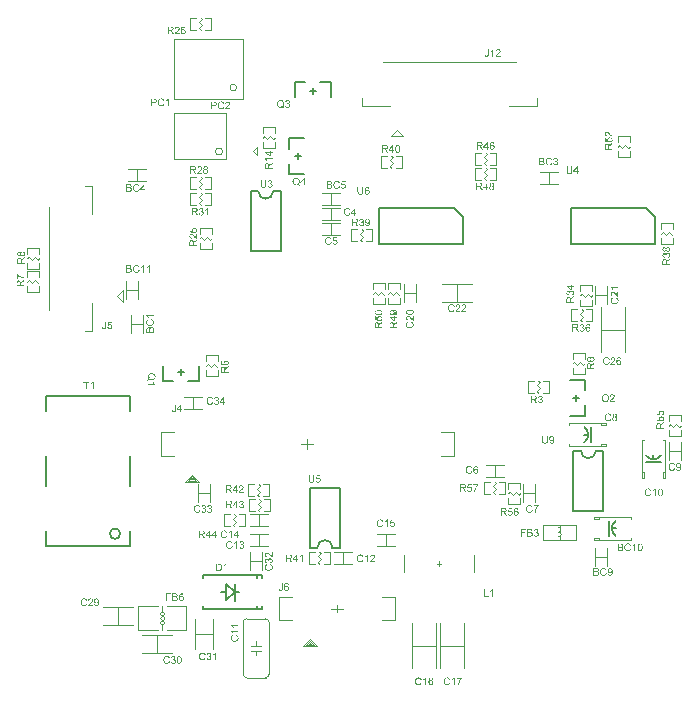
<source format=gto>
%FSLAX44Y44*%
%MOMM*%
G71*
G01*
G75*
%ADD10C,0.6000*%
%ADD11C,0.8000*%
%ADD12C,0.2540*%
%ADD13R,0.5000X0.6000*%
%ADD14R,0.6000X0.5000*%
%ADD15R,1.0160X0.8890*%
%ADD16R,0.8890X1.0160*%
%ADD17R,1.3970X1.3970*%
G04:AMPARAMS|DCode=18|XSize=0.32mm|YSize=1.7mm|CornerRadius=0.08mm|HoleSize=0mm|Usage=FLASHONLY|Rotation=0.000|XOffset=0mm|YOffset=0mm|HoleType=Round|Shape=RoundedRectangle|*
%AMROUNDEDRECTD18*
21,1,0.3200,1.5400,0,0,0.0*
21,1,0.1600,1.7000,0,0,0.0*
1,1,0.1600,0.0800,-0.7700*
1,1,0.1600,-0.0800,-0.7700*
1,1,0.1600,-0.0800,0.7700*
1,1,0.1600,0.0800,0.7700*
%
%ADD18ROUNDEDRECTD18*%
%ADD19R,0.5000X1.7000*%
%ADD20R,2.1000X0.8000*%
%ADD21R,3.0000X2.1000*%
%ADD22R,1.6000X1.0000*%
%ADD23R,3.2800X2.4000*%
%ADD24O,0.3500X2.0000*%
%ADD25R,1.5200X0.7600*%
%ADD26R,0.8000X2.1000*%
%ADD27R,2.1000X3.0000*%
%ADD28R,2.0320X0.6096*%
%ADD29O,2.0320X0.6096*%
G04:AMPARAMS|DCode=30|XSize=2mm|YSize=2mm|CornerRadius=0mm|HoleSize=0mm|Usage=FLASHONLY|Rotation=0.000|XOffset=0mm|YOffset=0mm|HoleType=Round|Shape=RoundedRectangle|*
%AMROUNDEDRECTD30*
21,1,2.0000,2.0000,0,0,0.0*
21,1,2.0000,2.0000,0,0,0.0*
1,1,0.0000,1.0000,-1.0000*
1,1,0.0000,-1.0000,-1.0000*
1,1,0.0000,-1.0000,1.0000*
1,1,0.0000,1.0000,1.0000*
%
%ADD30ROUNDEDRECTD30*%
%ADD31R,1.8000X1.2000*%
%ADD32R,1.0668X0.8128*%
%ADD33R,0.4000X1.7000*%
G04:AMPARAMS|DCode=34|XSize=0.4mm|YSize=1.7mm|CornerRadius=0.1mm|HoleSize=0mm|Usage=FLASHONLY|Rotation=0.000|XOffset=0mm|YOffset=0mm|HoleType=Round|Shape=RoundedRectangle|*
%AMROUNDEDRECTD34*
21,1,0.4000,1.5000,0,0,0.0*
21,1,0.2000,1.7000,0,0,0.0*
1,1,0.2000,0.1000,-0.7500*
1,1,0.2000,-0.1000,-0.7500*
1,1,0.2000,-0.1000,0.7500*
1,1,0.2000,0.1000,0.7500*
%
%ADD34ROUNDEDRECTD34*%
%ADD35R,0.8128X1.0668*%
%ADD36R,1.3970X1.3970*%
%ADD37R,1.6000X1.2000*%
%ADD38R,1.2954X1.6002*%
%ADD39R,1.6002X1.2954*%
%ADD40R,0.8128X0.8128*%
%ADD41R,6.3000X2.1500*%
%ADD42C,1.0000*%
%ADD43C,0.4000*%
%ADD44C,0.3000*%
%ADD45C,0.5000*%
%ADD46C,5.0000*%
G04:AMPARAMS|DCode=47|XSize=4mm|YSize=4mm|CornerRadius=2mm|HoleSize=0mm|Usage=FLASHONLY|Rotation=0.000|XOffset=0mm|YOffset=0mm|HoleType=Round|Shape=RoundedRectangle|*
%AMROUNDEDRECTD47*
21,1,4.0000,0.0000,0,0,0.0*
21,1,0.0000,4.0000,0,0,0.0*
1,1,4.0000,0.0000,0.0000*
1,1,4.0000,0.0000,0.0000*
1,1,4.0000,0.0000,0.0000*
1,1,4.0000,0.0000,0.0000*
%
%ADD47ROUNDEDRECTD47*%
%ADD48C,1.0000*%
%ADD49C,0.5000*%
%ADD50R,0.3050X0.6000*%
%ADD51R,0.5500X0.3050*%
%ADD52R,0.5500X0.3048*%
G04:AMPARAMS|DCode=53|XSize=3mm|YSize=2.1mm|CornerRadius=0mm|HoleSize=0mm|Usage=FLASHONLY|Rotation=330.000|XOffset=0mm|YOffset=0mm|HoleType=Round|Shape=Rectangle|*
%AMROTATEDRECTD53*
4,1,4,-1.8240,-0.1593,-0.7740,1.6593,1.8240,0.1593,0.7740,-1.6593,-1.8240,-0.1593,0.0*
%
%ADD53ROTATEDRECTD53*%

G04:AMPARAMS|DCode=54|XSize=2.1mm|YSize=0.8mm|CornerRadius=0mm|HoleSize=0mm|Usage=FLASHONLY|Rotation=330.000|XOffset=0mm|YOffset=0mm|HoleType=Round|Shape=Rectangle|*
%AMROTATEDRECTD54*
4,1,4,-1.1093,0.1786,-0.7093,0.8714,1.1093,-0.1786,0.7093,-0.8714,-1.1093,0.1786,0.0*
%
%ADD54ROTATEDRECTD54*%

G04:AMPARAMS|DCode=55|XSize=2.1mm|YSize=0.8mm|CornerRadius=0mm|HoleSize=0mm|Usage=FLASHONLY|Rotation=65.000|XOffset=0mm|YOffset=0mm|HoleType=Round|Shape=Rectangle|*
%AMROTATEDRECTD55*
4,1,4,-0.0812,-1.1207,-0.8063,-0.7826,0.0812,1.1207,0.8063,0.7826,-0.0812,-1.1207,0.0*
%
%ADD55ROTATEDRECTD55*%

G04:AMPARAMS|DCode=56|XSize=3mm|YSize=2.1mm|CornerRadius=0mm|HoleSize=0mm|Usage=FLASHONLY|Rotation=65.000|XOffset=0mm|YOffset=0mm|HoleType=Round|Shape=Rectangle|*
%AMROTATEDRECTD56*
4,1,4,0.3177,-1.8032,-1.5856,-0.9157,-0.3177,1.8032,1.5856,0.9157,0.3177,-1.8032,0.0*
%
%ADD56ROTATEDRECTD56*%

%ADD57R,1.3500X0.3000*%
%ADD58R,1.3500X0.2500*%
%ADD59R,0.6000X0.7000*%
G04:AMPARAMS|DCode=60|XSize=2.1mm|YSize=0.8mm|CornerRadius=0mm|HoleSize=0mm|Usage=FLASHONLY|Rotation=295.000|XOffset=0mm|YOffset=0mm|HoleType=Round|Shape=Rectangle|*
%AMROTATEDRECTD60*
4,1,4,-0.8063,0.7826,-0.0812,1.1207,0.8063,-0.7826,0.0812,-1.1207,-0.8063,0.7826,0.0*
%
%ADD60ROTATEDRECTD60*%

G04:AMPARAMS|DCode=61|XSize=3mm|YSize=2.1mm|CornerRadius=0mm|HoleSize=0mm|Usage=FLASHONLY|Rotation=295.000|XOffset=0mm|YOffset=0mm|HoleType=Round|Shape=Rectangle|*
%AMROTATEDRECTD61*
4,1,4,-1.5856,0.9157,0.3177,1.8032,1.5856,-0.9157,-0.3177,-1.8032,-1.5856,0.9157,0.0*
%
%ADD61ROTATEDRECTD61*%

%ADD62R,0.8128X0.8128*%
%ADD63C,0.1250*%
%ADD64C,0.1270*%
%ADD65C,0.1999*%
%ADD66C,0.1000*%
%ADD67C,0.1200*%
%ADD68C,0.1524*%
%ADD69C,0.2000*%
%ADD70C,0.2032*%
G36*
X50900Y22347D02*
X49569Y21506D01*
X49559D01*
X49541Y21488D01*
X49513Y21469D01*
X49476Y21441D01*
X49374Y21377D01*
X49245Y21293D01*
X49106Y21192D01*
X48958Y21090D01*
X48820Y20988D01*
X48690Y20896D01*
X48681Y20886D01*
X48644Y20859D01*
X48589Y20813D01*
X48524Y20748D01*
X48385Y20609D01*
X48320Y20535D01*
X48265Y20461D01*
X48256Y20452D01*
X48246Y20433D01*
X48228Y20396D01*
X48200Y20341D01*
X48172Y20286D01*
X48145Y20221D01*
X48099Y20073D01*
Y20064D01*
X48089Y20045D01*
Y20008D01*
X48080Y19962D01*
X48071Y19897D01*
Y19823D01*
X48062Y19722D01*
Y19611D01*
Y18631D01*
X50900D01*
Y17780D01*
X44502D01*
Y20609D01*
Y20618D01*
Y20646D01*
Y20692D01*
Y20748D01*
X44511Y20822D01*
Y20905D01*
X44521Y21099D01*
X44548Y21303D01*
X44576Y21525D01*
X44622Y21728D01*
X44650Y21830D01*
X44678Y21913D01*
Y21922D01*
X44687Y21931D01*
X44715Y21987D01*
X44752Y22070D01*
X44816Y22172D01*
X44900Y22283D01*
X45011Y22403D01*
X45140Y22514D01*
X45288Y22625D01*
X45297D01*
X45306Y22634D01*
X45362Y22671D01*
X45454Y22708D01*
X45574Y22763D01*
X45713Y22810D01*
X45880Y22856D01*
X46055Y22884D01*
X46249Y22893D01*
X46314D01*
X46360Y22884D01*
X46425D01*
X46490Y22874D01*
X46647Y22837D01*
X46832Y22782D01*
X47026Y22708D01*
X47220Y22597D01*
X47313Y22523D01*
X47405Y22449D01*
X47414Y22440D01*
X47424Y22431D01*
X47451Y22403D01*
X47479Y22366D01*
X47516Y22320D01*
X47553Y22264D01*
X47599Y22190D01*
X47655Y22116D01*
X47701Y22024D01*
X47747Y21922D01*
X47803Y21811D01*
X47849Y21691D01*
X47886Y21552D01*
X47932Y21414D01*
X47960Y21256D01*
X47988Y21090D01*
X47997Y21108D01*
X48015Y21145D01*
X48052Y21201D01*
X48089Y21275D01*
X48191Y21441D01*
X48256Y21525D01*
X48311Y21598D01*
X48330Y21617D01*
X48376Y21663D01*
X48450Y21737D01*
X48542Y21830D01*
X48672Y21931D01*
X48811Y22051D01*
X48977Y22172D01*
X49162Y22301D01*
X50900Y23401D01*
Y22347D01*
D02*
G37*
G36*
X49365Y27201D02*
X50900D01*
Y26415D01*
X49365D01*
Y23633D01*
X48644D01*
X44502Y26563D01*
Y27201D01*
X48644D01*
Y28070D01*
X49365D01*
Y27201D01*
D02*
G37*
G36*
X47877Y33072D02*
X47997D01*
X48136Y33063D01*
X48274Y33045D01*
X48589Y33017D01*
X48921Y32970D01*
X49236Y32906D01*
X49393Y32860D01*
X49532Y32813D01*
X49541D01*
X49559Y32804D01*
X49596Y32786D01*
X49652Y32767D01*
X49707Y32739D01*
X49781Y32702D01*
X49939Y32610D01*
X50114Y32499D01*
X50299Y32370D01*
X50475Y32203D01*
X50632Y32018D01*
Y32009D01*
X50650Y31990D01*
X50669Y31963D01*
X50687Y31926D01*
X50715Y31870D01*
X50752Y31815D01*
X50789Y31741D01*
X50817Y31667D01*
X50891Y31491D01*
X50956Y31279D01*
X50992Y31047D01*
X51011Y30789D01*
Y30779D01*
Y30752D01*
Y30715D01*
X51002Y30668D01*
Y30604D01*
X50992Y30530D01*
X50956Y30354D01*
X50909Y30160D01*
X50835Y29957D01*
X50734Y29753D01*
X50669Y29651D01*
X50595Y29559D01*
X50586Y29550D01*
X50576Y29540D01*
X50549Y29513D01*
X50521Y29485D01*
X50475Y29448D01*
X50419Y29402D01*
X50290Y29309D01*
X50123Y29217D01*
X49920Y29124D01*
X49689Y29050D01*
X49421Y28995D01*
X49356Y29753D01*
X49365D01*
X49384Y29762D01*
X49402D01*
X49439Y29771D01*
X49541Y29799D01*
X49652Y29836D01*
X49781Y29883D01*
X49911Y29947D01*
X50031Y30021D01*
X50133Y30114D01*
X50142Y30123D01*
X50170Y30160D01*
X50207Y30225D01*
X50244Y30299D01*
X50290Y30400D01*
X50327Y30520D01*
X50354Y30659D01*
X50364Y30807D01*
Y30826D01*
Y30872D01*
X50354Y30937D01*
X50345Y31020D01*
X50327Y31121D01*
X50299Y31223D01*
X50262Y31334D01*
X50207Y31436D01*
X50197Y31445D01*
X50179Y31482D01*
X50142Y31537D01*
X50086Y31593D01*
X50022Y31667D01*
X49948Y31741D01*
X49865Y31815D01*
X49763Y31889D01*
X49753Y31898D01*
X49707Y31916D01*
X49643Y31953D01*
X49559Y31990D01*
X49448Y32037D01*
X49319Y32083D01*
X49171Y32129D01*
X49005Y32175D01*
X48995D01*
X48986Y32185D01*
X48958D01*
X48921Y32194D01*
X48829Y32212D01*
X48709Y32240D01*
X48561Y32259D01*
X48404Y32277D01*
X48228Y32286D01*
X48043Y32296D01*
X47886D01*
X47904Y32286D01*
X47951Y32249D01*
X48015Y32194D01*
X48108Y32129D01*
X48200Y32037D01*
X48302Y31926D01*
X48404Y31796D01*
X48496Y31648D01*
X48505Y31630D01*
X48533Y31574D01*
X48570Y31491D01*
X48607Y31390D01*
X48653Y31251D01*
X48690Y31103D01*
X48718Y30937D01*
X48727Y30761D01*
Y30752D01*
Y30724D01*
Y30687D01*
X48718Y30631D01*
X48709Y30557D01*
X48699Y30484D01*
X48681Y30391D01*
X48653Y30299D01*
X48589Y30086D01*
X48542Y29975D01*
X48487Y29864D01*
X48422Y29744D01*
X48339Y29633D01*
X48256Y29522D01*
X48154Y29420D01*
X48145Y29411D01*
X48126Y29392D01*
X48099Y29374D01*
X48052Y29337D01*
X47988Y29291D01*
X47923Y29244D01*
X47840Y29198D01*
X47747Y29152D01*
X47646Y29097D01*
X47535Y29050D01*
X47405Y29004D01*
X47276Y28958D01*
X47128Y28921D01*
X46971Y28902D01*
X46813Y28884D01*
X46638Y28875D01*
X46545D01*
X46481Y28884D01*
X46397Y28893D01*
X46296Y28902D01*
X46194Y28921D01*
X46074Y28949D01*
X45833Y29013D01*
X45704Y29060D01*
X45565Y29115D01*
X45436Y29180D01*
X45316Y29263D01*
X45186Y29346D01*
X45075Y29448D01*
X45066Y29457D01*
X45047Y29476D01*
X45020Y29503D01*
X44983Y29550D01*
X44937Y29605D01*
X44881Y29679D01*
X44835Y29753D01*
X44770Y29845D01*
X44715Y29938D01*
X44668Y30049D01*
X44567Y30299D01*
X44530Y30428D01*
X44502Y30576D01*
X44484Y30724D01*
X44474Y30881D01*
Y30890D01*
Y30909D01*
Y30946D01*
X44484Y30992D01*
Y31038D01*
X44493Y31103D01*
X44521Y31260D01*
X44557Y31436D01*
X44622Y31630D01*
X44705Y31824D01*
X44816Y32018D01*
Y32027D01*
X44835Y32037D01*
X44853Y32064D01*
X44881Y32101D01*
X44955Y32194D01*
X45057Y32314D01*
X45195Y32434D01*
X45362Y32573D01*
X45556Y32693D01*
X45778Y32804D01*
X45787D01*
X45806Y32813D01*
X45843Y32832D01*
X45889Y32850D01*
X45954Y32869D01*
X46037Y32897D01*
X46129Y32915D01*
X46231Y32943D01*
X46351Y32970D01*
X46490Y32998D01*
X46638Y33017D01*
X46795Y33035D01*
X46971Y33054D01*
X47155Y33072D01*
X47359Y33082D01*
X47775D01*
X47877Y33072D01*
D02*
G37*
G36*
X35424Y32969D02*
X35535D01*
X35655Y32960D01*
X35784Y32950D01*
X36080Y32923D01*
X36385Y32877D01*
X36681Y32821D01*
X36820Y32784D01*
X36959Y32738D01*
X36968D01*
X36986Y32729D01*
X37023Y32710D01*
X37070Y32692D01*
X37134Y32673D01*
X37199Y32636D01*
X37356Y32562D01*
X37523Y32470D01*
X37708Y32350D01*
X37874Y32211D01*
X38031Y32044D01*
Y32035D01*
X38050Y32026D01*
X38068Y31998D01*
X38087Y31961D01*
X38114Y31915D01*
X38151Y31869D01*
X38216Y31730D01*
X38281Y31564D01*
X38345Y31370D01*
X38382Y31138D01*
X38401Y30889D01*
Y30879D01*
Y30852D01*
Y30796D01*
X38392Y30732D01*
X38382Y30658D01*
X38364Y30565D01*
X38345Y30463D01*
X38318Y30352D01*
X38281Y30241D01*
X38244Y30121D01*
X38188Y30001D01*
X38124Y29881D01*
X38050Y29761D01*
X37957Y29641D01*
X37855Y29530D01*
X37745Y29428D01*
X37735Y29419D01*
X37708Y29400D01*
X37661Y29372D01*
X37587Y29326D01*
X37504Y29280D01*
X37393Y29234D01*
X37264Y29169D01*
X37116Y29114D01*
X36949Y29058D01*
X36755Y29003D01*
X36543Y28947D01*
X36302Y28901D01*
X36043Y28855D01*
X35766Y28827D01*
X35461Y28809D01*
X35137Y28799D01*
X34952D01*
X34851Y28809D01*
X34740D01*
X34620Y28818D01*
X34481Y28827D01*
X34194Y28855D01*
X33889Y28901D01*
X33584Y28956D01*
X33445Y28993D01*
X33307Y29030D01*
X33297D01*
X33279Y29040D01*
X33242Y29058D01*
X33196Y29077D01*
X33131Y29095D01*
X33066Y29132D01*
X32909Y29206D01*
X32743Y29299D01*
X32567Y29419D01*
X32391Y29557D01*
X32243Y29724D01*
Y29733D01*
X32225Y29742D01*
X32206Y29770D01*
X32188Y29807D01*
X32151Y29853D01*
X32123Y29909D01*
X32049Y30047D01*
X31985Y30214D01*
X31920Y30408D01*
X31883Y30639D01*
X31864Y30889D01*
Y30898D01*
Y30907D01*
Y30935D01*
Y30972D01*
X31874Y31074D01*
X31892Y31194D01*
X31920Y31332D01*
X31957Y31481D01*
X32003Y31638D01*
X32077Y31786D01*
Y31795D01*
X32086Y31804D01*
X32114Y31850D01*
X32160Y31924D01*
X32225Y32017D01*
X32317Y32118D01*
X32419Y32229D01*
X32539Y32331D01*
X32678Y32433D01*
X32696Y32442D01*
X32743Y32479D01*
X32826Y32516D01*
X32946Y32581D01*
X33085Y32636D01*
X33242Y32710D01*
X33427Y32775D01*
X33630Y32830D01*
X33640D01*
X33658Y32840D01*
X33686Y32849D01*
X33732Y32858D01*
X33787Y32867D01*
X33852Y32877D01*
X33935Y32895D01*
X34028Y32904D01*
X34130Y32923D01*
X34240Y32932D01*
X34370Y32941D01*
X34499Y32960D01*
X34647Y32969D01*
X34795D01*
X34962Y32978D01*
X35322D01*
X35424Y32969D01*
D02*
G37*
G36*
X233152Y179894D02*
X233050D01*
X232976Y179903D01*
X232893Y179912D01*
X232800Y179931D01*
X232708Y179949D01*
X232606Y179986D01*
X232597D01*
X232588Y179995D01*
X232532Y180014D01*
X232449Y180051D01*
X232338Y180106D01*
X232209Y180180D01*
X232061Y180273D01*
X231913Y180375D01*
X231756Y180504D01*
X231746D01*
X231737Y180522D01*
X231682Y180569D01*
X231598Y180652D01*
X231478Y180772D01*
X231339Y180911D01*
X231173Y181087D01*
X230988Y181299D01*
X230794Y181530D01*
X230785Y181539D01*
X230757Y181576D01*
X230711Y181632D01*
X230655Y181697D01*
X230581Y181780D01*
X230498Y181882D01*
X230406Y181983D01*
X230304Y182104D01*
X230082Y182335D01*
X229860Y182566D01*
X229749Y182677D01*
X229638Y182778D01*
X229537Y182871D01*
X229435Y182945D01*
X229426D01*
X229416Y182963D01*
X229389Y182982D01*
X229352Y183000D01*
X229250Y183065D01*
X229130Y183139D01*
X228982Y183204D01*
X228825Y183268D01*
X228649Y183305D01*
X228483Y183324D01*
X228464D01*
X228409Y183315D01*
X228316Y183305D01*
X228214Y183278D01*
X228085Y183241D01*
X227956Y183176D01*
X227826Y183093D01*
X227697Y182982D01*
X227678Y182963D01*
X227641Y182917D01*
X227595Y182852D01*
X227530Y182751D01*
X227475Y182621D01*
X227419Y182473D01*
X227382Y182298D01*
X227373Y182104D01*
Y182094D01*
Y182076D01*
Y182048D01*
X227382Y182011D01*
X227392Y181900D01*
X227419Y181771D01*
X227456Y181632D01*
X227521Y181475D01*
X227604Y181327D01*
X227715Y181188D01*
X227734Y181170D01*
X227780Y181133D01*
X227854Y181077D01*
X227965Y181022D01*
X228094Y180957D01*
X228261Y180902D01*
X228446Y180865D01*
X228658Y180846D01*
X228575Y180042D01*
X228566D01*
X228538Y180051D01*
X228492D01*
X228427Y180060D01*
X228353Y180079D01*
X228270Y180097D01*
X228168Y180125D01*
X228067Y180153D01*
X227845Y180227D01*
X227623Y180338D01*
X227512Y180402D01*
X227401Y180485D01*
X227299Y180569D01*
X227207Y180661D01*
X227197Y180670D01*
X227188Y180689D01*
X227160Y180717D01*
X227133Y180763D01*
X227096Y180818D01*
X227059Y180883D01*
X227013Y180957D01*
X226966Y181049D01*
X226920Y181151D01*
X226874Y181262D01*
X226837Y181382D01*
X226800Y181512D01*
X226772Y181650D01*
X226744Y181798D01*
X226735Y181956D01*
X226726Y182122D01*
Y182131D01*
Y182159D01*
Y182214D01*
X226735Y182279D01*
X226744Y182353D01*
X226754Y182446D01*
X226772Y182547D01*
X226791Y182649D01*
X226855Y182889D01*
X226948Y183130D01*
X227003Y183250D01*
X227068Y183370D01*
X227151Y183481D01*
X227244Y183583D01*
X227253Y183592D01*
X227262Y183610D01*
X227299Y183629D01*
X227336Y183666D01*
X227382Y183712D01*
X227447Y183758D01*
X227512Y183805D01*
X227595Y183860D01*
X227771Y183953D01*
X227993Y184045D01*
X228104Y184082D01*
X228233Y184100D01*
X228362Y184119D01*
X228501Y184128D01*
X228566D01*
X228640Y184119D01*
X228741Y184110D01*
X228853Y184091D01*
X228982Y184054D01*
X229121Y184017D01*
X229259Y183962D01*
X229278Y183953D01*
X229324Y183934D01*
X229398Y183897D01*
X229500Y183842D01*
X229611Y183768D01*
X229749Y183675D01*
X229888Y183564D01*
X230045Y183435D01*
X230064Y183416D01*
X230119Y183370D01*
X230165Y183324D01*
X230212Y183278D01*
X230267Y183222D01*
X230341Y183148D01*
X230415Y183074D01*
X230498Y182982D01*
X230591Y182889D01*
X230692Y182778D01*
X230794Y182658D01*
X230914Y182529D01*
X231034Y182381D01*
X231164Y182233D01*
X231173Y182224D01*
X231192Y182205D01*
X231219Y182168D01*
X231256Y182122D01*
X231312Y182066D01*
X231367Y182002D01*
X231487Y181854D01*
X231626Y181697D01*
X231765Y181549D01*
X231885Y181419D01*
X231931Y181364D01*
X231978Y181318D01*
X231987Y181308D01*
X232014Y181281D01*
X232051Y181244D01*
X232107Y181197D01*
X232172Y181151D01*
X232236Y181096D01*
X232393Y180985D01*
Y184137D01*
X233152D01*
Y179894D01*
D02*
G37*
G36*
X38290Y22272D02*
X36959Y21430D01*
X36949D01*
X36931Y21412D01*
X36903Y21393D01*
X36866Y21366D01*
X36765Y21301D01*
X36635Y21218D01*
X36496Y21116D01*
X36348Y21014D01*
X36210Y20913D01*
X36080Y20820D01*
X36071Y20811D01*
X36034Y20783D01*
X35979Y20737D01*
X35914Y20672D01*
X35775Y20534D01*
X35710Y20460D01*
X35655Y20386D01*
X35646Y20377D01*
X35636Y20358D01*
X35618Y20321D01*
X35590Y20266D01*
X35563Y20210D01*
X35535Y20145D01*
X35489Y19997D01*
Y19988D01*
X35479Y19970D01*
Y19933D01*
X35470Y19886D01*
X35461Y19822D01*
Y19748D01*
X35452Y19646D01*
Y19535D01*
Y18555D01*
X38290D01*
Y17704D01*
X31892D01*
Y20534D01*
Y20543D01*
Y20571D01*
Y20617D01*
Y20672D01*
X31901Y20746D01*
Y20830D01*
X31911Y21024D01*
X31938Y21227D01*
X31966Y21449D01*
X32012Y21652D01*
X32040Y21754D01*
X32068Y21837D01*
Y21846D01*
X32077Y21856D01*
X32105Y21911D01*
X32142Y21995D01*
X32206Y22096D01*
X32290Y22207D01*
X32401Y22327D01*
X32530Y22438D01*
X32678Y22549D01*
X32687D01*
X32696Y22559D01*
X32752Y22595D01*
X32844Y22632D01*
X32964Y22688D01*
X33103Y22734D01*
X33270Y22780D01*
X33445Y22808D01*
X33640Y22817D01*
X33704D01*
X33750Y22808D01*
X33815D01*
X33880Y22799D01*
X34037Y22762D01*
X34222Y22706D01*
X34416Y22632D01*
X34610Y22522D01*
X34703Y22448D01*
X34795Y22373D01*
X34804Y22364D01*
X34814Y22355D01*
X34841Y22327D01*
X34869Y22290D01*
X34906Y22244D01*
X34943Y22189D01*
X34989Y22115D01*
X35045Y22041D01*
X35091Y21948D01*
X35137Y21846D01*
X35193Y21736D01*
X35239Y21615D01*
X35276Y21477D01*
X35322Y21338D01*
X35350Y21181D01*
X35378Y21014D01*
X35387Y21033D01*
X35405Y21070D01*
X35442Y21125D01*
X35479Y21199D01*
X35581Y21366D01*
X35646Y21449D01*
X35701Y21523D01*
X35720Y21541D01*
X35766Y21588D01*
X35840Y21662D01*
X35932Y21754D01*
X36062Y21856D01*
X36200Y21976D01*
X36367Y22096D01*
X36552Y22226D01*
X38290Y23326D01*
Y22272D01*
D02*
G37*
G36*
X36274Y28060D02*
X36348Y28050D01*
X36432Y28041D01*
X36533Y28023D01*
X36635Y28004D01*
X36875Y27949D01*
X37125Y27856D01*
X37255Y27801D01*
X37375Y27727D01*
X37504Y27653D01*
X37624Y27560D01*
X37634Y27551D01*
X37661Y27533D01*
X37698Y27496D01*
X37745Y27449D01*
X37800Y27385D01*
X37874Y27311D01*
X37939Y27218D01*
X38013Y27116D01*
X38087Y27006D01*
X38151Y26876D01*
X38216Y26737D01*
X38281Y26590D01*
X38327Y26432D01*
X38364Y26257D01*
X38392Y26072D01*
X38401Y25878D01*
Y25868D01*
Y25841D01*
Y25794D01*
X38392Y25730D01*
X38382Y25656D01*
X38373Y25573D01*
X38364Y25471D01*
X38336Y25369D01*
X38281Y25138D01*
X38198Y24907D01*
X38142Y24787D01*
X38077Y24666D01*
X38003Y24555D01*
X37920Y24445D01*
X37911Y24435D01*
X37902Y24417D01*
X37865Y24398D01*
X37828Y24361D01*
X37782Y24315D01*
X37726Y24269D01*
X37652Y24213D01*
X37569Y24167D01*
X37486Y24112D01*
X37384Y24056D01*
X37162Y23955D01*
X36903Y23871D01*
X36765Y23844D01*
X36616Y23825D01*
X36552Y24648D01*
X36580D01*
X36607Y24657D01*
X36653Y24666D01*
X36755Y24694D01*
X36894Y24731D01*
X37033Y24787D01*
X37190Y24861D01*
X37328Y24953D01*
X37458Y25064D01*
X37467Y25082D01*
X37504Y25120D01*
X37550Y25193D01*
X37606Y25295D01*
X37661Y25406D01*
X37708Y25545D01*
X37745Y25702D01*
X37754Y25878D01*
Y25887D01*
Y25905D01*
Y25933D01*
X37745Y25970D01*
X37735Y26081D01*
X37698Y26210D01*
X37652Y26368D01*
X37578Y26525D01*
X37467Y26691D01*
X37402Y26765D01*
X37328Y26839D01*
X37319Y26848D01*
X37310Y26858D01*
X37282Y26876D01*
X37255Y26904D01*
X37153Y26969D01*
X37023Y27043D01*
X36866Y27107D01*
X36672Y27172D01*
X36441Y27218D01*
X36321Y27237D01*
X36126D01*
X36080Y27227D01*
X36025D01*
X35960Y27218D01*
X35812Y27190D01*
X35636Y27144D01*
X35461Y27080D01*
X35294Y26987D01*
X35137Y26858D01*
X35128D01*
X35119Y26839D01*
X35073Y26793D01*
X35008Y26710D01*
X34934Y26599D01*
X34869Y26451D01*
X34804Y26284D01*
X34758Y26090D01*
X34740Y25979D01*
Y25868D01*
Y25850D01*
Y25804D01*
X34749Y25730D01*
X34758Y25637D01*
X34786Y25526D01*
X34814Y25415D01*
X34860Y25295D01*
X34915Y25175D01*
X34925Y25166D01*
X34943Y25129D01*
X34989Y25073D01*
X35036Y24999D01*
X35100Y24925D01*
X35183Y24851D01*
X35267Y24768D01*
X35368Y24703D01*
X35267Y23964D01*
X31975Y24583D01*
Y27764D01*
X32724D01*
Y25203D01*
X34453Y24861D01*
X34444Y24870D01*
X34435Y24888D01*
X34416Y24916D01*
X34388Y24962D01*
X34361Y25018D01*
X34324Y25082D01*
X34250Y25230D01*
X34176Y25415D01*
X34111Y25619D01*
X34065Y25841D01*
X34046Y25952D01*
Y26072D01*
Y26081D01*
Y26109D01*
Y26155D01*
X34056Y26210D01*
X34065Y26284D01*
X34074Y26368D01*
X34093Y26460D01*
X34120Y26562D01*
X34185Y26784D01*
X34231Y26904D01*
X34296Y27024D01*
X34361Y27144D01*
X34435Y27264D01*
X34527Y27375D01*
X34629Y27486D01*
X34638Y27496D01*
X34657Y27514D01*
X34684Y27542D01*
X34730Y27579D01*
X34795Y27625D01*
X34860Y27671D01*
X34943Y27727D01*
X35036Y27782D01*
X35137Y27828D01*
X35248Y27884D01*
X35378Y27930D01*
X35507Y27976D01*
X35646Y28013D01*
X35803Y28041D01*
X35960Y28060D01*
X36126Y28069D01*
X36210D01*
X36274Y28060D01*
D02*
G37*
G36*
X131113Y141036D02*
X131187Y141027D01*
X131270Y141018D01*
X131362Y141009D01*
X131455Y140981D01*
X131677Y140926D01*
X131898Y140842D01*
X132009Y140787D01*
X132120Y140722D01*
X132222Y140639D01*
X132324Y140556D01*
X132333Y140546D01*
X132342Y140537D01*
X132370Y140509D01*
X132407Y140472D01*
X132444Y140417D01*
X132490Y140361D01*
X132583Y140223D01*
X132675Y140047D01*
X132758Y139844D01*
X132823Y139613D01*
X132832Y139492D01*
X132842Y139363D01*
Y139354D01*
Y139345D01*
Y139289D01*
X132832Y139206D01*
X132814Y139104D01*
X132786Y138975D01*
X132740Y138845D01*
X132684Y138716D01*
X132601Y138586D01*
X132592Y138568D01*
X132555Y138531D01*
X132500Y138475D01*
X132425Y138401D01*
X132324Y138318D01*
X132204Y138235D01*
X132065Y138152D01*
X131898Y138078D01*
X131908D01*
X131926Y138069D01*
X131954Y138059D01*
X131991Y138041D01*
X132102Y137995D01*
X132231Y137930D01*
X132370Y137837D01*
X132518Y137736D01*
X132657Y137606D01*
X132786Y137458D01*
Y137449D01*
X132795Y137440D01*
X132832Y137384D01*
X132888Y137292D01*
X132943Y137172D01*
X132999Y137024D01*
X133054Y136848D01*
X133091Y136654D01*
X133101Y136441D01*
Y136432D01*
Y136404D01*
Y136358D01*
X133091Y136303D01*
X133082Y136238D01*
X133073Y136155D01*
X133054Y136062D01*
X133027Y135961D01*
X132962Y135748D01*
X132916Y135628D01*
X132851Y135517D01*
X132786Y135397D01*
X132712Y135286D01*
X132620Y135175D01*
X132518Y135064D01*
X132509Y135055D01*
X132490Y135036D01*
X132463Y135008D01*
X132416Y134981D01*
X132352Y134934D01*
X132287Y134888D01*
X132204Y134842D01*
X132111Y134786D01*
X132009Y134731D01*
X131889Y134685D01*
X131760Y134639D01*
X131630Y134592D01*
X131482Y134565D01*
X131325Y134537D01*
X131168Y134518D01*
X130992Y134509D01*
X130900D01*
X130835Y134518D01*
X130752Y134528D01*
X130660Y134537D01*
X130558Y134555D01*
X130447Y134583D01*
X130197Y134648D01*
X130068Y134694D01*
X129948Y134740D01*
X129818Y134805D01*
X129689Y134879D01*
X129569Y134962D01*
X129458Y135064D01*
X129448Y135073D01*
X129430Y135091D01*
X129402Y135119D01*
X129365Y135166D01*
X129328Y135221D01*
X129273Y135286D01*
X129227Y135360D01*
X129171Y135452D01*
X129116Y135545D01*
X129069Y135655D01*
X128977Y135887D01*
X128940Y136025D01*
X128912Y136164D01*
X128894Y136312D01*
X128884Y136460D01*
Y136469D01*
Y136488D01*
Y136525D01*
X128894Y136562D01*
Y136617D01*
X128903Y136682D01*
X128921Y136830D01*
X128958Y136996D01*
X129014Y137163D01*
X129097Y137338D01*
X129199Y137505D01*
Y137514D01*
X129217Y137523D01*
X129254Y137569D01*
X129328Y137643D01*
X129430Y137736D01*
X129559Y137828D01*
X129717Y137930D01*
X129892Y138013D01*
X130105Y138078D01*
X130096D01*
X130086Y138087D01*
X130059Y138096D01*
X130022Y138115D01*
X129938Y138152D01*
X129827Y138207D01*
X129707Y138281D01*
X129587Y138374D01*
X129476Y138475D01*
X129375Y138586D01*
X129365Y138605D01*
X129338Y138642D01*
X129300Y138716D01*
X129263Y138808D01*
X129217Y138928D01*
X129180Y139067D01*
X129153Y139224D01*
X129143Y139391D01*
Y139400D01*
Y139418D01*
Y139455D01*
X129153Y139511D01*
X129162Y139566D01*
X129171Y139640D01*
X129208Y139797D01*
X129263Y139982D01*
X129356Y140177D01*
X129411Y140278D01*
X129476Y140380D01*
X129559Y140472D01*
X129643Y140565D01*
X129652Y140574D01*
X129670Y140583D01*
X129698Y140611D01*
X129735Y140639D01*
X129781Y140676D01*
X129846Y140713D01*
X129920Y140759D01*
X129994Y140805D01*
X130086Y140851D01*
X130188Y140898D01*
X130299Y140935D01*
X130419Y140972D01*
X130678Y141027D01*
X130826Y141036D01*
X130974Y141046D01*
X131057D01*
X131113Y141036D01*
D02*
G37*
G36*
X131599Y175326D02*
X131664D01*
X131738Y175317D01*
X131914Y175280D01*
X132108Y175234D01*
X132311Y175160D01*
X132515Y175049D01*
X132616Y174984D01*
X132709Y174910D01*
X132718Y174901D01*
X132727Y174892D01*
X132755Y174864D01*
X132783Y174836D01*
X132829Y174790D01*
X132866Y174735D01*
X132968Y174605D01*
X133069Y174439D01*
X133162Y174235D01*
X133245Y174004D01*
X133301Y173745D01*
X132515Y173681D01*
Y173690D01*
X132505Y173699D01*
X132496Y173755D01*
X132468Y173838D01*
X132431Y173940D01*
X132395Y174051D01*
X132339Y174161D01*
X132274Y174263D01*
X132210Y174346D01*
X132191Y174365D01*
X132154Y174402D01*
X132089Y174457D01*
X131997Y174522D01*
X131877Y174578D01*
X131747Y174633D01*
X131590Y174670D01*
X131424Y174688D01*
X131359D01*
X131285Y174679D01*
X131202Y174661D01*
X131091Y174633D01*
X130980Y174596D01*
X130869Y174550D01*
X130758Y174476D01*
X130739Y174467D01*
X130693Y174430D01*
X130628Y174365D01*
X130545Y174272D01*
X130453Y174161D01*
X130351Y174032D01*
X130259Y173866D01*
X130166Y173681D01*
Y173671D01*
X130157Y173653D01*
X130148Y173625D01*
X130129Y173588D01*
X130120Y173533D01*
X130101Y173468D01*
X130083Y173394D01*
X130065Y173302D01*
X130037Y173200D01*
X130018Y173089D01*
X130000Y172969D01*
X129991Y172839D01*
X129972Y172691D01*
X129963Y172544D01*
X129954Y172377D01*
Y172211D01*
X129963Y172220D01*
X130000Y172275D01*
X130065Y172349D01*
X130148Y172442D01*
X130240Y172553D01*
X130360Y172654D01*
X130490Y172756D01*
X130638Y172849D01*
X130647D01*
X130656Y172858D01*
X130712Y172886D01*
X130795Y172913D01*
X130906Y172960D01*
X131035Y172997D01*
X131183Y173024D01*
X131341Y173052D01*
X131507Y173061D01*
X131581D01*
X131636Y173052D01*
X131710Y173043D01*
X131784Y173034D01*
X131877Y173015D01*
X131969Y172987D01*
X132182Y172923D01*
X132293Y172876D01*
X132404Y172812D01*
X132515Y172747D01*
X132635Y172673D01*
X132746Y172581D01*
X132847Y172479D01*
X132857Y172470D01*
X132875Y172451D01*
X132903Y172423D01*
X132931Y172377D01*
X132977Y172312D01*
X133023Y172248D01*
X133069Y172164D01*
X133125Y172072D01*
X133180Y171970D01*
X133227Y171859D01*
X133273Y171730D01*
X133319Y171600D01*
X133347Y171462D01*
X133375Y171305D01*
X133393Y171147D01*
X133402Y170981D01*
Y170972D01*
Y170953D01*
Y170926D01*
Y170879D01*
X133393Y170824D01*
Y170768D01*
X133365Y170620D01*
X133337Y170445D01*
X133291Y170260D01*
X133227Y170056D01*
X133134Y169862D01*
Y169853D01*
X133125Y169844D01*
X133106Y169816D01*
X133088Y169779D01*
X133032Y169687D01*
X132949Y169566D01*
X132847Y169437D01*
X132727Y169308D01*
X132579Y169178D01*
X132422Y169067D01*
X132413D01*
X132404Y169058D01*
X132376Y169039D01*
X132339Y169030D01*
X132247Y168984D01*
X132126Y168938D01*
X131969Y168882D01*
X131793Y168845D01*
X131599Y168808D01*
X131387Y168799D01*
X131341D01*
X131294Y168808D01*
X131220D01*
X131137Y168818D01*
X131045Y168836D01*
X130934Y168864D01*
X130823Y168892D01*
X130693Y168929D01*
X130564Y168975D01*
X130434Y169030D01*
X130296Y169104D01*
X130166Y169187D01*
X130037Y169280D01*
X129907Y169391D01*
X129787Y169520D01*
X129778Y169529D01*
X129760Y169557D01*
X129732Y169594D01*
X129695Y169659D01*
X129639Y169742D01*
X129593Y169835D01*
X129538Y169955D01*
X129482Y170084D01*
X129417Y170241D01*
X129362Y170417D01*
X129316Y170611D01*
X129269Y170824D01*
X129223Y171064D01*
X129195Y171323D01*
X129177Y171600D01*
X129168Y171896D01*
Y171906D01*
Y171915D01*
Y171943D01*
Y171980D01*
X129177Y172072D01*
Y172201D01*
X129186Y172349D01*
X129205Y172525D01*
X129223Y172719D01*
X129251Y172932D01*
X129288Y173144D01*
X129334Y173376D01*
X129390Y173598D01*
X129454Y173819D01*
X129538Y174032D01*
X129630Y174235D01*
X129732Y174430D01*
X129852Y174596D01*
X129861Y174605D01*
X129880Y174624D01*
X129917Y174661D01*
X129963Y174716D01*
X130018Y174772D01*
X130092Y174827D01*
X130185Y174901D01*
X130277Y174966D01*
X130388Y175031D01*
X130508Y175105D01*
X130647Y175160D01*
X130786Y175225D01*
X130943Y175271D01*
X131109Y175308D01*
X131285Y175326D01*
X131470Y175336D01*
X131544D01*
X131599Y175326D01*
D02*
G37*
G36*
X51469Y172786D02*
X51589Y172768D01*
X51728Y172740D01*
X51876Y172703D01*
X52033Y172657D01*
X52181Y172583D01*
X52190D01*
X52200Y172574D01*
X52246Y172546D01*
X52320Y172500D01*
X52412Y172435D01*
X52514Y172343D01*
X52625Y172241D01*
X52726Y172121D01*
X52828Y171982D01*
X52838Y171964D01*
X52874Y171917D01*
X52912Y171834D01*
X52976Y171714D01*
X53032Y171575D01*
X53106Y171418D01*
X53170Y171233D01*
X53226Y171030D01*
Y171021D01*
X53235Y171002D01*
X53244Y170974D01*
X53253Y170928D01*
X53263Y170873D01*
X53272Y170808D01*
X53291Y170725D01*
X53300Y170632D01*
X53318Y170530D01*
X53327Y170420D01*
X53337Y170290D01*
X53355Y170161D01*
X53365Y170013D01*
Y169865D01*
X53374Y169698D01*
Y169523D01*
Y169513D01*
Y169477D01*
Y169412D01*
Y169338D01*
X53365Y169236D01*
Y169125D01*
X53355Y169005D01*
X53346Y168876D01*
X53318Y168580D01*
X53272Y168275D01*
X53217Y167979D01*
X53180Y167840D01*
X53133Y167701D01*
Y167692D01*
X53124Y167674D01*
X53106Y167637D01*
X53087Y167590D01*
X53069Y167526D01*
X53032Y167461D01*
X52958Y167304D01*
X52865Y167137D01*
X52745Y166952D01*
X52606Y166786D01*
X52440Y166629D01*
X52431D01*
X52421Y166610D01*
X52394Y166592D01*
X52357Y166573D01*
X52311Y166546D01*
X52264Y166509D01*
X52126Y166444D01*
X51959Y166379D01*
X51765Y166315D01*
X51534Y166278D01*
X51284Y166259D01*
X51192D01*
X51127Y166268D01*
X51053Y166278D01*
X50961Y166296D01*
X50859Y166315D01*
X50748Y166342D01*
X50637Y166379D01*
X50517Y166416D01*
X50397Y166472D01*
X50276Y166536D01*
X50156Y166610D01*
X50036Y166703D01*
X49925Y166805D01*
X49823Y166915D01*
X49814Y166925D01*
X49796Y166952D01*
X49768Y166999D01*
X49722Y167073D01*
X49675Y167156D01*
X49629Y167267D01*
X49564Y167396D01*
X49509Y167544D01*
X49454Y167711D01*
X49398Y167905D01*
X49343Y168117D01*
X49296Y168358D01*
X49250Y168617D01*
X49222Y168894D01*
X49204Y169199D01*
X49195Y169523D01*
Y169532D01*
Y169569D01*
Y169634D01*
Y169708D01*
X49204Y169809D01*
Y169920D01*
X49213Y170040D01*
X49222Y170179D01*
X49250Y170466D01*
X49296Y170771D01*
X49352Y171076D01*
X49389Y171215D01*
X49426Y171353D01*
Y171363D01*
X49435Y171381D01*
X49454Y171418D01*
X49472Y171464D01*
X49491Y171529D01*
X49528Y171594D01*
X49601Y171751D01*
X49694Y171917D01*
X49814Y172093D01*
X49953Y172269D01*
X50119Y172417D01*
X50128D01*
X50138Y172435D01*
X50166Y172454D01*
X50202Y172472D01*
X50249Y172509D01*
X50304Y172537D01*
X50443Y172611D01*
X50609Y172675D01*
X50803Y172740D01*
X51035Y172777D01*
X51284Y172796D01*
X51367D01*
X51469Y172786D01*
D02*
G37*
G36*
X41142Y172759D02*
X41225D01*
X41419Y172750D01*
X41623Y172722D01*
X41845Y172694D01*
X42048Y172648D01*
X42150Y172620D01*
X42233Y172592D01*
X42242D01*
X42251Y172583D01*
X42307Y172555D01*
X42390Y172518D01*
X42492Y172454D01*
X42603Y172370D01*
X42723Y172259D01*
X42834Y172130D01*
X42945Y171982D01*
Y171973D01*
X42954Y171964D01*
X42991Y171908D01*
X43028Y171816D01*
X43083Y171695D01*
X43130Y171557D01*
X43176Y171390D01*
X43204Y171215D01*
X43213Y171021D01*
Y171011D01*
Y170993D01*
Y170956D01*
X43204Y170910D01*
Y170845D01*
X43194Y170780D01*
X43157Y170623D01*
X43102Y170438D01*
X43028Y170244D01*
X42917Y170050D01*
X42843Y169957D01*
X42769Y169865D01*
X42760Y169856D01*
X42751Y169846D01*
X42723Y169819D01*
X42686Y169791D01*
X42640Y169754D01*
X42584Y169717D01*
X42510Y169671D01*
X42436Y169615D01*
X42344Y169569D01*
X42242Y169523D01*
X42131Y169467D01*
X42011Y169421D01*
X41872Y169384D01*
X41733Y169338D01*
X41576Y169310D01*
X41410Y169282D01*
X41428Y169273D01*
X41465Y169255D01*
X41521Y169218D01*
X41595Y169181D01*
X41761Y169079D01*
X41845Y169014D01*
X41918Y168959D01*
X41937Y168940D01*
X41983Y168894D01*
X42057Y168820D01*
X42150Y168728D01*
X42251Y168598D01*
X42372Y168459D01*
X42492Y168293D01*
X42621Y168108D01*
X43721Y166370D01*
X42667D01*
X41826Y167701D01*
Y167711D01*
X41807Y167729D01*
X41789Y167757D01*
X41761Y167794D01*
X41697Y167896D01*
X41613Y168025D01*
X41512Y168164D01*
X41410Y168312D01*
X41308Y168450D01*
X41216Y168580D01*
X41206Y168589D01*
X41179Y168626D01*
X41133Y168681D01*
X41068Y168746D01*
X40929Y168885D01*
X40855Y168950D01*
X40781Y169005D01*
X40772Y169014D01*
X40753Y169023D01*
X40717Y169042D01*
X40661Y169070D01*
X40606Y169097D01*
X40541Y169125D01*
X40393Y169171D01*
X40384D01*
X40365Y169181D01*
X40328D01*
X40282Y169190D01*
X40217Y169199D01*
X40143D01*
X40042Y169208D01*
X38951D01*
Y166370D01*
X38100D01*
Y172768D01*
X41068D01*
X41142Y172759D01*
D02*
G37*
G36*
X127531Y171166D02*
X128400D01*
Y170445D01*
X127531D01*
Y168910D01*
X126745D01*
Y170445D01*
X123962D01*
Y171166D01*
X126893Y175308D01*
X127531D01*
Y171166D01*
D02*
G37*
G36*
X120841Y141009D02*
X120924D01*
X121118Y140999D01*
X121322Y140972D01*
X121544Y140944D01*
X121747Y140898D01*
X121849Y140870D01*
X121932Y140842D01*
X121941D01*
X121950Y140833D01*
X122006Y140805D01*
X122089Y140768D01*
X122191Y140704D01*
X122302Y140620D01*
X122422Y140509D01*
X122533Y140380D01*
X122644Y140232D01*
Y140223D01*
X122653Y140214D01*
X122690Y140158D01*
X122727Y140066D01*
X122782Y139945D01*
X122829Y139807D01*
X122875Y139640D01*
X122903Y139465D01*
X122912Y139270D01*
Y139261D01*
Y139243D01*
Y139206D01*
X122903Y139160D01*
Y139095D01*
X122893Y139030D01*
X122856Y138873D01*
X122801Y138688D01*
X122727Y138494D01*
X122616Y138300D01*
X122542Y138207D01*
X122468Y138115D01*
X122459Y138106D01*
X122450Y138096D01*
X122422Y138069D01*
X122385Y138041D01*
X122339Y138004D01*
X122283Y137967D01*
X122209Y137921D01*
X122135Y137865D01*
X122043Y137819D01*
X121941Y137773D01*
X121830Y137717D01*
X121710Y137671D01*
X121571Y137634D01*
X121433Y137588D01*
X121275Y137560D01*
X121109Y137532D01*
X121127Y137523D01*
X121164Y137505D01*
X121220Y137468D01*
X121294Y137431D01*
X121460Y137329D01*
X121544Y137264D01*
X121617Y137209D01*
X121636Y137190D01*
X121682Y137144D01*
X121756Y137070D01*
X121849Y136978D01*
X121950Y136848D01*
X122071Y136709D01*
X122191Y136543D01*
X122320Y136358D01*
X123420Y134620D01*
X122366D01*
X121525Y135951D01*
Y135961D01*
X121507Y135979D01*
X121488Y136007D01*
X121460Y136044D01*
X121396Y136145D01*
X121312Y136275D01*
X121211Y136414D01*
X121109Y136562D01*
X121007Y136700D01*
X120915Y136830D01*
X120906Y136839D01*
X120878Y136876D01*
X120832Y136931D01*
X120767Y136996D01*
X120628Y137135D01*
X120554Y137199D01*
X120480Y137255D01*
X120471Y137264D01*
X120452Y137274D01*
X120415Y137292D01*
X120360Y137320D01*
X120305Y137347D01*
X120240Y137375D01*
X120092Y137421D01*
X120083D01*
X120064Y137431D01*
X120027D01*
X119981Y137440D01*
X119916Y137449D01*
X119842D01*
X119741Y137458D01*
X118650D01*
Y134620D01*
X117799D01*
Y141018D01*
X120767D01*
X120841Y141009D01*
D02*
G37*
G36*
X127220Y136876D02*
X128089D01*
Y136155D01*
X127220D01*
Y134620D01*
X126434D01*
Y136155D01*
X123652D01*
Y136876D01*
X126582Y141018D01*
X127220D01*
Y136876D01*
D02*
G37*
G36*
X121152Y175299D02*
X121235D01*
X121429Y175289D01*
X121633Y175262D01*
X121854Y175234D01*
X122058Y175188D01*
X122160Y175160D01*
X122243Y175132D01*
X122252D01*
X122261Y175123D01*
X122317Y175095D01*
X122400Y175058D01*
X122502Y174994D01*
X122613Y174910D01*
X122733Y174799D01*
X122844Y174670D01*
X122955Y174522D01*
Y174513D01*
X122964Y174504D01*
X123001Y174448D01*
X123038Y174356D01*
X123093Y174235D01*
X123140Y174097D01*
X123186Y173930D01*
X123214Y173755D01*
X123223Y173561D01*
Y173551D01*
Y173533D01*
Y173496D01*
X123214Y173450D01*
Y173385D01*
X123204Y173320D01*
X123167Y173163D01*
X123112Y172978D01*
X123038Y172784D01*
X122927Y172590D01*
X122853Y172497D01*
X122779Y172405D01*
X122770Y172396D01*
X122760Y172386D01*
X122733Y172359D01*
X122696Y172331D01*
X122650Y172294D01*
X122594Y172257D01*
X122520Y172211D01*
X122446Y172155D01*
X122354Y172109D01*
X122252Y172063D01*
X122141Y172007D01*
X122021Y171961D01*
X121882Y171924D01*
X121743Y171878D01*
X121586Y171850D01*
X121420Y171822D01*
X121438Y171813D01*
X121475Y171795D01*
X121531Y171758D01*
X121605Y171721D01*
X121771Y171619D01*
X121854Y171554D01*
X121928Y171499D01*
X121947Y171480D01*
X121993Y171434D01*
X122067Y171360D01*
X122160Y171268D01*
X122261Y171138D01*
X122381Y171000D01*
X122502Y170833D01*
X122631Y170648D01*
X123731Y168910D01*
X122677D01*
X121836Y170241D01*
Y170251D01*
X121818Y170269D01*
X121799Y170297D01*
X121771Y170334D01*
X121706Y170436D01*
X121623Y170565D01*
X121522Y170704D01*
X121420Y170852D01*
X121318Y170990D01*
X121226Y171120D01*
X121216Y171129D01*
X121189Y171166D01*
X121143Y171221D01*
X121078Y171286D01*
X120939Y171425D01*
X120865Y171490D01*
X120791Y171545D01*
X120782Y171554D01*
X120764Y171563D01*
X120726Y171582D01*
X120671Y171610D01*
X120616Y171637D01*
X120551Y171665D01*
X120403Y171711D01*
X120394D01*
X120375Y171721D01*
X120338D01*
X120292Y171730D01*
X120227Y171739D01*
X120153D01*
X120052Y171748D01*
X118961D01*
Y168910D01*
X118110D01*
Y175308D01*
X121078D01*
X121152Y175299D01*
D02*
G37*
G36*
X7179Y141456D02*
X4618D01*
X4276Y139727D01*
X4285Y139736D01*
X4304Y139745D01*
X4331Y139764D01*
X4377Y139792D01*
X4433Y139819D01*
X4498Y139856D01*
X4646Y139930D01*
X4830Y140004D01*
X5034Y140069D01*
X5256Y140115D01*
X5367Y140134D01*
X5570D01*
X5626Y140125D01*
X5700Y140115D01*
X5783Y140106D01*
X5875Y140087D01*
X5977Y140060D01*
X6199Y139995D01*
X6319Y139949D01*
X6439Y139884D01*
X6559Y139819D01*
X6680Y139745D01*
X6791Y139653D01*
X6902Y139551D01*
X6911Y139542D01*
X6929Y139523D01*
X6957Y139496D01*
X6994Y139450D01*
X7040Y139385D01*
X7086Y139320D01*
X7142Y139237D01*
X7197Y139144D01*
X7244Y139043D01*
X7299Y138932D01*
X7345Y138802D01*
X7391Y138673D01*
X7429Y138534D01*
X7456Y138377D01*
X7475Y138220D01*
X7484Y138054D01*
Y138044D01*
Y138017D01*
Y137970D01*
X7475Y137906D01*
X7466Y137832D01*
X7456Y137748D01*
X7438Y137647D01*
X7419Y137545D01*
X7364Y137305D01*
X7271Y137055D01*
X7216Y136925D01*
X7142Y136805D01*
X7068Y136676D01*
X6975Y136556D01*
X6966Y136546D01*
X6948Y136519D01*
X6911Y136482D01*
X6865Y136435D01*
X6800Y136380D01*
X6726Y136306D01*
X6633Y136241D01*
X6532Y136167D01*
X6421Y136093D01*
X6291Y136029D01*
X6153Y135964D01*
X6005Y135899D01*
X5847Y135853D01*
X5672Y135816D01*
X5487Y135788D01*
X5293Y135779D01*
X5210D01*
X5145Y135788D01*
X5071Y135798D01*
X4988Y135807D01*
X4886Y135816D01*
X4784Y135844D01*
X4553Y135899D01*
X4322Y135983D01*
X4202Y136038D01*
X4082Y136103D01*
X3971Y136177D01*
X3860Y136260D01*
X3850Y136269D01*
X3832Y136278D01*
X3814Y136315D01*
X3776Y136352D01*
X3730Y136398D01*
X3684Y136454D01*
X3629Y136528D01*
X3582Y136611D01*
X3527Y136694D01*
X3471Y136796D01*
X3370Y137018D01*
X3286Y137277D01*
X3259Y137416D01*
X3240Y137563D01*
X4063Y137628D01*
Y137619D01*
Y137600D01*
X4072Y137573D01*
X4082Y137527D01*
X4109Y137425D01*
X4146Y137286D01*
X4202Y137147D01*
X4276Y136990D01*
X4368Y136852D01*
X4479Y136722D01*
X4498Y136713D01*
X4535Y136676D01*
X4609Y136630D01*
X4710Y136574D01*
X4821Y136519D01*
X4960Y136473D01*
X5117Y136435D01*
X5293Y136426D01*
X5348D01*
X5385Y136435D01*
X5496Y136445D01*
X5626Y136482D01*
X5783Y136528D01*
X5940Y136602D01*
X6106Y136713D01*
X6180Y136778D01*
X6254Y136852D01*
X6263Y136861D01*
X6273Y136870D01*
X6291Y136898D01*
X6319Y136925D01*
X6384Y137027D01*
X6458Y137157D01*
X6522Y137314D01*
X6587Y137508D01*
X6633Y137739D01*
X6652Y137859D01*
Y137989D01*
Y137998D01*
Y138017D01*
Y138054D01*
X6643Y138100D01*
Y138155D01*
X6633Y138220D01*
X6606Y138368D01*
X6559Y138544D01*
X6495Y138719D01*
X6402Y138886D01*
X6273Y139043D01*
Y139052D01*
X6254Y139061D01*
X6208Y139108D01*
X6125Y139172D01*
X6014Y139246D01*
X5866Y139311D01*
X5700Y139376D01*
X5505Y139422D01*
X5394Y139440D01*
X5219D01*
X5145Y139431D01*
X5052Y139422D01*
X4941Y139394D01*
X4830Y139366D01*
X4710Y139320D01*
X4590Y139265D01*
X4581Y139255D01*
X4544Y139237D01*
X4488Y139191D01*
X4414Y139144D01*
X4340Y139080D01*
X4266Y138996D01*
X4183Y138913D01*
X4119Y138812D01*
X3379Y138913D01*
X3998Y142205D01*
X7179D01*
Y141456D01*
D02*
G37*
G36*
X32Y142390D02*
X115Y142380D01*
X217Y142371D01*
X319Y142362D01*
X439Y142334D01*
X688Y142279D01*
X966Y142196D01*
X1104Y142140D01*
X1234Y142075D01*
X1363Y141992D01*
X1493Y141909D01*
X1502Y141900D01*
X1521Y141890D01*
X1558Y141863D01*
X1604Y141816D01*
X1650Y141770D01*
X1715Y141706D01*
X1779Y141631D01*
X1853Y141558D01*
X1927Y141465D01*
X2001Y141354D01*
X2085Y141243D01*
X2158Y141123D01*
X2223Y140984D01*
X2297Y140846D01*
X2353Y140698D01*
X2408Y140531D01*
X1576Y140337D01*
Y140346D01*
X1567Y140365D01*
X1548Y140402D01*
X1530Y140448D01*
X1511Y140504D01*
X1484Y140577D01*
X1410Y140725D01*
X1317Y140892D01*
X1206Y141058D01*
X1067Y141215D01*
X920Y141354D01*
X901Y141373D01*
X846Y141410D01*
X753Y141456D01*
X633Y141521D01*
X476Y141576D01*
X300Y141631D01*
X88Y141669D01*
X-144Y141678D01*
X-218D01*
X-264Y141669D01*
X-329D01*
X-402Y141659D01*
X-578Y141631D01*
X-772Y141594D01*
X-976Y141530D01*
X-1188Y141437D01*
X-1383Y141317D01*
X-1392D01*
X-1401Y141299D01*
X-1466Y141252D01*
X-1549Y141179D01*
X-1651Y141067D01*
X-1771Y140929D01*
X-1882Y140772D01*
X-1983Y140577D01*
X-2076Y140365D01*
Y140356D01*
X-2085Y140337D01*
X-2095Y140309D01*
X-2104Y140263D01*
X-2122Y140208D01*
X-2141Y140143D01*
X-2168Y139986D01*
X-2205Y139801D01*
X-2242Y139598D01*
X-2261Y139376D01*
X-2270Y139135D01*
Y139126D01*
Y139098D01*
Y139052D01*
Y138996D01*
X-2261Y138932D01*
Y138849D01*
X-2252Y138756D01*
X-2242Y138654D01*
X-2215Y138433D01*
X-2168Y138192D01*
X-2113Y137952D01*
X-2039Y137711D01*
Y137702D01*
X-2030Y137684D01*
X-2011Y137656D01*
X-1993Y137610D01*
X-1937Y137499D01*
X-1854Y137369D01*
X-1752Y137221D01*
X-1623Y137064D01*
X-1475Y136925D01*
X-1299Y136796D01*
X-1290D01*
X-1272Y136787D01*
X-1244Y136768D01*
X-1207Y136750D01*
X-1161Y136731D01*
X-1105Y136704D01*
X-976Y136648D01*
X-809Y136593D01*
X-624Y136546D01*
X-421Y136510D01*
X-208Y136500D01*
X-144D01*
X-88Y136510D01*
X-23D01*
X41Y136519D01*
X208Y136556D01*
X402Y136602D01*
X596Y136676D01*
X799Y136778D01*
X901Y136833D01*
X993Y136907D01*
X1003Y136916D01*
X1012Y136925D01*
X1040Y136953D01*
X1077Y136981D01*
X1114Y137027D01*
X1160Y137083D01*
X1215Y137138D01*
X1262Y137212D01*
X1317Y137295D01*
X1382Y137388D01*
X1437Y137480D01*
X1493Y137591D01*
X1539Y137711D01*
X1585Y137841D01*
X1631Y137979D01*
X1669Y138127D01*
X2519Y137915D01*
Y137906D01*
X2510Y137869D01*
X2491Y137813D01*
X2464Y137739D01*
X2436Y137656D01*
X2399Y137554D01*
X2353Y137443D01*
X2297Y137323D01*
X2168Y137064D01*
X2001Y136805D01*
X1900Y136676D01*
X1798Y136546D01*
X1687Y136435D01*
X1558Y136325D01*
X1548Y136315D01*
X1530Y136297D01*
X1484Y136278D01*
X1437Y136241D01*
X1363Y136195D01*
X1289Y136149D01*
X1188Y136103D01*
X1086Y136056D01*
X966Y136001D01*
X836Y135955D01*
X698Y135908D01*
X550Y135862D01*
X393Y135825D01*
X226Y135807D01*
X50Y135788D01*
X-134Y135779D01*
X-236D01*
X-310Y135788D01*
X-393D01*
X-495Y135798D01*
X-606Y135816D01*
X-735Y135835D01*
X-1003Y135881D01*
X-1281Y135955D01*
X-1558Y136056D01*
X-1688Y136121D01*
X-1817Y136195D01*
X-1826Y136204D01*
X-1845Y136214D01*
X-1882Y136241D01*
X-1919Y136278D01*
X-1974Y136315D01*
X-2039Y136371D01*
X-2113Y136435D01*
X-2187Y136510D01*
X-2261Y136593D01*
X-2344Y136676D01*
X-2510Y136889D01*
X-2668Y137138D01*
X-2806Y137416D01*
Y137425D01*
X-2825Y137452D01*
X-2834Y137499D01*
X-2862Y137554D01*
X-2880Y137628D01*
X-2908Y137721D01*
X-2945Y137822D01*
X-2973Y137933D01*
X-3001Y138054D01*
X-3038Y138192D01*
X-3084Y138479D01*
X-3121Y138802D01*
X-3139Y139135D01*
Y139144D01*
Y139181D01*
Y139237D01*
X-3130Y139302D01*
Y139394D01*
X-3121Y139487D01*
X-3112Y139607D01*
X-3093Y139727D01*
X-3047Y139995D01*
X-2982Y140291D01*
X-2890Y140587D01*
X-2760Y140873D01*
X-2751Y140883D01*
X-2742Y140910D01*
X-2723Y140947D01*
X-2686Y140994D01*
X-2649Y141058D01*
X-2603Y141132D01*
X-2483Y141299D01*
X-2326Y141484D01*
X-2141Y141669D01*
X-1928Y141853D01*
X-1678Y142011D01*
X-1669Y142020D01*
X-1641Y142029D01*
X-1604Y142048D01*
X-1558Y142075D01*
X-1484Y142103D01*
X-1410Y142131D01*
X-1318Y142168D01*
X-1216Y142205D01*
X-1105Y142242D01*
X-985Y142279D01*
X-726Y142334D01*
X-430Y142380D01*
X-125Y142399D01*
X-33D01*
X32Y142390D01*
D02*
G37*
G36*
X173472Y162060D02*
X173546D01*
X173713Y162041D01*
X173897Y162023D01*
X174091Y161986D01*
X174286Y161940D01*
X174461Y161875D01*
X174471D01*
X174480Y161866D01*
X174535Y161838D01*
X174618Y161792D01*
X174711Y161727D01*
X174822Y161644D01*
X174942Y161542D01*
X175053Y161413D01*
X175155Y161274D01*
X175164Y161256D01*
X175192Y161200D01*
X175238Y161126D01*
X175284Y161015D01*
X175331Y160886D01*
X175377Y160747D01*
X175404Y160590D01*
X175414Y160433D01*
Y160414D01*
Y160368D01*
X175404Y160285D01*
X175386Y160183D01*
X175358Y160063D01*
X175312Y159933D01*
X175257Y159804D01*
X175182Y159665D01*
X175173Y159647D01*
X175145Y159610D01*
X175090Y159536D01*
X175016Y159462D01*
X174924Y159369D01*
X174813Y159268D01*
X174674Y159175D01*
X174517Y159083D01*
X174526D01*
X174545Y159074D01*
X174572Y159064D01*
X174609Y159046D01*
X174720Y159009D01*
X174850Y158944D01*
X174988Y158861D01*
X175145Y158759D01*
X175284Y158639D01*
X175414Y158491D01*
X175423Y158473D01*
X175460Y158417D01*
X175515Y158334D01*
X175571Y158223D01*
X175626Y158075D01*
X175682Y157918D01*
X175719Y157733D01*
X175728Y157530D01*
Y157520D01*
Y157511D01*
Y157456D01*
X175719Y157363D01*
X175700Y157252D01*
X175682Y157123D01*
X175645Y156984D01*
X175599Y156836D01*
X175534Y156688D01*
X175525Y156670D01*
X175497Y156623D01*
X175460Y156559D01*
X175404Y156466D01*
X175331Y156374D01*
X175257Y156272D01*
X175164Y156171D01*
X175062Y156087D01*
X175053Y156078D01*
X175016Y156050D01*
X174951Y156013D01*
X174868Y155976D01*
X174767Y155921D01*
X174646Y155865D01*
X174517Y155819D01*
X174360Y155773D01*
X174341D01*
X174286Y155754D01*
X174193Y155745D01*
X174073Y155727D01*
X173925Y155708D01*
X173750Y155690D01*
X173555Y155681D01*
X173333Y155671D01*
X170893D01*
Y162069D01*
X173407D01*
X173472Y162060D01*
D02*
G37*
G36*
X-6310Y142279D02*
X-6237D01*
X-6070Y142260D01*
X-5885Y142242D01*
X-5691Y142205D01*
X-5497Y142158D01*
X-5321Y142094D01*
X-5312D01*
X-5303Y142085D01*
X-5247Y142057D01*
X-5164Y142011D01*
X-5072Y141946D01*
X-4961Y141863D01*
X-4840Y141761D01*
X-4730Y141631D01*
X-4628Y141493D01*
X-4618Y141474D01*
X-4591Y141419D01*
X-4545Y141345D01*
X-4498Y141234D01*
X-4452Y141104D01*
X-4406Y140966D01*
X-4378Y140809D01*
X-4369Y140652D01*
Y140633D01*
Y140587D01*
X-4378Y140504D01*
X-4397Y140402D01*
X-4424Y140282D01*
X-4471Y140152D01*
X-4526Y140023D01*
X-4600Y139884D01*
X-4609Y139866D01*
X-4637Y139829D01*
X-4692Y139755D01*
X-4766Y139681D01*
X-4859Y139588D01*
X-4970Y139487D01*
X-5109Y139394D01*
X-5266Y139302D01*
X-5257D01*
X-5238Y139292D01*
X-5210Y139283D01*
X-5173Y139265D01*
X-5062Y139228D01*
X-4933Y139163D01*
X-4794Y139080D01*
X-4637Y138978D01*
X-4498Y138858D01*
X-4369Y138710D01*
X-4360Y138691D01*
X-4323Y138636D01*
X-4267Y138553D01*
X-4212Y138442D01*
X-4156Y138294D01*
X-4101Y138137D01*
X-4064Y137952D01*
X-4055Y137748D01*
Y137739D01*
Y137730D01*
Y137674D01*
X-4064Y137582D01*
X-4082Y137471D01*
X-4101Y137342D01*
X-4138Y137203D01*
X-4184Y137055D01*
X-4249Y136907D01*
X-4258Y136889D01*
X-4286Y136842D01*
X-4323Y136778D01*
X-4378Y136685D01*
X-4452Y136593D01*
X-4526Y136491D01*
X-4618Y136389D01*
X-4720Y136306D01*
X-4730Y136297D01*
X-4766Y136269D01*
X-4831Y136232D01*
X-4914Y136195D01*
X-5016Y136140D01*
X-5136Y136084D01*
X-5266Y136038D01*
X-5423Y135992D01*
X-5441D01*
X-5497Y135973D01*
X-5589Y135964D01*
X-5709Y135946D01*
X-5857Y135927D01*
X-6033Y135908D01*
X-6227Y135899D01*
X-6449Y135890D01*
X-8890D01*
Y142288D01*
X-6375D01*
X-6310Y142279D01*
D02*
G37*
G36*
X219586Y-185381D02*
X219660D01*
X219827Y-185400D01*
X220012Y-185418D01*
X220206Y-185455D01*
X220400Y-185501D01*
X220576Y-185566D01*
X220585D01*
X220594Y-185575D01*
X220650Y-185603D01*
X220733Y-185649D01*
X220825Y-185714D01*
X220936Y-185797D01*
X221056Y-185899D01*
X221167Y-186028D01*
X221269Y-186167D01*
X221278Y-186186D01*
X221306Y-186241D01*
X221352Y-186315D01*
X221399Y-186426D01*
X221445Y-186556D01*
X221491Y-186694D01*
X221519Y-186851D01*
X221528Y-187008D01*
Y-187027D01*
Y-187073D01*
X221519Y-187156D01*
X221500Y-187258D01*
X221472Y-187378D01*
X221426Y-187508D01*
X221371Y-187637D01*
X221297Y-187776D01*
X221288Y-187794D01*
X221260Y-187831D01*
X221204Y-187905D01*
X221130Y-187979D01*
X221038Y-188072D01*
X220927Y-188174D01*
X220788Y-188266D01*
X220631Y-188358D01*
X220640D01*
X220659Y-188368D01*
X220687Y-188377D01*
X220724Y-188395D01*
X220835Y-188432D01*
X220964Y-188497D01*
X221103Y-188580D01*
X221260Y-188682D01*
X221399Y-188802D01*
X221528Y-188950D01*
X221537Y-188969D01*
X221574Y-189024D01*
X221630Y-189107D01*
X221685Y-189218D01*
X221741Y-189366D01*
X221796Y-189523D01*
X221833Y-189708D01*
X221842Y-189912D01*
Y-189921D01*
Y-189930D01*
Y-189986D01*
X221833Y-190078D01*
X221815Y-190189D01*
X221796Y-190318D01*
X221759Y-190457D01*
X221713Y-190605D01*
X221648Y-190753D01*
X221639Y-190772D01*
X221611Y-190818D01*
X221574Y-190882D01*
X221519Y-190975D01*
X221445Y-191067D01*
X221371Y-191169D01*
X221278Y-191271D01*
X221177Y-191354D01*
X221167Y-191363D01*
X221130Y-191391D01*
X221066Y-191428D01*
X220982Y-191465D01*
X220881Y-191520D01*
X220761Y-191576D01*
X220631Y-191622D01*
X220474Y-191668D01*
X220455D01*
X220400Y-191687D01*
X220308Y-191696D01*
X220187Y-191714D01*
X220039Y-191733D01*
X219864Y-191751D01*
X219670Y-191761D01*
X219448Y-191770D01*
X217007D01*
Y-185372D01*
X219522D01*
X219586Y-185381D01*
D02*
G37*
G36*
X231254Y-185354D02*
X231301D01*
X231365Y-185363D01*
X231523Y-185390D01*
X231698Y-185427D01*
X231892Y-185492D01*
X232087Y-185575D01*
X232281Y-185686D01*
X232290D01*
X232299Y-185705D01*
X232327Y-185723D01*
X232364Y-185751D01*
X232456Y-185825D01*
X232577Y-185927D01*
X232697Y-186066D01*
X232835Y-186232D01*
X232955Y-186426D01*
X233067Y-186648D01*
Y-186657D01*
X233076Y-186676D01*
X233094Y-186713D01*
X233113Y-186759D01*
X233131Y-186824D01*
X233159Y-186907D01*
X233177Y-186999D01*
X233205Y-187101D01*
X233233Y-187221D01*
X233261Y-187360D01*
X233279Y-187508D01*
X233298Y-187665D01*
X233316Y-187841D01*
X233335Y-188025D01*
X233344Y-188229D01*
Y-188442D01*
Y-188451D01*
Y-188497D01*
Y-188562D01*
Y-188645D01*
X233335Y-188747D01*
Y-188867D01*
X233325Y-189006D01*
X233307Y-189144D01*
X233279Y-189459D01*
X233233Y-189791D01*
X233168Y-190106D01*
X233122Y-190263D01*
X233076Y-190402D01*
Y-190411D01*
X233067Y-190429D01*
X233048Y-190466D01*
X233029Y-190522D01*
X233002Y-190577D01*
X232965Y-190651D01*
X232872Y-190809D01*
X232761Y-190984D01*
X232632Y-191169D01*
X232465Y-191345D01*
X232281Y-191502D01*
X232271D01*
X232253Y-191520D01*
X232225Y-191539D01*
X232188Y-191557D01*
X232133Y-191585D01*
X232077Y-191622D01*
X232003Y-191659D01*
X231929Y-191687D01*
X231754Y-191761D01*
X231541Y-191826D01*
X231310Y-191863D01*
X231051Y-191881D01*
X230977D01*
X230931Y-191872D01*
X230866D01*
X230792Y-191863D01*
X230616Y-191826D01*
X230422Y-191779D01*
X230219Y-191705D01*
X230015Y-191604D01*
X229914Y-191539D01*
X229821Y-191465D01*
X229812Y-191456D01*
X229803Y-191446D01*
X229775Y-191419D01*
X229747Y-191391D01*
X229710Y-191345D01*
X229664Y-191289D01*
X229572Y-191160D01*
X229479Y-190993D01*
X229387Y-190790D01*
X229313Y-190559D01*
X229257Y-190291D01*
X230015Y-190226D01*
Y-190235D01*
X230025Y-190254D01*
Y-190272D01*
X230034Y-190309D01*
X230062Y-190411D01*
X230099Y-190522D01*
X230145Y-190651D01*
X230210Y-190781D01*
X230284Y-190901D01*
X230376Y-191003D01*
X230385Y-191012D01*
X230422Y-191040D01*
X230487Y-191077D01*
X230561Y-191114D01*
X230663Y-191160D01*
X230783Y-191197D01*
X230921Y-191224D01*
X231069Y-191234D01*
X231134D01*
X231199Y-191224D01*
X231282Y-191215D01*
X231384Y-191197D01*
X231486Y-191169D01*
X231596Y-191132D01*
X231698Y-191077D01*
X231707Y-191067D01*
X231744Y-191049D01*
X231800Y-191012D01*
X231855Y-190956D01*
X231929Y-190892D01*
X232003Y-190818D01*
X232077Y-190735D01*
X232151Y-190633D01*
X232160Y-190623D01*
X232179Y-190577D01*
X232216Y-190513D01*
X232253Y-190429D01*
X232299Y-190318D01*
X232345Y-190189D01*
X232392Y-190041D01*
X232438Y-189875D01*
Y-189865D01*
X232447Y-189856D01*
Y-189828D01*
X232456Y-189791D01*
X232475Y-189699D01*
X232502Y-189579D01*
X232521Y-189431D01*
X232540Y-189274D01*
X232549Y-189098D01*
X232558Y-188913D01*
Y-188904D01*
Y-188876D01*
Y-188830D01*
Y-188756D01*
X232549Y-188774D01*
X232512Y-188821D01*
X232456Y-188885D01*
X232392Y-188978D01*
X232299Y-189070D01*
X232188Y-189172D01*
X232059Y-189274D01*
X231911Y-189366D01*
X231892Y-189375D01*
X231837Y-189403D01*
X231754Y-189440D01*
X231652Y-189477D01*
X231513Y-189523D01*
X231365Y-189560D01*
X231199Y-189588D01*
X231023Y-189597D01*
X230949D01*
X230894Y-189588D01*
X230820Y-189579D01*
X230746Y-189569D01*
X230653Y-189551D01*
X230561Y-189523D01*
X230348Y-189459D01*
X230237Y-189412D01*
X230126Y-189357D01*
X230006Y-189292D01*
X229895Y-189209D01*
X229784Y-189126D01*
X229683Y-189024D01*
X229673Y-189015D01*
X229655Y-188996D01*
X229636Y-188969D01*
X229599Y-188922D01*
X229553Y-188858D01*
X229507Y-188793D01*
X229461Y-188710D01*
X229415Y-188617D01*
X229359Y-188515D01*
X229313Y-188405D01*
X229266Y-188275D01*
X229220Y-188146D01*
X229183Y-187998D01*
X229165Y-187841D01*
X229146Y-187683D01*
X229137Y-187508D01*
Y-187498D01*
Y-187462D01*
Y-187415D01*
X229146Y-187351D01*
X229156Y-187267D01*
X229165Y-187166D01*
X229183Y-187064D01*
X229211Y-186944D01*
X229276Y-186703D01*
X229322Y-186574D01*
X229377Y-186435D01*
X229442Y-186306D01*
X229525Y-186186D01*
X229609Y-186056D01*
X229710Y-185945D01*
X229720Y-185936D01*
X229738Y-185917D01*
X229766Y-185890D01*
X229812Y-185853D01*
X229867Y-185807D01*
X229942Y-185751D01*
X230015Y-185705D01*
X230108Y-185640D01*
X230200Y-185585D01*
X230311Y-185539D01*
X230561Y-185437D01*
X230690Y-185400D01*
X230838Y-185372D01*
X230986Y-185354D01*
X231143Y-185344D01*
X231208D01*
X231254Y-185354D01*
D02*
G37*
G36*
X225929Y-185270D02*
X226012Y-185280D01*
X226114Y-185289D01*
X226215Y-185298D01*
X226336Y-185326D01*
X226585Y-185381D01*
X226863Y-185464D01*
X227001Y-185520D01*
X227131Y-185585D01*
X227260Y-185668D01*
X227390Y-185751D01*
X227399Y-185760D01*
X227417Y-185770D01*
X227454Y-185797D01*
X227501Y-185844D01*
X227547Y-185890D01*
X227612Y-185954D01*
X227676Y-186028D01*
X227750Y-186102D01*
X227824Y-186195D01*
X227898Y-186306D01*
X227981Y-186417D01*
X228055Y-186537D01*
X228120Y-186676D01*
X228194Y-186814D01*
X228249Y-186962D01*
X228305Y-187129D01*
X227473Y-187323D01*
Y-187314D01*
X227464Y-187295D01*
X227445Y-187258D01*
X227427Y-187212D01*
X227408Y-187156D01*
X227380Y-187083D01*
X227306Y-186935D01*
X227214Y-186768D01*
X227103Y-186602D01*
X226964Y-186444D01*
X226817Y-186306D01*
X226798Y-186287D01*
X226742Y-186250D01*
X226650Y-186204D01*
X226530Y-186139D01*
X226373Y-186084D01*
X226197Y-186028D01*
X225984Y-185991D01*
X225753Y-185982D01*
X225679D01*
X225633Y-185991D01*
X225568D01*
X225494Y-186001D01*
X225319Y-186028D01*
X225124Y-186066D01*
X224921Y-186130D01*
X224708Y-186223D01*
X224514Y-186343D01*
X224505D01*
X224496Y-186361D01*
X224431Y-186408D01*
X224348Y-186481D01*
X224246Y-186593D01*
X224126Y-186731D01*
X224015Y-186888D01*
X223913Y-187083D01*
X223821Y-187295D01*
Y-187304D01*
X223812Y-187323D01*
X223802Y-187351D01*
X223793Y-187397D01*
X223775Y-187452D01*
X223756Y-187517D01*
X223728Y-187674D01*
X223691Y-187859D01*
X223654Y-188062D01*
X223636Y-188284D01*
X223627Y-188525D01*
Y-188534D01*
Y-188562D01*
Y-188608D01*
Y-188664D01*
X223636Y-188728D01*
Y-188811D01*
X223645Y-188904D01*
X223654Y-189006D01*
X223682Y-189228D01*
X223728Y-189468D01*
X223784Y-189708D01*
X223858Y-189949D01*
Y-189958D01*
X223867Y-189976D01*
X223886Y-190004D01*
X223904Y-190050D01*
X223960Y-190161D01*
X224043Y-190291D01*
X224144Y-190439D01*
X224274Y-190596D01*
X224422Y-190735D01*
X224597Y-190864D01*
X224607D01*
X224625Y-190873D01*
X224653Y-190892D01*
X224690Y-190910D01*
X224736Y-190929D01*
X224792Y-190956D01*
X224921Y-191012D01*
X225088Y-191067D01*
X225272Y-191114D01*
X225476Y-191150D01*
X225688Y-191160D01*
X225753D01*
X225809Y-191150D01*
X225873D01*
X225938Y-191141D01*
X226105Y-191104D01*
X226299Y-191058D01*
X226493Y-190984D01*
X226696Y-190882D01*
X226798Y-190827D01*
X226890Y-190753D01*
X226900Y-190744D01*
X226909Y-190735D01*
X226937Y-190707D01*
X226974Y-190679D01*
X227011Y-190633D01*
X227057Y-190577D01*
X227112Y-190522D01*
X227159Y-190448D01*
X227214Y-190365D01*
X227279Y-190272D01*
X227334Y-190180D01*
X227390Y-190069D01*
X227436Y-189949D01*
X227482Y-189819D01*
X227528Y-189681D01*
X227565Y-189533D01*
X228416Y-189745D01*
Y-189755D01*
X228407Y-189791D01*
X228388Y-189847D01*
X228361Y-189921D01*
X228333Y-190004D01*
X228296Y-190106D01*
X228249Y-190217D01*
X228194Y-190337D01*
X228065Y-190596D01*
X227898Y-190855D01*
X227796Y-190984D01*
X227695Y-191114D01*
X227584Y-191224D01*
X227454Y-191336D01*
X227445Y-191345D01*
X227427Y-191363D01*
X227380Y-191382D01*
X227334Y-191419D01*
X227260Y-191465D01*
X227186Y-191511D01*
X227085Y-191557D01*
X226983Y-191604D01*
X226863Y-191659D01*
X226733Y-191705D01*
X226595Y-191751D01*
X226447Y-191798D01*
X226290Y-191835D01*
X226123Y-191853D01*
X225947Y-191872D01*
X225763Y-191881D01*
X225661D01*
X225587Y-191872D01*
X225504D01*
X225402Y-191863D01*
X225291Y-191844D01*
X225161Y-191826D01*
X224893Y-191779D01*
X224616Y-191705D01*
X224339Y-191604D01*
X224209Y-191539D01*
X224080Y-191465D01*
X224070Y-191456D01*
X224052Y-191446D01*
X224015Y-191419D01*
X223978Y-191382D01*
X223923Y-191345D01*
X223858Y-191289D01*
X223784Y-191224D01*
X223710Y-191150D01*
X223636Y-191067D01*
X223553Y-190984D01*
X223386Y-190772D01*
X223229Y-190522D01*
X223090Y-190245D01*
Y-190235D01*
X223072Y-190208D01*
X223063Y-190161D01*
X223035Y-190106D01*
X223016Y-190032D01*
X222989Y-189939D01*
X222952Y-189838D01*
X222924Y-189727D01*
X222896Y-189606D01*
X222859Y-189468D01*
X222813Y-189181D01*
X222776Y-188858D01*
X222758Y-188525D01*
Y-188515D01*
Y-188479D01*
Y-188423D01*
X222767Y-188358D01*
Y-188266D01*
X222776Y-188174D01*
X222785Y-188053D01*
X222804Y-187933D01*
X222850Y-187665D01*
X222915Y-187369D01*
X223007Y-187073D01*
X223137Y-186787D01*
X223146Y-186777D01*
X223155Y-186750D01*
X223174Y-186713D01*
X223211Y-186666D01*
X223248Y-186602D01*
X223294Y-186528D01*
X223414Y-186361D01*
X223571Y-186176D01*
X223756Y-185991D01*
X223969Y-185807D01*
X224218Y-185649D01*
X224228Y-185640D01*
X224255Y-185631D01*
X224292Y-185612D01*
X224339Y-185585D01*
X224413Y-185557D01*
X224487Y-185529D01*
X224579Y-185492D01*
X224681Y-185455D01*
X224792Y-185418D01*
X224912Y-185381D01*
X225171Y-185326D01*
X225467Y-185280D01*
X225772Y-185261D01*
X225864D01*
X225929Y-185270D01*
D02*
G37*
G36*
X185223Y162088D02*
X185343Y162069D01*
X185491Y162041D01*
X185658Y161995D01*
X185824Y161940D01*
X185991Y161866D01*
X186000D01*
X186009Y161856D01*
X186065Y161829D01*
X186148Y161773D01*
X186240Y161709D01*
X186351Y161616D01*
X186462Y161514D01*
X186573Y161394D01*
X186666Y161256D01*
X186675Y161237D01*
X186702Y161191D01*
X186740Y161108D01*
X186786Y161006D01*
X186832Y160886D01*
X186869Y160747D01*
X186897Y160590D01*
X186906Y160433D01*
Y160414D01*
Y160359D01*
X186897Y160285D01*
X186878Y160183D01*
X186850Y160063D01*
X186804Y159933D01*
X186749Y159804D01*
X186675Y159675D01*
X186666Y159656D01*
X186638Y159619D01*
X186582Y159554D01*
X186508Y159480D01*
X186416Y159397D01*
X186305Y159305D01*
X186175Y159221D01*
X186018Y159138D01*
X186028D01*
X186046Y159129D01*
X186074Y159120D01*
X186111Y159111D01*
X186213Y159074D01*
X186342Y159018D01*
X186490Y158944D01*
X186638Y158852D01*
X186777Y158731D01*
X186906Y158593D01*
X186915Y158574D01*
X186952Y158519D01*
X187008Y158426D01*
X187063Y158306D01*
X187119Y158158D01*
X187174Y157983D01*
X187211Y157779D01*
X187220Y157557D01*
Y157548D01*
Y157520D01*
Y157474D01*
X187211Y157419D01*
X187202Y157345D01*
X187183Y157261D01*
X187165Y157169D01*
X187146Y157067D01*
X187072Y156845D01*
X187017Y156725D01*
X186961Y156614D01*
X186887Y156494D01*
X186804Y156374D01*
X186712Y156254D01*
X186601Y156143D01*
X186592Y156133D01*
X186573Y156115D01*
X186536Y156087D01*
X186490Y156050D01*
X186434Y156004D01*
X186360Y155958D01*
X186277Y155902D01*
X186175Y155856D01*
X186074Y155801D01*
X185954Y155745D01*
X185833Y155699D01*
X185695Y155653D01*
X185547Y155616D01*
X185390Y155588D01*
X185233Y155569D01*
X185057Y155560D01*
X184974D01*
X184918Y155569D01*
X184844Y155579D01*
X184761Y155588D01*
X184669Y155606D01*
X184567Y155625D01*
X184345Y155681D01*
X184114Y155773D01*
X183994Y155828D01*
X183883Y155893D01*
X183772Y155976D01*
X183661Y156060D01*
X183652Y156069D01*
X183633Y156087D01*
X183605Y156115D01*
X183577Y156152D01*
X183531Y156198D01*
X183485Y156263D01*
X183430Y156328D01*
X183374Y156411D01*
X183319Y156503D01*
X183263Y156596D01*
X183162Y156818D01*
X183078Y157077D01*
X183050Y157215D01*
X183032Y157363D01*
X183818Y157465D01*
Y157456D01*
X183827Y157437D01*
X183836Y157400D01*
X183846Y157354D01*
X183855Y157298D01*
X183873Y157234D01*
X183920Y157095D01*
X183984Y156929D01*
X184068Y156771D01*
X184160Y156623D01*
X184271Y156494D01*
X184289Y156485D01*
X184326Y156448D01*
X184400Y156402D01*
X184493Y156355D01*
X184604Y156300D01*
X184743Y156254D01*
X184900Y156217D01*
X185066Y156208D01*
X185121D01*
X185159Y156217D01*
X185260Y156226D01*
X185390Y156254D01*
X185538Y156300D01*
X185695Y156365D01*
X185852Y156457D01*
X186000Y156587D01*
X186018Y156605D01*
X186065Y156660D01*
X186120Y156744D01*
X186194Y156855D01*
X186268Y156993D01*
X186324Y157150D01*
X186370Y157335D01*
X186388Y157539D01*
Y157548D01*
Y157567D01*
Y157594D01*
X186379Y157631D01*
X186370Y157733D01*
X186342Y157853D01*
X186305Y158001D01*
X186240Y158149D01*
X186148Y158297D01*
X186028Y158436D01*
X186009Y158454D01*
X185963Y158491D01*
X185889Y158547D01*
X185787Y158611D01*
X185658Y158676D01*
X185501Y158731D01*
X185325Y158769D01*
X185131Y158787D01*
X185048D01*
X184983Y158778D01*
X184900Y158769D01*
X184807Y158750D01*
X184696Y158731D01*
X184576Y158704D01*
X184669Y159397D01*
X184715D01*
X184752Y159388D01*
X184872D01*
X184974Y159406D01*
X185094Y159425D01*
X185233Y159453D01*
X185390Y159499D01*
X185538Y159564D01*
X185695Y159647D01*
X185704D01*
X185713Y159656D01*
X185760Y159693D01*
X185824Y159758D01*
X185898Y159841D01*
X185972Y159961D01*
X186037Y160100D01*
X186083Y160257D01*
X186102Y160350D01*
Y160451D01*
Y160460D01*
Y160470D01*
Y160525D01*
X186083Y160599D01*
X186065Y160701D01*
X186028Y160812D01*
X185981Y160932D01*
X185907Y161052D01*
X185806Y161163D01*
X185797Y161172D01*
X185750Y161209D01*
X185686Y161256D01*
X185602Y161311D01*
X185491Y161357D01*
X185362Y161404D01*
X185214Y161441D01*
X185048Y161450D01*
X184974D01*
X184890Y161431D01*
X184779Y161413D01*
X184659Y161376D01*
X184539Y161329D01*
X184410Y161256D01*
X184289Y161163D01*
X184280Y161154D01*
X184243Y161108D01*
X184188Y161043D01*
X184123Y160951D01*
X184058Y160830D01*
X183994Y160682D01*
X183938Y160507D01*
X183901Y160303D01*
X183115Y160442D01*
Y160451D01*
X183125Y160479D01*
X183134Y160516D01*
X183143Y160571D01*
X183162Y160636D01*
X183189Y160710D01*
X183245Y160886D01*
X183337Y161089D01*
X183448Y161292D01*
X183587Y161487D01*
X183762Y161662D01*
X183772Y161672D01*
X183790Y161681D01*
X183818Y161699D01*
X183855Y161727D01*
X183901Y161764D01*
X183966Y161801D01*
X184031Y161838D01*
X184114Y161884D01*
X184299Y161958D01*
X184511Y162032D01*
X184761Y162078D01*
X184890Y162097D01*
X185121D01*
X185223Y162088D01*
D02*
G37*
G36*
X199340Y151030D02*
Y151020D01*
Y150983D01*
Y150937D01*
Y150872D01*
X199330Y150789D01*
Y150697D01*
X199321Y150586D01*
X199312Y150475D01*
X199284Y150225D01*
X199247Y149966D01*
X199192Y149717D01*
X199155Y149597D01*
X199118Y149486D01*
Y149476D01*
X199109Y149458D01*
X199090Y149430D01*
X199072Y149393D01*
X199016Y149291D01*
X198933Y149162D01*
X198822Y149014D01*
X198692Y148866D01*
X198526Y148709D01*
X198323Y148570D01*
X198313D01*
X198295Y148552D01*
X198267Y148543D01*
X198221Y148515D01*
X198165Y148487D01*
X198092Y148459D01*
X198018Y148432D01*
X197925Y148395D01*
X197823Y148358D01*
X197712Y148330D01*
X197592Y148302D01*
X197453Y148274D01*
X197315Y148256D01*
X197167Y148237D01*
X196834Y148219D01*
X196751D01*
X196686Y148228D01*
X196612D01*
X196520Y148237D01*
X196418Y148247D01*
X196316Y148256D01*
X196085Y148293D01*
X195835Y148349D01*
X195595Y148422D01*
X195364Y148524D01*
X195355D01*
X195336Y148543D01*
X195308Y148561D01*
X195271Y148580D01*
X195170Y148654D01*
X195050Y148755D01*
X194911Y148885D01*
X194781Y149033D01*
X194652Y149218D01*
X194550Y149421D01*
Y149430D01*
X194541Y149449D01*
X194532Y149486D01*
X194513Y149532D01*
X194495Y149587D01*
X194476Y149661D01*
X194449Y149745D01*
X194430Y149846D01*
X194412Y149957D01*
X194384Y150077D01*
X194366Y150207D01*
X194347Y150345D01*
X194328Y150503D01*
X194319Y150669D01*
X194310Y150845D01*
Y151030D01*
Y154728D01*
X195161D01*
Y151030D01*
Y151020D01*
Y150993D01*
Y150947D01*
Y150891D01*
X195170Y150826D01*
Y150743D01*
X195179Y150567D01*
X195198Y150364D01*
X195225Y150161D01*
X195262Y149966D01*
X195281Y149883D01*
X195308Y149800D01*
X195318Y149782D01*
X195336Y149735D01*
X195382Y149671D01*
X195438Y149578D01*
X195503Y149486D01*
X195595Y149384D01*
X195706Y149282D01*
X195835Y149199D01*
X195854Y149190D01*
X195900Y149162D01*
X195984Y149134D01*
X196094Y149097D01*
X196224Y149051D01*
X196390Y149023D01*
X196566Y148996D01*
X196760Y148986D01*
X196852D01*
X196908Y148996D01*
X196991D01*
X197074Y149005D01*
X197278Y149042D01*
X197500Y149088D01*
X197712Y149162D01*
X197916Y149264D01*
X198008Y149328D01*
X198092Y149403D01*
X198101Y149412D01*
X198110Y149421D01*
X198128Y149449D01*
X198156Y149486D01*
X198184Y149541D01*
X198221Y149597D01*
X198258Y149680D01*
X198295Y149763D01*
X198332Y149865D01*
X198360Y149985D01*
X198397Y150124D01*
X198424Y150272D01*
X198452Y150438D01*
X198470Y150614D01*
X198489Y150817D01*
Y151030D01*
Y154728D01*
X199340D01*
Y151030D01*
D02*
G37*
G36*
X233152Y173477D02*
X231820Y172636D01*
X231811D01*
X231793Y172617D01*
X231765Y172599D01*
X231728Y172571D01*
X231626Y172507D01*
X231497Y172423D01*
X231358Y172322D01*
X231210Y172220D01*
X231071Y172118D01*
X230942Y172026D01*
X230933Y172017D01*
X230896Y171989D01*
X230840Y171943D01*
X230776Y171878D01*
X230637Y171739D01*
X230572Y171665D01*
X230517Y171591D01*
X230507Y171582D01*
X230498Y171563D01*
X230480Y171527D01*
X230452Y171471D01*
X230424Y171416D01*
X230396Y171351D01*
X230350Y171203D01*
Y171194D01*
X230341Y171175D01*
Y171138D01*
X230332Y171092D01*
X230322Y171027D01*
Y170953D01*
X230313Y170852D01*
Y170741D01*
Y169761D01*
X233152D01*
Y168910D01*
X226754D01*
Y171739D01*
Y171748D01*
Y171776D01*
Y171822D01*
Y171878D01*
X226763Y171952D01*
Y172035D01*
X226772Y172229D01*
X226800Y172433D01*
X226828Y172654D01*
X226874Y172858D01*
X226902Y172960D01*
X226929Y173043D01*
Y173052D01*
X226939Y173061D01*
X226966Y173117D01*
X227003Y173200D01*
X227068Y173302D01*
X227151Y173413D01*
X227262Y173533D01*
X227392Y173644D01*
X227540Y173755D01*
X227549D01*
X227558Y173764D01*
X227614Y173801D01*
X227706Y173838D01*
X227826Y173893D01*
X227965Y173940D01*
X228131Y173986D01*
X228307Y174014D01*
X228501Y174023D01*
X228566D01*
X228612Y174014D01*
X228677D01*
X228741Y174004D01*
X228899Y173967D01*
X229084Y173912D01*
X229278Y173838D01*
X229472Y173727D01*
X229564Y173653D01*
X229657Y173579D01*
X229666Y173570D01*
X229675Y173561D01*
X229703Y173533D01*
X229731Y173496D01*
X229768Y173450D01*
X229805Y173394D01*
X229851Y173320D01*
X229906Y173246D01*
X229953Y173154D01*
X229999Y173052D01*
X230054Y172941D01*
X230101Y172821D01*
X230138Y172682D01*
X230184Y172544D01*
X230212Y172386D01*
X230239Y172220D01*
X230249Y172238D01*
X230267Y172275D01*
X230304Y172331D01*
X230341Y172405D01*
X230443Y172571D01*
X230507Y172654D01*
X230563Y172728D01*
X230581Y172747D01*
X230628Y172793D01*
X230702Y172867D01*
X230794Y172960D01*
X230924Y173061D01*
X231062Y173181D01*
X231229Y173302D01*
X231413Y173431D01*
X233152Y174531D01*
Y173477D01*
D02*
G37*
G36*
X231136Y179265D02*
X231210Y179256D01*
X231293Y179247D01*
X231395Y179228D01*
X231497Y179210D01*
X231737Y179154D01*
X231987Y179062D01*
X232116Y179006D01*
X232236Y178932D01*
X232366Y178858D01*
X232486Y178766D01*
X232495Y178757D01*
X232523Y178738D01*
X232560Y178701D01*
X232606Y178655D01*
X232662Y178590D01*
X232736Y178516D01*
X232800Y178424D01*
X232874Y178322D01*
X232948Y178211D01*
X233013Y178082D01*
X233078Y177943D01*
X233142Y177795D01*
X233189Y177638D01*
X233226Y177462D01*
X233253Y177277D01*
X233263Y177083D01*
Y177074D01*
Y177046D01*
Y177000D01*
X233253Y176935D01*
X233244Y176861D01*
X233235Y176778D01*
X233226Y176676D01*
X233198Y176575D01*
X233142Y176343D01*
X233059Y176112D01*
X233004Y175992D01*
X232939Y175872D01*
X232865Y175761D01*
X232782Y175650D01*
X232773Y175641D01*
X232763Y175622D01*
X232726Y175604D01*
X232689Y175567D01*
X232643Y175521D01*
X232588Y175474D01*
X232514Y175419D01*
X232430Y175373D01*
X232347Y175317D01*
X232246Y175262D01*
X232024Y175160D01*
X231765Y175077D01*
X231626Y175049D01*
X231478Y175031D01*
X231413Y175853D01*
X231441D01*
X231469Y175863D01*
X231515Y175872D01*
X231617Y175900D01*
X231756Y175937D01*
X231894Y175992D01*
X232051Y176066D01*
X232190Y176159D01*
X232320Y176269D01*
X232329Y176288D01*
X232366Y176325D01*
X232412Y176399D01*
X232467Y176501D01*
X232523Y176612D01*
X232569Y176750D01*
X232606Y176907D01*
X232615Y177083D01*
Y177092D01*
Y177111D01*
Y177139D01*
X232606Y177176D01*
X232597Y177286D01*
X232560Y177416D01*
X232514Y177573D01*
X232440Y177730D01*
X232329Y177897D01*
X232264Y177971D01*
X232190Y178045D01*
X232181Y178054D01*
X232172Y178063D01*
X232144Y178082D01*
X232116Y178109D01*
X232014Y178174D01*
X231885Y178248D01*
X231728Y178313D01*
X231534Y178377D01*
X231303Y178424D01*
X231182Y178442D01*
X230988D01*
X230942Y178433D01*
X230886D01*
X230822Y178424D01*
X230674Y178396D01*
X230498Y178350D01*
X230322Y178285D01*
X230156Y178193D01*
X229999Y178063D01*
X229990D01*
X229980Y178045D01*
X229934Y177998D01*
X229869Y177915D01*
X229795Y177804D01*
X229731Y177656D01*
X229666Y177490D01*
X229620Y177296D01*
X229601Y177185D01*
Y177074D01*
Y177055D01*
Y177009D01*
X229611Y176935D01*
X229620Y176843D01*
X229648Y176732D01*
X229675Y176621D01*
X229722Y176501D01*
X229777Y176380D01*
X229786Y176371D01*
X229805Y176334D01*
X229851Y176279D01*
X229897Y176205D01*
X229962Y176131D01*
X230045Y176057D01*
X230128Y175974D01*
X230230Y175909D01*
X230128Y175169D01*
X226837Y175789D01*
Y178969D01*
X227586D01*
Y176408D01*
X229315Y176066D01*
X229305Y176075D01*
X229296Y176094D01*
X229278Y176122D01*
X229250Y176168D01*
X229222Y176223D01*
X229185Y176288D01*
X229111Y176436D01*
X229037Y176621D01*
X228973Y176824D01*
X228926Y177046D01*
X228908Y177157D01*
Y177277D01*
Y177286D01*
Y177314D01*
Y177360D01*
X228917Y177416D01*
X228926Y177490D01*
X228936Y177573D01*
X228954Y177666D01*
X228982Y177767D01*
X229047Y177989D01*
X229093Y178109D01*
X229158Y178230D01*
X229222Y178350D01*
X229296Y178470D01*
X229389Y178581D01*
X229490Y178692D01*
X229500Y178701D01*
X229518Y178720D01*
X229546Y178747D01*
X229592Y178784D01*
X229657Y178831D01*
X229722Y178877D01*
X229805Y178932D01*
X229897Y178988D01*
X229999Y179034D01*
X230110Y179089D01*
X230239Y179136D01*
X230369Y179182D01*
X230507Y179219D01*
X230665Y179247D01*
X230822Y179265D01*
X230988Y179274D01*
X231071D01*
X231136Y179265D01*
D02*
G37*
G36*
X203731Y150586D02*
X204600D01*
Y149865D01*
X203731D01*
Y148330D01*
X202945D01*
Y149865D01*
X200163D01*
Y150586D01*
X203093Y154728D01*
X203731D01*
Y150586D01*
D02*
G37*
G36*
X179815Y162171D02*
X179898Y162162D01*
X180000Y162152D01*
X180101Y162143D01*
X180221Y162115D01*
X180471Y162060D01*
X180748Y161977D01*
X180887Y161921D01*
X181017Y161856D01*
X181146Y161773D01*
X181275Y161690D01*
X181285Y161681D01*
X181303Y161672D01*
X181340Y161644D01*
X181386Y161598D01*
X181433Y161551D01*
X181497Y161487D01*
X181562Y161413D01*
X181636Y161339D01*
X181710Y161246D01*
X181784Y161135D01*
X181867Y161024D01*
X181941Y160904D01*
X182006Y160765D01*
X182080Y160627D01*
X182135Y160479D01*
X182191Y160312D01*
X181359Y160118D01*
Y160128D01*
X181349Y160146D01*
X181331Y160183D01*
X181312Y160229D01*
X181294Y160285D01*
X181266Y160359D01*
X181192Y160507D01*
X181100Y160673D01*
X180989Y160840D01*
X180850Y160997D01*
X180702Y161135D01*
X180684Y161154D01*
X180628Y161191D01*
X180536Y161237D01*
X180415Y161302D01*
X180258Y161357D01*
X180083Y161413D01*
X179870Y161450D01*
X179639Y161459D01*
X179565D01*
X179519Y161450D01*
X179454D01*
X179380Y161441D01*
X179204Y161413D01*
X179010Y161376D01*
X178807Y161311D01*
X178594Y161219D01*
X178400Y161098D01*
X178391D01*
X178382Y161080D01*
X178317Y161034D01*
X178234Y160960D01*
X178132Y160849D01*
X178012Y160710D01*
X177901Y160553D01*
X177799Y160359D01*
X177707Y160146D01*
Y160137D01*
X177697Y160118D01*
X177688Y160091D01*
X177679Y160044D01*
X177660Y159989D01*
X177642Y159924D01*
X177614Y159767D01*
X177577Y159582D01*
X177540Y159379D01*
X177522Y159157D01*
X177512Y158916D01*
Y158907D01*
Y158879D01*
Y158833D01*
Y158778D01*
X177522Y158713D01*
Y158630D01*
X177531Y158537D01*
X177540Y158436D01*
X177568Y158214D01*
X177614Y157973D01*
X177670Y157733D01*
X177744Y157493D01*
Y157483D01*
X177753Y157465D01*
X177771Y157437D01*
X177790Y157391D01*
X177845Y157280D01*
X177929Y157150D01*
X178030Y157003D01*
X178160Y156845D01*
X178307Y156707D01*
X178483Y156577D01*
X178493D01*
X178511Y156568D01*
X178539Y156550D01*
X178576Y156531D01*
X178622Y156513D01*
X178677Y156485D01*
X178807Y156429D01*
X178973Y156374D01*
X179158Y156328D01*
X179361Y156291D01*
X179574Y156281D01*
X179639D01*
X179694Y156291D01*
X179759D01*
X179824Y156300D01*
X179990Y156337D01*
X180184Y156383D01*
X180379Y156457D01*
X180582Y156559D01*
X180684Y156614D01*
X180776Y156688D01*
X180785Y156698D01*
X180795Y156707D01*
X180822Y156735D01*
X180859Y156762D01*
X180896Y156808D01*
X180942Y156864D01*
X180998Y156919D01*
X181044Y156993D01*
X181100Y157077D01*
X181164Y157169D01*
X181220Y157261D01*
X181275Y157372D01*
X181322Y157493D01*
X181368Y157622D01*
X181414Y157761D01*
X181451Y157909D01*
X182302Y157696D01*
Y157687D01*
X182292Y157650D01*
X182274Y157594D01*
X182246Y157520D01*
X182218Y157437D01*
X182181Y157335D01*
X182135Y157225D01*
X182080Y157104D01*
X181950Y156845D01*
X181784Y156587D01*
X181682Y156457D01*
X181581Y156328D01*
X181469Y156217D01*
X181340Y156106D01*
X181331Y156096D01*
X181312Y156078D01*
X181266Y156060D01*
X181220Y156023D01*
X181146Y155976D01*
X181072Y155930D01*
X180970Y155884D01*
X180869Y155838D01*
X180748Y155782D01*
X180619Y155736D01*
X180480Y155690D01*
X180332Y155644D01*
X180175Y155606D01*
X180009Y155588D01*
X179833Y155569D01*
X179648Y155560D01*
X179547D01*
X179473Y155569D01*
X179389D01*
X179288Y155579D01*
X179177Y155597D01*
X179047Y155616D01*
X178779Y155662D01*
X178502Y155736D01*
X178224Y155838D01*
X178095Y155902D01*
X177966Y155976D01*
X177956Y155986D01*
X177938Y155995D01*
X177901Y156023D01*
X177864Y156060D01*
X177808Y156096D01*
X177744Y156152D01*
X177670Y156217D01*
X177596Y156291D01*
X177522Y156374D01*
X177439Y156457D01*
X177272Y156670D01*
X177115Y156919D01*
X176976Y157197D01*
Y157206D01*
X176958Y157234D01*
X176948Y157280D01*
X176921Y157335D01*
X176902Y157409D01*
X176875Y157502D01*
X176838Y157604D01*
X176810Y157715D01*
X176782Y157835D01*
X176745Y157973D01*
X176699Y158260D01*
X176662Y158584D01*
X176643Y158916D01*
Y158926D01*
Y158963D01*
Y159018D01*
X176653Y159083D01*
Y159175D01*
X176662Y159268D01*
X176671Y159388D01*
X176690Y159508D01*
X176736Y159776D01*
X176800Y160072D01*
X176893Y160368D01*
X177022Y160655D01*
X177032Y160664D01*
X177041Y160692D01*
X177059Y160729D01*
X177096Y160775D01*
X177133Y160840D01*
X177180Y160914D01*
X177300Y161080D01*
X177457Y161265D01*
X177642Y161450D01*
X177854Y161635D01*
X178104Y161792D01*
X178113Y161801D01*
X178141Y161810D01*
X178178Y161829D01*
X178224Y161856D01*
X178298Y161884D01*
X178372Y161912D01*
X178465Y161949D01*
X178566Y161986D01*
X178677Y162023D01*
X178798Y162060D01*
X179056Y162115D01*
X179352Y162162D01*
X179657Y162180D01*
X179750D01*
X179815Y162171D01*
D02*
G37*
G36*
X-45989Y-202436D02*
Y-202445D01*
Y-202473D01*
Y-202510D01*
Y-202565D01*
X-45998Y-202639D01*
Y-202713D01*
X-46017Y-202889D01*
X-46035Y-203092D01*
X-46072Y-203305D01*
X-46128Y-203499D01*
X-46192Y-203684D01*
Y-203693D01*
X-46202Y-203703D01*
X-46229Y-203758D01*
X-46276Y-203832D01*
X-46340Y-203934D01*
X-46433Y-204035D01*
X-46534Y-204146D01*
X-46664Y-204257D01*
X-46812Y-204350D01*
X-46830Y-204359D01*
X-46886Y-204387D01*
X-46969Y-204424D01*
X-47089Y-204461D01*
X-47237Y-204507D01*
X-47403Y-204544D01*
X-47588Y-204572D01*
X-47792Y-204581D01*
X-47875D01*
X-47930Y-204572D01*
X-48004Y-204562D01*
X-48078Y-204553D01*
X-48273Y-204516D01*
X-48476Y-204461D01*
X-48689Y-204377D01*
X-48800Y-204322D01*
X-48901Y-204257D01*
X-48994Y-204183D01*
X-49086Y-204100D01*
X-49096Y-204091D01*
X-49105Y-204082D01*
X-49123Y-204045D01*
X-49151Y-204008D01*
X-49188Y-203962D01*
X-49225Y-203897D01*
X-49262Y-203823D01*
X-49308Y-203740D01*
X-49345Y-203647D01*
X-49382Y-203536D01*
X-49419Y-203425D01*
X-49456Y-203296D01*
X-49475Y-203157D01*
X-49502Y-203000D01*
X-49511Y-202843D01*
Y-202667D01*
X-48744Y-202556D01*
Y-202565D01*
Y-202584D01*
Y-202621D01*
X-48735Y-202676D01*
X-48726Y-202732D01*
Y-202796D01*
X-48698Y-202954D01*
X-48670Y-203120D01*
X-48615Y-203287D01*
X-48559Y-203435D01*
X-48522Y-203499D01*
X-48476Y-203555D01*
X-48467Y-203564D01*
X-48430Y-203592D01*
X-48374Y-203638D01*
X-48300Y-203684D01*
X-48199Y-203740D01*
X-48088Y-203777D01*
X-47949Y-203814D01*
X-47801Y-203823D01*
X-47746D01*
X-47690Y-203814D01*
X-47607Y-203804D01*
X-47524Y-203786D01*
X-47431Y-203767D01*
X-47339Y-203730D01*
X-47246Y-203684D01*
X-47237Y-203675D01*
X-47209Y-203656D01*
X-47172Y-203619D01*
X-47117Y-203582D01*
X-47071Y-203518D01*
X-47015Y-203453D01*
X-46969Y-203379D01*
X-46932Y-203287D01*
Y-203277D01*
X-46913Y-203240D01*
X-46904Y-203176D01*
X-46886Y-203092D01*
X-46867Y-202981D01*
X-46858Y-202843D01*
X-46839Y-202676D01*
Y-202482D01*
Y-198072D01*
X-45989D01*
Y-202436D01*
D02*
G37*
G36*
X-42531Y-198054D02*
X-42466D01*
X-42392Y-198063D01*
X-42217Y-198100D01*
X-42023Y-198146D01*
X-41819Y-198220D01*
X-41616Y-198331D01*
X-41514Y-198396D01*
X-41422Y-198470D01*
X-41412Y-198479D01*
X-41403Y-198488D01*
X-41375Y-198516D01*
X-41348Y-198544D01*
X-41301Y-198590D01*
X-41264Y-198645D01*
X-41163Y-198775D01*
X-41061Y-198941D01*
X-40969Y-199144D01*
X-40885Y-199376D01*
X-40830Y-199635D01*
X-41616Y-199699D01*
Y-199690D01*
X-41625Y-199681D01*
X-41634Y-199625D01*
X-41662Y-199542D01*
X-41699Y-199440D01*
X-41736Y-199329D01*
X-41791Y-199219D01*
X-41856Y-199117D01*
X-41921Y-199034D01*
X-41939Y-199015D01*
X-41976Y-198978D01*
X-42041Y-198923D01*
X-42133Y-198858D01*
X-42254Y-198802D01*
X-42383Y-198747D01*
X-42540Y-198710D01*
X-42707Y-198692D01*
X-42772D01*
X-42845Y-198701D01*
X-42929Y-198719D01*
X-43040Y-198747D01*
X-43151Y-198784D01*
X-43261Y-198830D01*
X-43372Y-198904D01*
X-43391Y-198913D01*
X-43437Y-198950D01*
X-43502Y-199015D01*
X-43585Y-199108D01*
X-43678Y-199219D01*
X-43779Y-199348D01*
X-43872Y-199514D01*
X-43964Y-199699D01*
Y-199708D01*
X-43973Y-199727D01*
X-43983Y-199755D01*
X-44001Y-199792D01*
X-44010Y-199847D01*
X-44029Y-199912D01*
X-44047Y-199986D01*
X-44066Y-200078D01*
X-44094Y-200180D01*
X-44112Y-200291D01*
X-44131Y-200411D01*
X-44140Y-200541D01*
X-44158Y-200688D01*
X-44168Y-200837D01*
X-44177Y-201003D01*
Y-201169D01*
X-44168Y-201160D01*
X-44131Y-201105D01*
X-44066Y-201031D01*
X-43983Y-200938D01*
X-43890Y-200827D01*
X-43770Y-200725D01*
X-43641Y-200624D01*
X-43493Y-200531D01*
X-43483D01*
X-43474Y-200522D01*
X-43419Y-200494D01*
X-43335Y-200467D01*
X-43225Y-200420D01*
X-43095Y-200383D01*
X-42947Y-200356D01*
X-42790Y-200328D01*
X-42624Y-200319D01*
X-42550D01*
X-42494Y-200328D01*
X-42420Y-200337D01*
X-42346Y-200347D01*
X-42254Y-200365D01*
X-42161Y-200393D01*
X-41949Y-200457D01*
X-41838Y-200504D01*
X-41727Y-200568D01*
X-41616Y-200633D01*
X-41496Y-200707D01*
X-41385Y-200800D01*
X-41283Y-200901D01*
X-41274Y-200910D01*
X-41255Y-200929D01*
X-41227Y-200957D01*
X-41200Y-201003D01*
X-41153Y-201068D01*
X-41107Y-201132D01*
X-41061Y-201215D01*
X-41006Y-201308D01*
X-40950Y-201410D01*
X-40904Y-201521D01*
X-40858Y-201650D01*
X-40811Y-201779D01*
X-40784Y-201918D01*
X-40756Y-202075D01*
X-40737Y-202233D01*
X-40728Y-202399D01*
Y-202408D01*
Y-202427D01*
Y-202454D01*
Y-202501D01*
X-40737Y-202556D01*
Y-202612D01*
X-40765Y-202760D01*
X-40793Y-202935D01*
X-40839Y-203120D01*
X-40904Y-203323D01*
X-40996Y-203518D01*
Y-203527D01*
X-41006Y-203536D01*
X-41024Y-203564D01*
X-41042Y-203601D01*
X-41098Y-203693D01*
X-41181Y-203814D01*
X-41283Y-203943D01*
X-41403Y-204072D01*
X-41551Y-204202D01*
X-41708Y-204313D01*
X-41718D01*
X-41727Y-204322D01*
X-41754Y-204341D01*
X-41791Y-204350D01*
X-41884Y-204396D01*
X-42004Y-204442D01*
X-42161Y-204498D01*
X-42337Y-204535D01*
X-42531Y-204572D01*
X-42744Y-204581D01*
X-42790D01*
X-42836Y-204572D01*
X-42910D01*
X-42993Y-204562D01*
X-43086Y-204544D01*
X-43197Y-204516D01*
X-43308Y-204489D01*
X-43437Y-204452D01*
X-43567Y-204405D01*
X-43696Y-204350D01*
X-43835Y-204276D01*
X-43964Y-204193D01*
X-44094Y-204100D01*
X-44223Y-203989D01*
X-44343Y-203860D01*
X-44352Y-203850D01*
X-44371Y-203823D01*
X-44399Y-203786D01*
X-44436Y-203721D01*
X-44491Y-203638D01*
X-44537Y-203545D01*
X-44593Y-203425D01*
X-44648Y-203296D01*
X-44713Y-203139D01*
X-44769Y-202963D01*
X-44815Y-202769D01*
X-44861Y-202556D01*
X-44907Y-202316D01*
X-44935Y-202057D01*
X-44953Y-201779D01*
X-44963Y-201484D01*
Y-201474D01*
Y-201465D01*
Y-201437D01*
Y-201401D01*
X-44953Y-201308D01*
Y-201179D01*
X-44944Y-201031D01*
X-44926Y-200855D01*
X-44907Y-200661D01*
X-44879Y-200448D01*
X-44843Y-200236D01*
X-44796Y-200004D01*
X-44741Y-199783D01*
X-44676Y-199561D01*
X-44593Y-199348D01*
X-44500Y-199144D01*
X-44399Y-198950D01*
X-44278Y-198784D01*
X-44269Y-198775D01*
X-44251Y-198756D01*
X-44214Y-198719D01*
X-44168Y-198664D01*
X-44112Y-198608D01*
X-44038Y-198553D01*
X-43946Y-198479D01*
X-43853Y-198414D01*
X-43742Y-198349D01*
X-43622Y-198275D01*
X-43483Y-198220D01*
X-43345Y-198155D01*
X-43187Y-198109D01*
X-43021Y-198072D01*
X-42845Y-198054D01*
X-42660Y-198044D01*
X-42587D01*
X-42531Y-198054D01*
D02*
G37*
G36*
X47521Y168626D02*
X48390D01*
Y167905D01*
X47521D01*
Y166370D01*
X46735D01*
Y167905D01*
X43952D01*
Y168626D01*
X46883Y172768D01*
X47521D01*
Y168626D01*
D02*
G37*
G36*
X-114155Y-153631D02*
X-114072D01*
X-113877Y-153640D01*
X-113674Y-153668D01*
X-113452Y-153696D01*
X-113249Y-153742D01*
X-113147Y-153770D01*
X-113064Y-153798D01*
X-113055D01*
X-113045Y-153807D01*
X-112990Y-153835D01*
X-112907Y-153872D01*
X-112805Y-153936D01*
X-112694Y-154020D01*
X-112574Y-154131D01*
X-112463Y-154260D01*
X-112352Y-154408D01*
Y-154417D01*
X-112343Y-154426D01*
X-112306Y-154482D01*
X-112269Y-154574D01*
X-112213Y-154694D01*
X-112167Y-154833D01*
X-112121Y-155000D01*
X-112093Y-155175D01*
X-112084Y-155370D01*
Y-155379D01*
Y-155397D01*
Y-155434D01*
X-112093Y-155480D01*
Y-155545D01*
X-112102Y-155610D01*
X-112139Y-155767D01*
X-112195Y-155952D01*
X-112269Y-156146D01*
X-112380Y-156340D01*
X-112454Y-156433D01*
X-112528Y-156525D01*
X-112537Y-156534D01*
X-112546Y-156544D01*
X-112574Y-156571D01*
X-112611Y-156599D01*
X-112657Y-156636D01*
X-112713Y-156673D01*
X-112787Y-156719D01*
X-112860Y-156775D01*
X-112953Y-156821D01*
X-113055Y-156867D01*
X-113166Y-156923D01*
X-113286Y-156969D01*
X-113425Y-157006D01*
X-113563Y-157052D01*
X-113720Y-157080D01*
X-113887Y-157108D01*
X-113868Y-157117D01*
X-113831Y-157135D01*
X-113776Y-157172D01*
X-113702Y-157209D01*
X-113535Y-157311D01*
X-113452Y-157376D01*
X-113378Y-157431D01*
X-113360Y-157450D01*
X-113314Y-157496D01*
X-113239Y-157570D01*
X-113147Y-157662D01*
X-113045Y-157792D01*
X-112925Y-157930D01*
X-112805Y-158097D01*
X-112676Y-158282D01*
X-111575Y-160020D01*
X-112629D01*
X-113471Y-158689D01*
Y-158679D01*
X-113489Y-158661D01*
X-113508Y-158633D01*
X-113535Y-158596D01*
X-113600Y-158495D01*
X-113683Y-158365D01*
X-113785Y-158226D01*
X-113887Y-158078D01*
X-113988Y-157940D01*
X-114081Y-157810D01*
X-114090Y-157801D01*
X-114118Y-157764D01*
X-114164Y-157709D01*
X-114229Y-157644D01*
X-114368Y-157505D01*
X-114441Y-157441D01*
X-114515Y-157385D01*
X-114525Y-157376D01*
X-114543Y-157367D01*
X-114580Y-157348D01*
X-114636Y-157320D01*
X-114691Y-157292D01*
X-114756Y-157265D01*
X-114904Y-157219D01*
X-114913D01*
X-114931Y-157209D01*
X-114969D01*
X-115015Y-157200D01*
X-115079Y-157191D01*
X-115153D01*
X-115255Y-157182D01*
X-116346D01*
Y-160020D01*
X-117197D01*
Y-153622D01*
X-114229D01*
X-114155Y-153631D01*
D02*
G37*
G36*
X-107775Y-157764D02*
X-106906D01*
Y-158485D01*
X-107775D01*
Y-160020D01*
X-108561D01*
Y-158485D01*
X-111344D01*
Y-157764D01*
X-108413Y-153622D01*
X-107775D01*
Y-157764D01*
D02*
G37*
G36*
X-102801D02*
X-101932D01*
Y-158485D01*
X-102801D01*
Y-160020D01*
X-103587D01*
Y-158485D01*
X-106370D01*
Y-157764D01*
X-103439Y-153622D01*
X-102801D01*
Y-157764D01*
D02*
G37*
G36*
X-19100Y-110330D02*
Y-110339D01*
Y-110377D01*
Y-110423D01*
Y-110487D01*
X-19110Y-110571D01*
Y-110663D01*
X-19119Y-110774D01*
X-19128Y-110885D01*
X-19156Y-111135D01*
X-19193Y-111393D01*
X-19248Y-111643D01*
X-19285Y-111763D01*
X-19322Y-111874D01*
Y-111883D01*
X-19332Y-111902D01*
X-19350Y-111930D01*
X-19368Y-111967D01*
X-19424Y-112069D01*
X-19507Y-112198D01*
X-19618Y-112346D01*
X-19748Y-112494D01*
X-19914Y-112651D01*
X-20117Y-112790D01*
X-20127D01*
X-20145Y-112808D01*
X-20173Y-112817D01*
X-20219Y-112845D01*
X-20275Y-112873D01*
X-20348Y-112901D01*
X-20422Y-112928D01*
X-20515Y-112965D01*
X-20617Y-113002D01*
X-20728Y-113030D01*
X-20848Y-113058D01*
X-20986Y-113085D01*
X-21125Y-113104D01*
X-21273Y-113123D01*
X-21606Y-113141D01*
X-21689D01*
X-21754Y-113132D01*
X-21828D01*
X-21920Y-113123D01*
X-22022Y-113113D01*
X-22124Y-113104D01*
X-22355Y-113067D01*
X-22604Y-113012D01*
X-22845Y-112937D01*
X-23076Y-112836D01*
X-23085D01*
X-23104Y-112817D01*
X-23131Y-112799D01*
X-23168Y-112780D01*
X-23270Y-112706D01*
X-23390Y-112605D01*
X-23529Y-112475D01*
X-23658Y-112327D01*
X-23788Y-112142D01*
X-23890Y-111939D01*
Y-111930D01*
X-23899Y-111911D01*
X-23908Y-111874D01*
X-23927Y-111828D01*
X-23945Y-111773D01*
X-23964Y-111699D01*
X-23991Y-111615D01*
X-24010Y-111514D01*
X-24028Y-111403D01*
X-24056Y-111283D01*
X-24074Y-111153D01*
X-24093Y-111014D01*
X-24111Y-110857D01*
X-24121Y-110691D01*
X-24130Y-110515D01*
Y-110330D01*
Y-106632D01*
X-23279D01*
Y-110330D01*
Y-110339D01*
Y-110367D01*
Y-110414D01*
Y-110469D01*
X-23270Y-110534D01*
Y-110617D01*
X-23261Y-110793D01*
X-23242Y-110996D01*
X-23215Y-111199D01*
X-23178Y-111393D01*
X-23159Y-111477D01*
X-23131Y-111560D01*
X-23122Y-111578D01*
X-23104Y-111625D01*
X-23057Y-111689D01*
X-23002Y-111782D01*
X-22937Y-111874D01*
X-22845Y-111976D01*
X-22734Y-112078D01*
X-22604Y-112161D01*
X-22586Y-112170D01*
X-22540Y-112198D01*
X-22457Y-112226D01*
X-22346Y-112263D01*
X-22216Y-112309D01*
X-22050Y-112337D01*
X-21874Y-112364D01*
X-21680Y-112374D01*
X-21588D01*
X-21532Y-112364D01*
X-21449D01*
X-21366Y-112355D01*
X-21162Y-112318D01*
X-20940Y-112272D01*
X-20728Y-112198D01*
X-20524Y-112096D01*
X-20432Y-112031D01*
X-20348Y-111958D01*
X-20339Y-111948D01*
X-20330Y-111939D01*
X-20312Y-111911D01*
X-20284Y-111874D01*
X-20256Y-111819D01*
X-20219Y-111763D01*
X-20182Y-111680D01*
X-20145Y-111597D01*
X-20108Y-111495D01*
X-20080Y-111375D01*
X-20043Y-111236D01*
X-20016Y-111088D01*
X-19988Y-110922D01*
X-19970Y-110746D01*
X-19951Y-110543D01*
Y-110330D01*
Y-106632D01*
X-19100D01*
Y-110330D01*
D02*
G37*
G36*
X-163059Y135590D02*
X-162190D01*
Y134869D01*
X-163059D01*
Y133334D01*
X-163845D01*
Y134869D01*
X-166628D01*
Y135590D01*
X-163697Y139732D01*
X-163059D01*
Y135590D01*
D02*
G37*
G36*
X-169568Y139833D02*
X-169485Y139824D01*
X-169383Y139815D01*
X-169281Y139806D01*
X-169161Y139778D01*
X-168911Y139723D01*
X-168634Y139639D01*
X-168496Y139584D01*
X-168366Y139519D01*
X-168237Y139436D01*
X-168107Y139353D01*
X-168098Y139344D01*
X-168079Y139334D01*
X-168043Y139306D01*
X-167996Y139260D01*
X-167950Y139214D01*
X-167885Y139149D01*
X-167821Y139075D01*
X-167747Y139001D01*
X-167673Y138909D01*
X-167599Y138798D01*
X-167516Y138687D01*
X-167442Y138567D01*
X-167377Y138428D01*
X-167303Y138289D01*
X-167247Y138142D01*
X-167192Y137975D01*
X-168024Y137781D01*
Y137790D01*
X-168033Y137809D01*
X-168052Y137846D01*
X-168070Y137892D01*
X-168089Y137947D01*
X-168116Y138021D01*
X-168190Y138169D01*
X-168283Y138336D01*
X-168394Y138502D01*
X-168533Y138659D01*
X-168680Y138798D01*
X-168699Y138816D01*
X-168754Y138854D01*
X-168847Y138900D01*
X-168967Y138964D01*
X-169124Y139020D01*
X-169300Y139075D01*
X-169513Y139112D01*
X-169744Y139122D01*
X-169818D01*
X-169864Y139112D01*
X-169929D01*
X-170002Y139103D01*
X-170178Y139075D01*
X-170372Y139038D01*
X-170576Y138974D01*
X-170788Y138881D01*
X-170983Y138761D01*
X-170992D01*
X-171001Y138743D01*
X-171066Y138696D01*
X-171149Y138622D01*
X-171251Y138511D01*
X-171371Y138373D01*
X-171482Y138216D01*
X-171583Y138021D01*
X-171676Y137809D01*
Y137800D01*
X-171685Y137781D01*
X-171695Y137753D01*
X-171704Y137707D01*
X-171722Y137652D01*
X-171741Y137587D01*
X-171768Y137430D01*
X-171805Y137245D01*
X-171842Y137041D01*
X-171861Y136819D01*
X-171870Y136579D01*
Y136570D01*
Y136542D01*
Y136496D01*
Y136440D01*
X-171861Y136376D01*
Y136292D01*
X-171852Y136200D01*
X-171842Y136098D01*
X-171815Y135876D01*
X-171768Y135636D01*
X-171713Y135396D01*
X-171639Y135155D01*
Y135146D01*
X-171630Y135127D01*
X-171611Y135100D01*
X-171593Y135054D01*
X-171537Y134943D01*
X-171454Y134813D01*
X-171352Y134665D01*
X-171223Y134508D01*
X-171075Y134369D01*
X-170899Y134240D01*
X-170890D01*
X-170872Y134231D01*
X-170844Y134212D01*
X-170807Y134194D01*
X-170761Y134175D01*
X-170705Y134148D01*
X-170576Y134092D01*
X-170409Y134037D01*
X-170224Y133990D01*
X-170021Y133953D01*
X-169808Y133944D01*
X-169744D01*
X-169688Y133953D01*
X-169624D01*
X-169559Y133963D01*
X-169392Y134000D01*
X-169198Y134046D01*
X-169004Y134120D01*
X-168801Y134221D01*
X-168699Y134277D01*
X-168606Y134351D01*
X-168597Y134360D01*
X-168588Y134369D01*
X-168560Y134397D01*
X-168523Y134425D01*
X-168486Y134471D01*
X-168440Y134527D01*
X-168385Y134582D01*
X-168338Y134656D01*
X-168283Y134739D01*
X-168218Y134832D01*
X-168163Y134924D01*
X-168107Y135035D01*
X-168061Y135155D01*
X-168015Y135285D01*
X-167969Y135423D01*
X-167931Y135571D01*
X-167081Y135359D01*
Y135349D01*
X-167090Y135312D01*
X-167109Y135257D01*
X-167136Y135183D01*
X-167164Y135100D01*
X-167201Y134998D01*
X-167247Y134887D01*
X-167303Y134767D01*
X-167432Y134508D01*
X-167599Y134249D01*
X-167700Y134120D01*
X-167802Y133990D01*
X-167913Y133879D01*
X-168043Y133768D01*
X-168052Y133759D01*
X-168070Y133741D01*
X-168116Y133722D01*
X-168163Y133685D01*
X-168237Y133639D01*
X-168311Y133593D01*
X-168412Y133546D01*
X-168514Y133500D01*
X-168634Y133445D01*
X-168764Y133399D01*
X-168902Y133352D01*
X-169050Y133306D01*
X-169207Y133269D01*
X-169374Y133251D01*
X-169550Y133232D01*
X-169734Y133223D01*
X-169836D01*
X-169910Y133232D01*
X-169993D01*
X-170095Y133241D01*
X-170206Y133260D01*
X-170335Y133278D01*
X-170604Y133325D01*
X-170881Y133399D01*
X-171158Y133500D01*
X-171288Y133565D01*
X-171417Y133639D01*
X-171426Y133648D01*
X-171445Y133658D01*
X-171482Y133685D01*
X-171519Y133722D01*
X-171574Y133759D01*
X-171639Y133815D01*
X-171713Y133879D01*
X-171787Y133953D01*
X-171861Y134037D01*
X-171944Y134120D01*
X-172111Y134332D01*
X-172268Y134582D01*
X-172406Y134859D01*
Y134869D01*
X-172425Y134896D01*
X-172434Y134943D01*
X-172462Y134998D01*
X-172480Y135072D01*
X-172508Y135164D01*
X-172545Y135266D01*
X-172573Y135377D01*
X-172600Y135497D01*
X-172638Y135636D01*
X-172684Y135923D01*
X-172721Y136246D01*
X-172739Y136579D01*
Y136588D01*
Y136625D01*
Y136681D01*
X-172730Y136746D01*
Y136838D01*
X-172721Y136930D01*
X-172712Y137051D01*
X-172693Y137171D01*
X-172647Y137439D01*
X-172582Y137735D01*
X-172490Y138031D01*
X-172360Y138317D01*
X-172351Y138327D01*
X-172342Y138354D01*
X-172323Y138391D01*
X-172286Y138437D01*
X-172249Y138502D01*
X-172203Y138576D01*
X-172083Y138743D01*
X-171926Y138927D01*
X-171741Y139112D01*
X-171528Y139297D01*
X-171278Y139454D01*
X-171269Y139464D01*
X-171241Y139473D01*
X-171204Y139491D01*
X-171158Y139519D01*
X-171084Y139547D01*
X-171010Y139575D01*
X-170918Y139612D01*
X-170816Y139649D01*
X-170705Y139686D01*
X-170585Y139723D01*
X-170326Y139778D01*
X-170030Y139824D01*
X-169725Y139843D01*
X-169633D01*
X-169568Y139833D01*
D02*
G37*
G36*
X-14071Y-107464D02*
X-16632D01*
X-16974Y-109193D01*
X-16965Y-109184D01*
X-16946Y-109175D01*
X-16918Y-109156D01*
X-16872Y-109128D01*
X-16817Y-109101D01*
X-16752Y-109064D01*
X-16604Y-108990D01*
X-16419Y-108916D01*
X-16216Y-108851D01*
X-15994Y-108805D01*
X-15883Y-108786D01*
X-15680D01*
X-15624Y-108795D01*
X-15550Y-108805D01*
X-15467Y-108814D01*
X-15374Y-108833D01*
X-15273Y-108860D01*
X-15051Y-108925D01*
X-14931Y-108971D01*
X-14810Y-109036D01*
X-14690Y-109101D01*
X-14570Y-109175D01*
X-14459Y-109267D01*
X-14348Y-109369D01*
X-14339Y-109378D01*
X-14320Y-109396D01*
X-14293Y-109424D01*
X-14256Y-109470D01*
X-14210Y-109535D01*
X-14163Y-109600D01*
X-14108Y-109683D01*
X-14052Y-109775D01*
X-14006Y-109877D01*
X-13951Y-109988D01*
X-13904Y-110118D01*
X-13858Y-110247D01*
X-13821Y-110386D01*
X-13793Y-110543D01*
X-13775Y-110700D01*
X-13766Y-110866D01*
Y-110876D01*
Y-110904D01*
Y-110950D01*
X-13775Y-111014D01*
X-13784Y-111088D01*
X-13793Y-111172D01*
X-13812Y-111273D01*
X-13830Y-111375D01*
X-13886Y-111615D01*
X-13978Y-111865D01*
X-14034Y-111994D01*
X-14108Y-112115D01*
X-14182Y-112244D01*
X-14274Y-112364D01*
X-14283Y-112374D01*
X-14302Y-112401D01*
X-14339Y-112438D01*
X-14385Y-112485D01*
X-14450Y-112540D01*
X-14524Y-112614D01*
X-14616Y-112679D01*
X-14718Y-112753D01*
X-14829Y-112827D01*
X-14958Y-112891D01*
X-15097Y-112956D01*
X-15245Y-113021D01*
X-15402Y-113067D01*
X-15578Y-113104D01*
X-15763Y-113132D01*
X-15957Y-113141D01*
X-16040D01*
X-16105Y-113132D01*
X-16179Y-113123D01*
X-16262Y-113113D01*
X-16364Y-113104D01*
X-16465Y-113076D01*
X-16696Y-113021D01*
X-16928Y-112937D01*
X-17048Y-112882D01*
X-17168Y-112817D01*
X-17279Y-112743D01*
X-17390Y-112660D01*
X-17399Y-112651D01*
X-17418Y-112642D01*
X-17436Y-112605D01*
X-17473Y-112568D01*
X-17519Y-112521D01*
X-17566Y-112466D01*
X-17621Y-112392D01*
X-17667Y-112309D01*
X-17723Y-112226D01*
X-17778Y-112124D01*
X-17880Y-111902D01*
X-17963Y-111643D01*
X-17991Y-111504D01*
X-18009Y-111356D01*
X-17187Y-111292D01*
Y-111301D01*
Y-111320D01*
X-17177Y-111347D01*
X-17168Y-111393D01*
X-17140Y-111495D01*
X-17103Y-111634D01*
X-17048Y-111773D01*
X-16974Y-111930D01*
X-16881Y-112069D01*
X-16770Y-112198D01*
X-16752Y-112207D01*
X-16715Y-112244D01*
X-16641Y-112290D01*
X-16539Y-112346D01*
X-16428Y-112401D01*
X-16290Y-112448D01*
X-16133Y-112485D01*
X-15957Y-112494D01*
X-15901D01*
X-15864Y-112485D01*
X-15754Y-112475D01*
X-15624Y-112438D01*
X-15467Y-112392D01*
X-15310Y-112318D01*
X-15143Y-112207D01*
X-15069Y-112142D01*
X-14995Y-112069D01*
X-14986Y-112059D01*
X-14977Y-112050D01*
X-14958Y-112022D01*
X-14931Y-111994D01*
X-14866Y-111893D01*
X-14792Y-111763D01*
X-14727Y-111606D01*
X-14662Y-111412D01*
X-14616Y-111181D01*
X-14598Y-111061D01*
Y-110931D01*
Y-110922D01*
Y-110904D01*
Y-110866D01*
X-14607Y-110820D01*
Y-110765D01*
X-14616Y-110700D01*
X-14644Y-110552D01*
X-14690Y-110377D01*
X-14755Y-110201D01*
X-14847Y-110034D01*
X-14977Y-109877D01*
Y-109868D01*
X-14995Y-109859D01*
X-15042Y-109812D01*
X-15125Y-109748D01*
X-15236Y-109674D01*
X-15384Y-109609D01*
X-15550Y-109544D01*
X-15744Y-109498D01*
X-15855Y-109480D01*
X-16031D01*
X-16105Y-109489D01*
X-16197Y-109498D01*
X-16308Y-109526D01*
X-16419Y-109554D01*
X-16539Y-109600D01*
X-16660Y-109655D01*
X-16669Y-109665D01*
X-16706Y-109683D01*
X-16761Y-109729D01*
X-16835Y-109775D01*
X-16909Y-109840D01*
X-16983Y-109923D01*
X-17066Y-110007D01*
X-17131Y-110108D01*
X-17871Y-110007D01*
X-17251Y-106715D01*
X-14071D01*
Y-107464D01*
D02*
G37*
G36*
X-54610Y156967D02*
X-55941Y156126D01*
X-55951D01*
X-55969Y156108D01*
X-55997Y156089D01*
X-56034Y156061D01*
X-56136Y155997D01*
X-56265Y155913D01*
X-56404Y155812D01*
X-56552Y155710D01*
X-56690Y155608D01*
X-56820Y155516D01*
X-56829Y155506D01*
X-56866Y155479D01*
X-56921Y155433D01*
X-56986Y155368D01*
X-57125Y155229D01*
X-57189Y155155D01*
X-57245Y155081D01*
X-57254Y155072D01*
X-57263Y155054D01*
X-57282Y155016D01*
X-57310Y154961D01*
X-57337Y154906D01*
X-57365Y154841D01*
X-57411Y154693D01*
Y154684D01*
X-57421Y154665D01*
Y154628D01*
X-57430Y154582D01*
X-57439Y154517D01*
Y154443D01*
X-57448Y154342D01*
Y154231D01*
Y153251D01*
X-54610D01*
Y152400D01*
X-61008D01*
Y155229D01*
Y155238D01*
Y155266D01*
Y155312D01*
Y155368D01*
X-60999Y155442D01*
Y155525D01*
X-60989Y155719D01*
X-60962Y155923D01*
X-60934Y156145D01*
X-60888Y156348D01*
X-60860Y156450D01*
X-60832Y156533D01*
Y156542D01*
X-60823Y156551D01*
X-60795Y156607D01*
X-60758Y156690D01*
X-60694Y156792D01*
X-60610Y156903D01*
X-60499Y157023D01*
X-60370Y157134D01*
X-60222Y157245D01*
X-60213D01*
X-60204Y157254D01*
X-60148Y157291D01*
X-60056Y157328D01*
X-59935Y157383D01*
X-59797Y157430D01*
X-59630Y157476D01*
X-59455Y157504D01*
X-59261Y157513D01*
X-59196D01*
X-59150Y157504D01*
X-59085D01*
X-59020Y157494D01*
X-58863Y157457D01*
X-58678Y157402D01*
X-58484Y157328D01*
X-58290Y157217D01*
X-58197Y157143D01*
X-58105Y157069D01*
X-58096Y157060D01*
X-58086Y157051D01*
X-58059Y157023D01*
X-58031Y156986D01*
X-57994Y156940D01*
X-57957Y156884D01*
X-57911Y156810D01*
X-57855Y156736D01*
X-57809Y156644D01*
X-57763Y156542D01*
X-57707Y156431D01*
X-57661Y156311D01*
X-57624Y156172D01*
X-57578Y156033D01*
X-57550Y155876D01*
X-57522Y155710D01*
X-57513Y155728D01*
X-57495Y155765D01*
X-57458Y155821D01*
X-57421Y155895D01*
X-57319Y156061D01*
X-57254Y156145D01*
X-57199Y156218D01*
X-57180Y156237D01*
X-57134Y156283D01*
X-57060Y156357D01*
X-56968Y156450D01*
X-56838Y156551D01*
X-56700Y156671D01*
X-56533Y156792D01*
X-56348Y156921D01*
X-54610Y158021D01*
Y156967D01*
D02*
G37*
G36*
X-47592Y210970D02*
X-47509D01*
X-47425Y210960D01*
X-47314Y210942D01*
X-47203Y210923D01*
X-46963Y210877D01*
X-46686Y210803D01*
X-46418Y210692D01*
X-46279Y210628D01*
X-46140Y210554D01*
X-46131Y210544D01*
X-46112Y210535D01*
X-46076Y210507D01*
X-46020Y210480D01*
X-45965Y210433D01*
X-45891Y210378D01*
X-45733Y210249D01*
X-45567Y210082D01*
X-45382Y209879D01*
X-45206Y209638D01*
X-45058Y209370D01*
Y209361D01*
X-45040Y209333D01*
X-45022Y209296D01*
X-45003Y209241D01*
X-44966Y209167D01*
X-44938Y209084D01*
X-44901Y208982D01*
X-44864Y208871D01*
X-44837Y208751D01*
X-44800Y208621D01*
X-44763Y208483D01*
X-44735Y208335D01*
X-44698Y208011D01*
X-44679Y207669D01*
Y207660D01*
Y207632D01*
Y207595D01*
Y207540D01*
X-44689Y207466D01*
Y207382D01*
X-44698Y207290D01*
X-44707Y207197D01*
X-44735Y206976D01*
X-44781Y206735D01*
X-44837Y206486D01*
X-44920Y206245D01*
Y206236D01*
X-44929Y206217D01*
X-44948Y206180D01*
X-44966Y206143D01*
X-44994Y206088D01*
X-45022Y206023D01*
X-45096Y205875D01*
X-45197Y205700D01*
X-45327Y205515D01*
X-45475Y205330D01*
X-45641Y205145D01*
X-45632D01*
X-45613Y205126D01*
X-45585Y205108D01*
X-45539Y205080D01*
X-45493Y205043D01*
X-45428Y205006D01*
X-45290Y204923D01*
X-45123Y204821D01*
X-44938Y204720D01*
X-44744Y204636D01*
X-44559Y204553D01*
X-44809Y203971D01*
X-44818D01*
X-44837Y203980D01*
X-44874Y203999D01*
X-44929Y204017D01*
X-44994Y204045D01*
X-45068Y204082D01*
X-45151Y204119D01*
X-45243Y204165D01*
X-45447Y204276D01*
X-45678Y204405D01*
X-45928Y204572D01*
X-46186Y204757D01*
X-46196D01*
X-46214Y204738D01*
X-46260Y204720D01*
X-46307Y204692D01*
X-46381Y204664D01*
X-46455Y204627D01*
X-46547Y204599D01*
X-46649Y204562D01*
X-46760Y204526D01*
X-46880Y204489D01*
X-47148Y204424D01*
X-47444Y204377D01*
X-47601Y204368D01*
X-47758Y204359D01*
X-47841D01*
X-47906Y204368D01*
X-47980D01*
X-48073Y204377D01*
X-48174Y204396D01*
X-48285Y204415D01*
X-48526Y204461D01*
X-48794Y204535D01*
X-49071Y204636D01*
X-49201Y204701D01*
X-49339Y204775D01*
X-49348Y204784D01*
X-49367Y204794D01*
X-49404Y204821D01*
X-49450Y204849D01*
X-49515Y204895D01*
X-49580Y204951D01*
X-49737Y205080D01*
X-49912Y205247D01*
X-50088Y205450D01*
X-50264Y205681D01*
X-50421Y205949D01*
Y205958D01*
X-50439Y205986D01*
X-50458Y206023D01*
X-50476Y206079D01*
X-50504Y206153D01*
X-50541Y206236D01*
X-50578Y206338D01*
X-50606Y206449D01*
X-50643Y206569D01*
X-50680Y206698D01*
X-50708Y206837D01*
X-50745Y206994D01*
X-50781Y207318D01*
X-50800Y207660D01*
Y207669D01*
Y207706D01*
Y207752D01*
X-50791Y207817D01*
Y207900D01*
X-50781Y208002D01*
X-50772Y208113D01*
X-50754Y208233D01*
X-50708Y208501D01*
X-50643Y208788D01*
X-50550Y209093D01*
X-50421Y209389D01*
X-50412Y209398D01*
X-50402Y209426D01*
X-50384Y209463D01*
X-50347Y209518D01*
X-50310Y209583D01*
X-50264Y209657D01*
X-50134Y209832D01*
X-49986Y210017D01*
X-49792Y210212D01*
X-49580Y210406D01*
X-49330Y210572D01*
X-49321Y210581D01*
X-49293Y210591D01*
X-49256Y210609D01*
X-49201Y210637D01*
X-49136Y210665D01*
X-49062Y210702D01*
X-48969Y210739D01*
X-48868Y210776D01*
X-48748Y210812D01*
X-48627Y210849D01*
X-48359Y210914D01*
X-48063Y210960D01*
X-47906Y210979D01*
X-47656D01*
X-47592Y210970D01*
D02*
G37*
G36*
X-41665Y210886D02*
X-41545Y210868D01*
X-41397Y210840D01*
X-41231Y210794D01*
X-41064Y210739D01*
X-40898Y210665D01*
X-40889D01*
X-40880Y210655D01*
X-40824Y210628D01*
X-40741Y210572D01*
X-40648Y210507D01*
X-40537Y210415D01*
X-40426Y210313D01*
X-40315Y210193D01*
X-40223Y210054D01*
X-40214Y210036D01*
X-40186Y209990D01*
X-40149Y209906D01*
X-40103Y209805D01*
X-40057Y209685D01*
X-40020Y209546D01*
X-39992Y209389D01*
X-39983Y209231D01*
Y209213D01*
Y209158D01*
X-39992Y209084D01*
X-40010Y208982D01*
X-40038Y208862D01*
X-40084Y208732D01*
X-40140Y208603D01*
X-40214Y208473D01*
X-40223Y208455D01*
X-40251Y208418D01*
X-40306Y208353D01*
X-40380Y208279D01*
X-40473Y208196D01*
X-40584Y208104D01*
X-40713Y208020D01*
X-40870Y207937D01*
X-40861D01*
X-40842Y207928D01*
X-40815Y207919D01*
X-40778Y207909D01*
X-40676Y207872D01*
X-40547Y207817D01*
X-40399Y207743D01*
X-40251Y207651D01*
X-40112Y207530D01*
X-39983Y207392D01*
X-39973Y207373D01*
X-39936Y207318D01*
X-39881Y207225D01*
X-39825Y207105D01*
X-39770Y206957D01*
X-39715Y206781D01*
X-39678Y206578D01*
X-39668Y206356D01*
Y206347D01*
Y206319D01*
Y206273D01*
X-39678Y206217D01*
X-39687Y206143D01*
X-39705Y206060D01*
X-39724Y205968D01*
X-39742Y205866D01*
X-39816Y205644D01*
X-39872Y205524D01*
X-39927Y205413D01*
X-40001Y205293D01*
X-40084Y205173D01*
X-40177Y205053D01*
X-40288Y204942D01*
X-40297Y204932D01*
X-40315Y204914D01*
X-40353Y204886D01*
X-40399Y204849D01*
X-40454Y204803D01*
X-40528Y204757D01*
X-40611Y204701D01*
X-40713Y204655D01*
X-40815Y204599D01*
X-40935Y204544D01*
X-41055Y204498D01*
X-41194Y204452D01*
X-41342Y204415D01*
X-41499Y204387D01*
X-41656Y204368D01*
X-41832Y204359D01*
X-41915D01*
X-41971Y204368D01*
X-42044Y204377D01*
X-42128Y204387D01*
X-42220Y204405D01*
X-42322Y204424D01*
X-42544Y204479D01*
X-42775Y204572D01*
X-42895Y204627D01*
X-43006Y204692D01*
X-43117Y204775D01*
X-43228Y204858D01*
X-43237Y204868D01*
X-43256Y204886D01*
X-43283Y204914D01*
X-43311Y204951D01*
X-43357Y204997D01*
X-43404Y205062D01*
X-43459Y205126D01*
X-43514Y205210D01*
X-43570Y205302D01*
X-43625Y205395D01*
X-43727Y205616D01*
X-43810Y205875D01*
X-43838Y206014D01*
X-43857Y206162D01*
X-43071Y206264D01*
Y206254D01*
X-43061Y206236D01*
X-43052Y206199D01*
X-43043Y206153D01*
X-43034Y206097D01*
X-43015Y206033D01*
X-42969Y205894D01*
X-42904Y205727D01*
X-42821Y205570D01*
X-42729Y205422D01*
X-42618Y205293D01*
X-42599Y205284D01*
X-42562Y205247D01*
X-42488Y205200D01*
X-42396Y205154D01*
X-42285Y205099D01*
X-42146Y205053D01*
X-41989Y205016D01*
X-41823Y205006D01*
X-41767D01*
X-41730Y205016D01*
X-41628Y205025D01*
X-41499Y205053D01*
X-41351Y205099D01*
X-41194Y205163D01*
X-41037Y205256D01*
X-40889Y205385D01*
X-40870Y205404D01*
X-40824Y205459D01*
X-40768Y205543D01*
X-40695Y205653D01*
X-40621Y205792D01*
X-40565Y205949D01*
X-40519Y206134D01*
X-40500Y206338D01*
Y206347D01*
Y206365D01*
Y206393D01*
X-40510Y206430D01*
X-40519Y206532D01*
X-40547Y206652D01*
X-40584Y206800D01*
X-40648Y206948D01*
X-40741Y207096D01*
X-40861Y207234D01*
X-40880Y207253D01*
X-40926Y207290D01*
X-41000Y207345D01*
X-41101Y207410D01*
X-41231Y207475D01*
X-41388Y207530D01*
X-41564Y207567D01*
X-41758Y207586D01*
X-41841D01*
X-41906Y207577D01*
X-41989Y207567D01*
X-42081Y207549D01*
X-42192Y207530D01*
X-42312Y207503D01*
X-42220Y208196D01*
X-42174D01*
X-42137Y208187D01*
X-42017D01*
X-41915Y208205D01*
X-41795Y208224D01*
X-41656Y208251D01*
X-41499Y208298D01*
X-41351Y208362D01*
X-41194Y208446D01*
X-41185D01*
X-41175Y208455D01*
X-41129Y208492D01*
X-41064Y208557D01*
X-40990Y208640D01*
X-40917Y208760D01*
X-40852Y208899D01*
X-40806Y209056D01*
X-40787Y209148D01*
Y209250D01*
Y209259D01*
Y209268D01*
Y209324D01*
X-40806Y209398D01*
X-40824Y209500D01*
X-40861Y209611D01*
X-40907Y209731D01*
X-40981Y209851D01*
X-41083Y209962D01*
X-41092Y209971D01*
X-41138Y210008D01*
X-41203Y210054D01*
X-41286Y210110D01*
X-41397Y210156D01*
X-41527Y210202D01*
X-41675Y210239D01*
X-41841Y210249D01*
X-41915D01*
X-41998Y210230D01*
X-42109Y210212D01*
X-42229Y210175D01*
X-42350Y210128D01*
X-42479Y210054D01*
X-42599Y209962D01*
X-42608Y209953D01*
X-42645Y209906D01*
X-42701Y209842D01*
X-42766Y209749D01*
X-42830Y209629D01*
X-42895Y209481D01*
X-42951Y209305D01*
X-42987Y209102D01*
X-43773Y209241D01*
Y209250D01*
X-43764Y209278D01*
X-43755Y209315D01*
X-43746Y209370D01*
X-43727Y209435D01*
X-43699Y209509D01*
X-43644Y209685D01*
X-43551Y209888D01*
X-43440Y210091D01*
X-43302Y210285D01*
X-43126Y210461D01*
X-43117Y210470D01*
X-43098Y210480D01*
X-43071Y210498D01*
X-43034Y210526D01*
X-42987Y210563D01*
X-42923Y210600D01*
X-42858Y210637D01*
X-42775Y210683D01*
X-42590Y210757D01*
X-42377Y210831D01*
X-42128Y210877D01*
X-41998Y210896D01*
X-41767D01*
X-41665Y210886D01*
D02*
G37*
G36*
X-103916Y209589D02*
X-103758Y209580D01*
X-103592Y209570D01*
X-103435Y209552D01*
X-103296Y209533D01*
X-103278D01*
X-103213Y209515D01*
X-103130Y209496D01*
X-103019Y209468D01*
X-102899Y209422D01*
X-102769Y209367D01*
X-102630Y209302D01*
X-102510Y209228D01*
X-102492Y209219D01*
X-102455Y209191D01*
X-102399Y209136D01*
X-102325Y209071D01*
X-102242Y208988D01*
X-102159Y208877D01*
X-102066Y208757D01*
X-101993Y208618D01*
X-101983Y208599D01*
X-101965Y208553D01*
X-101928Y208470D01*
X-101891Y208359D01*
X-101863Y208230D01*
X-101826Y208082D01*
X-101808Y207915D01*
X-101798Y207740D01*
Y207730D01*
Y207703D01*
Y207666D01*
X-101808Y207601D01*
X-101817Y207536D01*
X-101826Y207453D01*
X-101845Y207360D01*
X-101863Y207259D01*
X-101928Y207046D01*
X-101965Y206935D01*
X-102020Y206815D01*
X-102085Y206695D01*
X-102150Y206584D01*
X-102233Y206473D01*
X-102325Y206362D01*
X-102335Y206353D01*
X-102353Y206334D01*
X-102381Y206306D01*
X-102427Y206279D01*
X-102483Y206233D01*
X-102556Y206186D01*
X-102649Y206131D01*
X-102751Y206085D01*
X-102871Y206029D01*
X-103010Y205974D01*
X-103157Y205928D01*
X-103333Y205891D01*
X-103518Y205854D01*
X-103721Y205826D01*
X-103953Y205807D01*
X-104193Y205798D01*
X-105829D01*
Y203200D01*
X-106680D01*
Y209598D01*
X-104054D01*
X-103916Y209589D01*
D02*
G37*
G36*
X-27495Y141006D02*
X-26626D01*
Y140285D01*
X-27495D01*
Y138750D01*
X-28281D01*
Y140285D01*
X-31064D01*
Y141006D01*
X-28133Y145148D01*
X-27495D01*
Y141006D01*
D02*
G37*
G36*
X-54610Y160693D02*
X-59612D01*
X-59603Y160684D01*
X-59566Y160638D01*
X-59510Y160582D01*
X-59445Y160490D01*
X-59362Y160388D01*
X-59270Y160259D01*
X-59168Y160111D01*
X-59066Y159944D01*
Y159935D01*
X-59057Y159926D01*
X-59020Y159870D01*
X-58974Y159778D01*
X-58918Y159667D01*
X-58854Y159538D01*
X-58789Y159399D01*
X-58724Y159260D01*
X-58669Y159122D01*
X-59427D01*
Y159131D01*
X-59445Y159149D01*
X-59455Y159186D01*
X-59482Y159233D01*
X-59510Y159288D01*
X-59547Y159353D01*
X-59640Y159510D01*
X-59741Y159695D01*
X-59871Y159880D01*
X-60019Y160074D01*
X-60176Y160268D01*
X-60185Y160277D01*
X-60194Y160287D01*
X-60222Y160314D01*
X-60250Y160351D01*
X-60342Y160434D01*
X-60453Y160545D01*
X-60583Y160656D01*
X-60731Y160777D01*
X-60879Y160878D01*
X-61036Y160971D01*
Y161479D01*
X-54610D01*
Y160693D01*
D02*
G37*
G36*
X-56145Y166795D02*
X-54610D01*
Y166010D01*
X-56145D01*
Y163227D01*
X-56866D01*
X-61008Y166157D01*
Y166795D01*
X-56866D01*
Y167665D01*
X-56145D01*
Y166795D01*
D02*
G37*
G36*
X-34522Y145250D02*
X-34439D01*
X-34355Y145240D01*
X-34244Y145222D01*
X-34134Y145203D01*
X-33893Y145157D01*
X-33616Y145083D01*
X-33348Y144972D01*
X-33209Y144908D01*
X-33070Y144834D01*
X-33061Y144824D01*
X-33043Y144815D01*
X-33005Y144787D01*
X-32950Y144760D01*
X-32894Y144713D01*
X-32821Y144658D01*
X-32663Y144529D01*
X-32497Y144362D01*
X-32312Y144159D01*
X-32136Y143918D01*
X-31988Y143650D01*
Y143641D01*
X-31970Y143613D01*
X-31951Y143576D01*
X-31933Y143521D01*
X-31896Y143447D01*
X-31868Y143364D01*
X-31831Y143262D01*
X-31794Y143151D01*
X-31767Y143031D01*
X-31730Y142901D01*
X-31693Y142763D01*
X-31665Y142615D01*
X-31628Y142291D01*
X-31609Y141949D01*
Y141940D01*
Y141912D01*
Y141875D01*
Y141819D01*
X-31619Y141746D01*
Y141662D01*
X-31628Y141570D01*
X-31637Y141477D01*
X-31665Y141256D01*
X-31711Y141015D01*
X-31767Y140765D01*
X-31850Y140525D01*
Y140516D01*
X-31859Y140497D01*
X-31878Y140460D01*
X-31896Y140423D01*
X-31924Y140368D01*
X-31951Y140303D01*
X-32025Y140155D01*
X-32127Y139980D01*
X-32257Y139795D01*
X-32404Y139610D01*
X-32571Y139425D01*
X-32562D01*
X-32543Y139406D01*
X-32515Y139388D01*
X-32469Y139360D01*
X-32423Y139323D01*
X-32358Y139286D01*
X-32220Y139203D01*
X-32053Y139101D01*
X-31868Y139000D01*
X-31674Y138916D01*
X-31489Y138833D01*
X-31739Y138251D01*
X-31748D01*
X-31767Y138260D01*
X-31804Y138279D01*
X-31859Y138297D01*
X-31924Y138325D01*
X-31998Y138362D01*
X-32081Y138399D01*
X-32173Y138445D01*
X-32377Y138556D01*
X-32608Y138685D01*
X-32858Y138852D01*
X-33116Y139037D01*
X-33126D01*
X-33144Y139018D01*
X-33190Y139000D01*
X-33237Y138972D01*
X-33311Y138944D01*
X-33385Y138907D01*
X-33477Y138879D01*
X-33579Y138842D01*
X-33690Y138806D01*
X-33810Y138769D01*
X-34078Y138704D01*
X-34374Y138658D01*
X-34531Y138648D01*
X-34688Y138639D01*
X-34771D01*
X-34836Y138648D01*
X-34910D01*
X-35003Y138658D01*
X-35104Y138676D01*
X-35215Y138694D01*
X-35456Y138741D01*
X-35724Y138815D01*
X-36001Y138916D01*
X-36130Y138981D01*
X-36269Y139055D01*
X-36278Y139064D01*
X-36297Y139074D01*
X-36334Y139101D01*
X-36380Y139129D01*
X-36445Y139175D01*
X-36510Y139231D01*
X-36667Y139360D01*
X-36842Y139527D01*
X-37018Y139730D01*
X-37194Y139961D01*
X-37351Y140229D01*
Y140239D01*
X-37369Y140266D01*
X-37388Y140303D01*
X-37406Y140359D01*
X-37434Y140433D01*
X-37471Y140516D01*
X-37508Y140618D01*
X-37536Y140729D01*
X-37573Y140849D01*
X-37610Y140978D01*
X-37638Y141117D01*
X-37675Y141274D01*
X-37712Y141598D01*
X-37730Y141940D01*
Y141949D01*
Y141986D01*
Y142032D01*
X-37721Y142097D01*
Y142180D01*
X-37712Y142282D01*
X-37702Y142393D01*
X-37684Y142513D01*
X-37638Y142781D01*
X-37573Y143068D01*
X-37480Y143373D01*
X-37351Y143669D01*
X-37342Y143678D01*
X-37332Y143706D01*
X-37314Y143743D01*
X-37277Y143798D01*
X-37240Y143863D01*
X-37194Y143937D01*
X-37064Y144112D01*
X-36916Y144297D01*
X-36722Y144492D01*
X-36510Y144686D01*
X-36260Y144852D01*
X-36251Y144861D01*
X-36223Y144871D01*
X-36186Y144889D01*
X-36130Y144917D01*
X-36066Y144944D01*
X-35992Y144981D01*
X-35899Y145019D01*
X-35798Y145056D01*
X-35677Y145092D01*
X-35557Y145129D01*
X-35289Y145194D01*
X-34993Y145240D01*
X-34836Y145259D01*
X-34587D01*
X-34522Y145250D01*
D02*
G37*
G36*
X280193Y81639D02*
X280266Y81630D01*
X280350Y81611D01*
X280442Y81593D01*
X280544Y81574D01*
X280766Y81500D01*
X280886Y81445D01*
X280997Y81389D01*
X281117Y81315D01*
X281237Y81232D01*
X281357Y81140D01*
X281469Y81029D01*
X281478Y81019D01*
X281496Y81001D01*
X281524Y80964D01*
X281561Y80918D01*
X281607Y80862D01*
X281653Y80788D01*
X281709Y80705D01*
X281755Y80603D01*
X281811Y80502D01*
X281866Y80381D01*
X281912Y80261D01*
X281959Y80122D01*
X281996Y79975D01*
X282023Y79817D01*
X282042Y79660D01*
X282051Y79485D01*
Y79475D01*
Y79448D01*
Y79401D01*
X282042Y79346D01*
X282033Y79272D01*
X282023Y79189D01*
X282005Y79096D01*
X281986Y78995D01*
X281931Y78773D01*
X281838Y78541D01*
X281783Y78421D01*
X281718Y78310D01*
X281635Y78200D01*
X281552Y78088D01*
X281542Y78079D01*
X281524Y78061D01*
X281496Y78033D01*
X281459Y78005D01*
X281413Y77959D01*
X281348Y77913D01*
X281284Y77857D01*
X281200Y77802D01*
X281108Y77746D01*
X281015Y77691D01*
X280793Y77589D01*
X280535Y77506D01*
X280396Y77478D01*
X280248Y77460D01*
X280146Y78246D01*
X280156D01*
X280174Y78255D01*
X280211Y78264D01*
X280257Y78273D01*
X280313Y78283D01*
X280378Y78301D01*
X280516Y78347D01*
X280683Y78412D01*
X280840Y78495D01*
X280988Y78588D01*
X281117Y78699D01*
X281126Y78717D01*
X281163Y78754D01*
X281210Y78828D01*
X281256Y78921D01*
X281311Y79032D01*
X281357Y79170D01*
X281395Y79327D01*
X281404Y79494D01*
Y79503D01*
Y79522D01*
Y79549D01*
X281395Y79586D01*
X281385Y79688D01*
X281357Y79817D01*
X281311Y79965D01*
X281247Y80122D01*
X281154Y80280D01*
X281025Y80428D01*
X281006Y80446D01*
X280951Y80492D01*
X280868Y80548D01*
X280757Y80622D01*
X280618Y80696D01*
X280461Y80751D01*
X280276Y80798D01*
X280072Y80816D01*
X280017D01*
X279980Y80807D01*
X279878Y80798D01*
X279758Y80770D01*
X279610Y80733D01*
X279462Y80668D01*
X279314Y80576D01*
X279176Y80455D01*
X279157Y80437D01*
X279120Y80391D01*
X279065Y80317D01*
X279000Y80215D01*
X278935Y80086D01*
X278880Y79928D01*
X278843Y79753D01*
X278824Y79559D01*
Y79549D01*
Y79522D01*
Y79475D01*
X278834Y79411D01*
X278843Y79327D01*
X278861Y79235D01*
X278880Y79124D01*
X278907Y79004D01*
X278214Y79096D01*
Y79106D01*
Y79142D01*
X278223Y79180D01*
Y79216D01*
Y79226D01*
Y79235D01*
Y79263D01*
Y79300D01*
X278205Y79401D01*
X278186Y79522D01*
X278158Y79660D01*
X278112Y79817D01*
X278048Y79965D01*
X277964Y80122D01*
Y80132D01*
X277955Y80141D01*
X277918Y80187D01*
X277853Y80252D01*
X277770Y80326D01*
X277650Y80400D01*
X277511Y80465D01*
X277354Y80511D01*
X277262Y80529D01*
X277086D01*
X277012Y80511D01*
X276910Y80492D01*
X276799Y80455D01*
X276679Y80409D01*
X276559Y80335D01*
X276448Y80233D01*
X276439Y80224D01*
X276402Y80178D01*
X276356Y80113D01*
X276300Y80030D01*
X276254Y79919D01*
X276208Y79790D01*
X276171Y79642D01*
X276161Y79475D01*
Y79466D01*
Y79457D01*
Y79401D01*
X276180Y79318D01*
X276199Y79207D01*
X276236Y79087D01*
X276282Y78967D01*
X276356Y78837D01*
X276448Y78717D01*
X276457Y78708D01*
X276504Y78671D01*
X276568Y78615D01*
X276661Y78551D01*
X276781Y78486D01*
X276929Y78421D01*
X277105Y78366D01*
X277308Y78329D01*
X277169Y77543D01*
X277160D01*
X277132Y77552D01*
X277095Y77561D01*
X277040Y77571D01*
X276975Y77589D01*
X276901Y77617D01*
X276726Y77673D01*
X276522Y77765D01*
X276319Y77876D01*
X276124Y78015D01*
X275949Y78190D01*
X275940Y78200D01*
X275930Y78218D01*
X275912Y78246D01*
X275884Y78283D01*
X275847Y78329D01*
X275810Y78394D01*
X275773Y78458D01*
X275727Y78541D01*
X275653Y78727D01*
X275579Y78939D01*
X275533Y79189D01*
X275514Y79318D01*
Y79457D01*
Y79466D01*
Y79485D01*
Y79512D01*
Y79549D01*
X275524Y79651D01*
X275542Y79771D01*
X275570Y79919D01*
X275616Y80086D01*
X275672Y80252D01*
X275745Y80418D01*
Y80428D01*
X275755Y80437D01*
X275782Y80492D01*
X275838Y80576D01*
X275903Y80668D01*
X275995Y80779D01*
X276097Y80890D01*
X276217Y81001D01*
X276356Y81093D01*
X276374Y81103D01*
X276420Y81130D01*
X276504Y81167D01*
X276605Y81214D01*
X276726Y81260D01*
X276864Y81297D01*
X277021Y81325D01*
X277178Y81334D01*
X277253D01*
X277326Y81325D01*
X277428Y81306D01*
X277548Y81278D01*
X277678Y81232D01*
X277807Y81177D01*
X277937Y81103D01*
X277955Y81093D01*
X277992Y81066D01*
X278057Y81010D01*
X278131Y80936D01*
X278214Y80844D01*
X278307Y80733D01*
X278390Y80603D01*
X278473Y80446D01*
Y80455D01*
X278482Y80474D01*
X278491Y80502D01*
X278501Y80539D01*
X278538Y80640D01*
X278593Y80770D01*
X278667Y80918D01*
X278759Y81066D01*
X278880Y81204D01*
X279018Y81334D01*
X279037Y81343D01*
X279092Y81380D01*
X279185Y81435D01*
X279305Y81491D01*
X279453Y81546D01*
X279629Y81602D01*
X279832Y81639D01*
X280054Y81648D01*
X280137D01*
X280193Y81639D01*
D02*
G37*
G36*
X280257Y86622D02*
X280322Y86613D01*
X280405Y86604D01*
X280498Y86585D01*
X280599Y86558D01*
X280812Y86493D01*
X280932Y86447D01*
X281043Y86382D01*
X281163Y86317D01*
X281274Y86243D01*
X281385Y86151D01*
X281496Y86049D01*
X281506Y86040D01*
X281524Y86021D01*
X281552Y85993D01*
X281579Y85947D01*
X281626Y85883D01*
X281672Y85818D01*
X281718Y85735D01*
X281774Y85642D01*
X281829Y85541D01*
X281875Y85420D01*
X281922Y85291D01*
X281968Y85161D01*
X281996Y85014D01*
X282023Y84856D01*
X282042Y84699D01*
X282051Y84523D01*
Y84514D01*
Y84477D01*
Y84431D01*
X282042Y84366D01*
X282033Y84283D01*
X282023Y84191D01*
X282005Y84089D01*
X281977Y83978D01*
X281912Y83728D01*
X281866Y83599D01*
X281820Y83479D01*
X281755Y83349D01*
X281681Y83220D01*
X281598Y83100D01*
X281496Y82989D01*
X281487Y82979D01*
X281469Y82961D01*
X281441Y82933D01*
X281395Y82896D01*
X281339Y82859D01*
X281274Y82804D01*
X281200Y82758D01*
X281108Y82702D01*
X281015Y82647D01*
X280905Y82600D01*
X280673Y82508D01*
X280535Y82471D01*
X280396Y82443D01*
X280248Y82425D01*
X280100Y82416D01*
X280035D01*
X279998Y82425D01*
X279943D01*
X279878Y82434D01*
X279730Y82452D01*
X279564Y82489D01*
X279398Y82545D01*
X279222Y82628D01*
X279055Y82730D01*
X279046D01*
X279037Y82748D01*
X278991Y82785D01*
X278917Y82859D01*
X278824Y82961D01*
X278732Y83090D01*
X278630Y83248D01*
X278547Y83423D01*
X278482Y83636D01*
Y83627D01*
X278473Y83617D01*
X278464Y83590D01*
X278445Y83553D01*
X278408Y83469D01*
X278353Y83358D01*
X278279Y83238D01*
X278186Y83118D01*
X278085Y83007D01*
X277974Y82906D01*
X277955Y82896D01*
X277918Y82868D01*
X277844Y82831D01*
X277752Y82795D01*
X277632Y82748D01*
X277493Y82711D01*
X277336Y82684D01*
X277169Y82674D01*
X277105D01*
X277049Y82684D01*
X276994Y82693D01*
X276920Y82702D01*
X276763Y82739D01*
X276578Y82795D01*
X276383Y82887D01*
X276282Y82942D01*
X276180Y83007D01*
X276087Y83090D01*
X275995Y83174D01*
X275986Y83183D01*
X275977Y83201D01*
X275949Y83229D01*
X275921Y83266D01*
X275884Y83312D01*
X275847Y83377D01*
X275801Y83451D01*
X275755Y83525D01*
X275709Y83617D01*
X275662Y83719D01*
X275625Y83830D01*
X275588Y83950D01*
X275533Y84209D01*
X275524Y84357D01*
X275514Y84505D01*
Y84514D01*
Y84542D01*
Y84588D01*
X275524Y84644D01*
X275533Y84718D01*
X275542Y84801D01*
X275551Y84893D01*
X275579Y84986D01*
X275634Y85208D01*
X275718Y85429D01*
X275773Y85541D01*
X275838Y85651D01*
X275921Y85753D01*
X276004Y85855D01*
X276014Y85864D01*
X276023Y85873D01*
X276051Y85901D01*
X276087Y85938D01*
X276143Y85975D01*
X276199Y86021D01*
X276337Y86114D01*
X276513Y86206D01*
X276716Y86289D01*
X276947Y86354D01*
X277068Y86363D01*
X277197Y86373D01*
X277271D01*
X277354Y86363D01*
X277456Y86345D01*
X277585Y86317D01*
X277715Y86271D01*
X277844Y86215D01*
X277974Y86132D01*
X277992Y86123D01*
X278029Y86086D01*
X278085Y86031D01*
X278158Y85956D01*
X278242Y85855D01*
X278325Y85735D01*
X278408Y85596D01*
X278482Y85429D01*
Y85439D01*
X278491Y85457D01*
X278501Y85485D01*
X278519Y85522D01*
X278565Y85633D01*
X278630Y85762D01*
X278722Y85901D01*
X278824Y86049D01*
X278954Y86188D01*
X279102Y86317D01*
X279111D01*
X279120Y86326D01*
X279176Y86363D01*
X279268Y86419D01*
X279388Y86474D01*
X279536Y86530D01*
X279712Y86585D01*
X279906Y86622D01*
X280119Y86631D01*
X280202D01*
X280257Y86622D01*
D02*
G37*
G36*
X202322Y21284D02*
X202405D01*
X202599Y21275D01*
X202803Y21247D01*
X203025Y21220D01*
X203228Y21173D01*
X203330Y21146D01*
X203413Y21118D01*
X203422D01*
X203431Y21109D01*
X203487Y21081D01*
X203570Y21044D01*
X203672Y20979D01*
X203783Y20896D01*
X203903Y20785D01*
X204014Y20656D01*
X204125Y20508D01*
Y20498D01*
X204134Y20489D01*
X204171Y20434D01*
X204208Y20341D01*
X204263Y20221D01*
X204310Y20082D01*
X204356Y19916D01*
X204384Y19740D01*
X204393Y19546D01*
Y19537D01*
Y19518D01*
Y19481D01*
X204384Y19435D01*
Y19370D01*
X204374Y19306D01*
X204337Y19149D01*
X204282Y18964D01*
X204208Y18770D01*
X204097Y18575D01*
X204023Y18483D01*
X203949Y18391D01*
X203940Y18381D01*
X203930Y18372D01*
X203903Y18344D01*
X203866Y18317D01*
X203820Y18280D01*
X203764Y18242D01*
X203690Y18196D01*
X203616Y18141D01*
X203524Y18095D01*
X203422Y18048D01*
X203311Y17993D01*
X203191Y17947D01*
X203052Y17910D01*
X202913Y17864D01*
X202756Y17836D01*
X202590Y17808D01*
X202608Y17799D01*
X202645Y17780D01*
X202701Y17743D01*
X202775Y17706D01*
X202941Y17605D01*
X203025Y17540D01*
X203098Y17484D01*
X203117Y17466D01*
X203163Y17420D01*
X203237Y17346D01*
X203330Y17253D01*
X203431Y17124D01*
X203552Y16985D01*
X203672Y16819D01*
X203801Y16634D01*
X204901Y14896D01*
X203847D01*
X203006Y16227D01*
Y16236D01*
X202987Y16255D01*
X202969Y16283D01*
X202941Y16319D01*
X202876Y16421D01*
X202793Y16551D01*
X202692Y16689D01*
X202590Y16837D01*
X202488Y16976D01*
X202396Y17105D01*
X202386Y17115D01*
X202359Y17152D01*
X202313Y17207D01*
X202248Y17272D01*
X202109Y17410D01*
X202035Y17475D01*
X201961Y17531D01*
X201952Y17540D01*
X201933Y17549D01*
X201896Y17568D01*
X201841Y17595D01*
X201786Y17623D01*
X201721Y17651D01*
X201573Y17697D01*
X201564D01*
X201545Y17706D01*
X201508D01*
X201462Y17716D01*
X201397Y17725D01*
X201323D01*
X201222Y17734D01*
X200131D01*
Y14896D01*
X199280D01*
Y21294D01*
X202248D01*
X202322Y21284D01*
D02*
G37*
G36*
X281940Y75897D02*
X280609Y75056D01*
X280599D01*
X280581Y75037D01*
X280553Y75019D01*
X280516Y74991D01*
X280415Y74927D01*
X280285Y74843D01*
X280146Y74742D01*
X279998Y74640D01*
X279860Y74538D01*
X279730Y74446D01*
X279721Y74436D01*
X279684Y74409D01*
X279629Y74363D01*
X279564Y74298D01*
X279425Y74159D01*
X279361Y74085D01*
X279305Y74011D01*
X279296Y74002D01*
X279286Y73983D01*
X279268Y73946D01*
X279240Y73891D01*
X279212Y73836D01*
X279185Y73771D01*
X279139Y73623D01*
Y73614D01*
X279129Y73595D01*
Y73558D01*
X279120Y73512D01*
X279111Y73447D01*
Y73373D01*
X279102Y73272D01*
Y73161D01*
Y72181D01*
X281940D01*
Y71330D01*
X275542D01*
Y74159D01*
Y74168D01*
Y74196D01*
Y74242D01*
Y74298D01*
X275551Y74372D01*
Y74455D01*
X275560Y74649D01*
X275588Y74853D01*
X275616Y75074D01*
X275662Y75278D01*
X275690Y75380D01*
X275718Y75463D01*
Y75472D01*
X275727Y75481D01*
X275755Y75537D01*
X275792Y75620D01*
X275856Y75722D01*
X275940Y75833D01*
X276051Y75953D01*
X276180Y76064D01*
X276328Y76175D01*
X276337D01*
X276346Y76184D01*
X276402Y76221D01*
X276494Y76258D01*
X276614Y76313D01*
X276753Y76360D01*
X276920Y76406D01*
X277095Y76434D01*
X277290Y76443D01*
X277354D01*
X277400Y76434D01*
X277465D01*
X277530Y76424D01*
X277687Y76387D01*
X277872Y76332D01*
X278066Y76258D01*
X278260Y76147D01*
X278353Y76073D01*
X278445Y75999D01*
X278454Y75990D01*
X278464Y75981D01*
X278491Y75953D01*
X278519Y75916D01*
X278556Y75870D01*
X278593Y75814D01*
X278639Y75740D01*
X278695Y75666D01*
X278741Y75574D01*
X278787Y75472D01*
X278843Y75361D01*
X278889Y75241D01*
X278926Y75102D01*
X278972Y74963D01*
X279000Y74806D01*
X279028Y74640D01*
X279037Y74658D01*
X279055Y74695D01*
X279092Y74751D01*
X279129Y74825D01*
X279231Y74991D01*
X279296Y75074D01*
X279351Y75148D01*
X279370Y75167D01*
X279416Y75213D01*
X279490Y75287D01*
X279582Y75380D01*
X279712Y75481D01*
X279851Y75601D01*
X280017Y75722D01*
X280202Y75851D01*
X281940Y76951D01*
Y75897D01*
D02*
G37*
G36*
X15742Y110529D02*
X15825D01*
X16019Y110520D01*
X16223Y110492D01*
X16444Y110464D01*
X16648Y110418D01*
X16750Y110390D01*
X16833Y110362D01*
X16842D01*
X16851Y110353D01*
X16907Y110325D01*
X16990Y110288D01*
X17092Y110224D01*
X17203Y110140D01*
X17323Y110029D01*
X17434Y109900D01*
X17545Y109752D01*
Y109743D01*
X17554Y109734D01*
X17591Y109678D01*
X17628Y109586D01*
X17683Y109466D01*
X17730Y109327D01*
X17776Y109160D01*
X17804Y108985D01*
X17813Y108791D01*
Y108781D01*
Y108763D01*
Y108726D01*
X17804Y108680D01*
Y108615D01*
X17794Y108550D01*
X17757Y108393D01*
X17702Y108208D01*
X17628Y108014D01*
X17517Y107820D01*
X17443Y107727D01*
X17369Y107635D01*
X17360Y107626D01*
X17350Y107616D01*
X17323Y107589D01*
X17286Y107561D01*
X17240Y107524D01*
X17184Y107487D01*
X17110Y107441D01*
X17036Y107385D01*
X16944Y107339D01*
X16842Y107293D01*
X16731Y107237D01*
X16611Y107191D01*
X16472Y107154D01*
X16334Y107108D01*
X16176Y107080D01*
X16010Y107052D01*
X16028Y107043D01*
X16065Y107025D01*
X16121Y106988D01*
X16195Y106951D01*
X16361Y106849D01*
X16444Y106784D01*
X16518Y106729D01*
X16537Y106710D01*
X16583Y106664D01*
X16657Y106590D01*
X16750Y106498D01*
X16851Y106368D01*
X16971Y106229D01*
X17092Y106063D01*
X17221Y105878D01*
X18321Y104140D01*
X17267D01*
X16426Y105471D01*
Y105481D01*
X16408Y105499D01*
X16389Y105527D01*
X16361Y105564D01*
X16296Y105666D01*
X16213Y105795D01*
X16112Y105934D01*
X16010Y106082D01*
X15908Y106220D01*
X15816Y106350D01*
X15806Y106359D01*
X15779Y106396D01*
X15733Y106451D01*
X15668Y106516D01*
X15529Y106655D01*
X15455Y106720D01*
X15381Y106775D01*
X15372Y106784D01*
X15353Y106793D01*
X15316Y106812D01*
X15261Y106840D01*
X15206Y106868D01*
X15141Y106895D01*
X14993Y106941D01*
X14984D01*
X14965Y106951D01*
X14928D01*
X14882Y106960D01*
X14817Y106969D01*
X14743D01*
X14642Y106978D01*
X13551D01*
Y104140D01*
X12700D01*
Y110538D01*
X15668D01*
X15742Y110529D01*
D02*
G37*
G36*
X25912Y110556D02*
X25958D01*
X26023Y110547D01*
X26180Y110520D01*
X26356Y110483D01*
X26550Y110418D01*
X26744Y110335D01*
X26938Y110224D01*
X26948D01*
X26957Y110205D01*
X26985Y110187D01*
X27021Y110159D01*
X27114Y110085D01*
X27234Y109983D01*
X27354Y109845D01*
X27493Y109678D01*
X27613Y109484D01*
X27724Y109262D01*
Y109253D01*
X27733Y109234D01*
X27752Y109197D01*
X27770Y109151D01*
X27789Y109086D01*
X27817Y109003D01*
X27835Y108911D01*
X27863Y108809D01*
X27891Y108689D01*
X27918Y108550D01*
X27937Y108402D01*
X27955Y108245D01*
X27974Y108069D01*
X27992Y107885D01*
X28001Y107681D01*
Y107468D01*
Y107459D01*
Y107413D01*
Y107348D01*
Y107265D01*
X27992Y107163D01*
Y107043D01*
X27983Y106904D01*
X27964Y106766D01*
X27937Y106451D01*
X27891Y106119D01*
X27826Y105804D01*
X27780Y105647D01*
X27733Y105508D01*
Y105499D01*
X27724Y105481D01*
X27706Y105444D01*
X27687Y105388D01*
X27659Y105333D01*
X27622Y105259D01*
X27530Y105101D01*
X27419Y104926D01*
X27290Y104741D01*
X27123Y104565D01*
X26938Y104408D01*
X26929D01*
X26911Y104390D01*
X26883Y104371D01*
X26846Y104353D01*
X26790Y104325D01*
X26735Y104288D01*
X26661Y104251D01*
X26587Y104223D01*
X26411Y104149D01*
X26199Y104085D01*
X25967Y104047D01*
X25709Y104029D01*
X25635D01*
X25588Y104038D01*
X25524D01*
X25450Y104047D01*
X25274Y104085D01*
X25080Y104131D01*
X24876Y104205D01*
X24673Y104306D01*
X24571Y104371D01*
X24479Y104445D01*
X24470Y104454D01*
X24460Y104464D01*
X24433Y104491D01*
X24405Y104519D01*
X24368Y104565D01*
X24322Y104621D01*
X24229Y104750D01*
X24137Y104917D01*
X24044Y105120D01*
X23970Y105351D01*
X23915Y105619D01*
X24673Y105684D01*
Y105675D01*
X24682Y105656D01*
Y105638D01*
X24692Y105601D01*
X24719Y105499D01*
X24756Y105388D01*
X24802Y105259D01*
X24867Y105129D01*
X24941Y105009D01*
X25034Y104907D01*
X25043Y104898D01*
X25080Y104870D01*
X25145Y104833D01*
X25219Y104796D01*
X25320Y104750D01*
X25440Y104713D01*
X25579Y104685D01*
X25727Y104676D01*
X25792D01*
X25856Y104685D01*
X25940Y104695D01*
X26041Y104713D01*
X26143Y104741D01*
X26254Y104778D01*
X26356Y104833D01*
X26365Y104843D01*
X26402Y104861D01*
X26458Y104898D01*
X26513Y104954D01*
X26587Y105018D01*
X26661Y105092D01*
X26735Y105176D01*
X26809Y105277D01*
X26818Y105287D01*
X26837Y105333D01*
X26874Y105397D01*
X26911Y105481D01*
X26957Y105592D01*
X27003Y105721D01*
X27049Y105869D01*
X27095Y106035D01*
Y106045D01*
X27105Y106054D01*
Y106082D01*
X27114Y106119D01*
X27132Y106211D01*
X27160Y106331D01*
X27179Y106479D01*
X27197Y106636D01*
X27206Y106812D01*
X27216Y106997D01*
Y107006D01*
Y107034D01*
Y107080D01*
Y107154D01*
X27206Y107136D01*
X27169Y107089D01*
X27114Y107025D01*
X27049Y106932D01*
X26957Y106840D01*
X26846Y106738D01*
X26716Y106636D01*
X26568Y106544D01*
X26550Y106535D01*
X26494Y106507D01*
X26411Y106470D01*
X26309Y106433D01*
X26171Y106387D01*
X26023Y106350D01*
X25856Y106322D01*
X25681Y106313D01*
X25607D01*
X25551Y106322D01*
X25477Y106331D01*
X25403Y106341D01*
X25311Y106359D01*
X25219Y106387D01*
X25006Y106451D01*
X24895Y106498D01*
X24784Y106553D01*
X24664Y106618D01*
X24553Y106701D01*
X24442Y106784D01*
X24340Y106886D01*
X24331Y106895D01*
X24313Y106914D01*
X24294Y106941D01*
X24257Y106988D01*
X24211Y107052D01*
X24165Y107117D01*
X24118Y107200D01*
X24072Y107293D01*
X24017Y107395D01*
X23970Y107505D01*
X23924Y107635D01*
X23878Y107764D01*
X23841Y107912D01*
X23823Y108069D01*
X23804Y108227D01*
X23795Y108402D01*
Y108412D01*
Y108448D01*
Y108495D01*
X23804Y108559D01*
X23813Y108643D01*
X23823Y108744D01*
X23841Y108846D01*
X23869Y108966D01*
X23933Y109207D01*
X23980Y109336D01*
X24035Y109475D01*
X24100Y109604D01*
X24183Y109724D01*
X24266Y109854D01*
X24368Y109965D01*
X24377Y109974D01*
X24396Y109993D01*
X24423Y110020D01*
X24470Y110057D01*
X24525Y110103D01*
X24599Y110159D01*
X24673Y110205D01*
X24766Y110270D01*
X24858Y110325D01*
X24969Y110372D01*
X25219Y110473D01*
X25348Y110510D01*
X25496Y110538D01*
X25644Y110556D01*
X25801Y110566D01*
X25866D01*
X25912Y110556D01*
D02*
G37*
G36*
X21021D02*
X21141Y110538D01*
X21289Y110510D01*
X21456Y110464D01*
X21622Y110408D01*
X21788Y110335D01*
X21798D01*
X21807Y110325D01*
X21862Y110298D01*
X21946Y110242D01*
X22038Y110177D01*
X22149Y110085D01*
X22260Y109983D01*
X22371Y109863D01*
X22463Y109724D01*
X22473Y109706D01*
X22500Y109660D01*
X22537Y109576D01*
X22583Y109475D01*
X22630Y109354D01*
X22667Y109216D01*
X22694Y109059D01*
X22704Y108902D01*
Y108883D01*
Y108827D01*
X22694Y108754D01*
X22676Y108652D01*
X22648Y108532D01*
X22602Y108402D01*
X22547Y108273D01*
X22473Y108143D01*
X22463Y108125D01*
X22436Y108088D01*
X22380Y108023D01*
X22306Y107949D01*
X22214Y107866D01*
X22103Y107774D01*
X21973Y107690D01*
X21816Y107607D01*
X21825D01*
X21844Y107598D01*
X21872Y107589D01*
X21909Y107579D01*
X22010Y107542D01*
X22140Y107487D01*
X22288Y107413D01*
X22436Y107320D01*
X22574Y107200D01*
X22704Y107062D01*
X22713Y107043D01*
X22750Y106988D01*
X22805Y106895D01*
X22861Y106775D01*
X22916Y106627D01*
X22972Y106451D01*
X23009Y106248D01*
X23018Y106026D01*
Y106017D01*
Y105989D01*
Y105943D01*
X23009Y105887D01*
X23000Y105814D01*
X22981Y105730D01*
X22963Y105638D01*
X22944Y105536D01*
X22870Y105314D01*
X22815Y105194D01*
X22759Y105083D01*
X22685Y104963D01*
X22602Y104843D01*
X22510Y104722D01*
X22399Y104612D01*
X22389Y104602D01*
X22371Y104584D01*
X22334Y104556D01*
X22288Y104519D01*
X22232Y104473D01*
X22158Y104427D01*
X22075Y104371D01*
X21973Y104325D01*
X21872Y104269D01*
X21751Y104214D01*
X21631Y104168D01*
X21493Y104122D01*
X21345Y104085D01*
X21188Y104057D01*
X21030Y104038D01*
X20855Y104029D01*
X20771D01*
X20716Y104038D01*
X20642Y104047D01*
X20559Y104057D01*
X20466Y104075D01*
X20365Y104094D01*
X20143Y104149D01*
X19912Y104242D01*
X19791Y104297D01*
X19680Y104362D01*
X19569Y104445D01*
X19459Y104528D01*
X19449Y104538D01*
X19431Y104556D01*
X19403Y104584D01*
X19375Y104621D01*
X19329Y104667D01*
X19283Y104732D01*
X19227Y104796D01*
X19172Y104880D01*
X19116Y104972D01*
X19061Y105065D01*
X18959Y105287D01*
X18876Y105545D01*
X18848Y105684D01*
X18830Y105832D01*
X19616Y105934D01*
Y105924D01*
X19625Y105906D01*
X19634Y105869D01*
X19643Y105823D01*
X19653Y105767D01*
X19671Y105702D01*
X19717Y105564D01*
X19782Y105397D01*
X19865Y105240D01*
X19958Y105092D01*
X20069Y104963D01*
X20087Y104954D01*
X20124Y104917D01*
X20198Y104870D01*
X20291Y104824D01*
X20402Y104769D01*
X20540Y104722D01*
X20697Y104685D01*
X20864Y104676D01*
X20919D01*
X20956Y104685D01*
X21058Y104695D01*
X21188Y104722D01*
X21335Y104769D01*
X21493Y104833D01*
X21650Y104926D01*
X21798Y105055D01*
X21816Y105074D01*
X21862Y105129D01*
X21918Y105212D01*
X21992Y105323D01*
X22066Y105462D01*
X22121Y105619D01*
X22167Y105804D01*
X22186Y106008D01*
Y106017D01*
Y106035D01*
Y106063D01*
X22177Y106100D01*
X22167Y106202D01*
X22140Y106322D01*
X22103Y106470D01*
X22038Y106618D01*
X21946Y106766D01*
X21825Y106904D01*
X21807Y106923D01*
X21761Y106960D01*
X21687Y107015D01*
X21585Y107080D01*
X21456Y107145D01*
X21298Y107200D01*
X21123Y107237D01*
X20929Y107256D01*
X20845D01*
X20781Y107247D01*
X20697Y107237D01*
X20605Y107219D01*
X20494Y107200D01*
X20374Y107173D01*
X20466Y107866D01*
X20512D01*
X20549Y107857D01*
X20670D01*
X20771Y107875D01*
X20892Y107894D01*
X21030Y107921D01*
X21188Y107968D01*
X21335Y108032D01*
X21493Y108116D01*
X21502D01*
X21511Y108125D01*
X21557Y108162D01*
X21622Y108227D01*
X21696Y108310D01*
X21770Y108430D01*
X21835Y108569D01*
X21881Y108726D01*
X21899Y108818D01*
Y108920D01*
Y108929D01*
Y108939D01*
Y108994D01*
X21881Y109068D01*
X21862Y109170D01*
X21825Y109281D01*
X21779Y109401D01*
X21705Y109521D01*
X21604Y109632D01*
X21594Y109641D01*
X21548Y109678D01*
X21483Y109724D01*
X21400Y109780D01*
X21289Y109826D01*
X21160Y109872D01*
X21012Y109909D01*
X20845Y109918D01*
X20771D01*
X20688Y109900D01*
X20577Y109881D01*
X20457Y109845D01*
X20337Y109798D01*
X20207Y109724D01*
X20087Y109632D01*
X20078Y109623D01*
X20041Y109576D01*
X19986Y109512D01*
X19921Y109419D01*
X19856Y109299D01*
X19791Y109151D01*
X19736Y108975D01*
X19699Y108772D01*
X18913Y108911D01*
Y108920D01*
X18922Y108948D01*
X18931Y108985D01*
X18941Y109040D01*
X18959Y109105D01*
X18987Y109179D01*
X19043Y109354D01*
X19135Y109558D01*
X19246Y109761D01*
X19385Y109956D01*
X19560Y110131D01*
X19569Y110140D01*
X19588Y110150D01*
X19616Y110168D01*
X19653Y110196D01*
X19699Y110233D01*
X19764Y110270D01*
X19828Y110307D01*
X19912Y110353D01*
X20096Y110427D01*
X20309Y110501D01*
X20559Y110547D01*
X20688Y110566D01*
X20919D01*
X21021Y110556D01*
D02*
G37*
G36*
X207601Y21312D02*
X207721Y21294D01*
X207869Y21266D01*
X208036Y21220D01*
X208202Y21164D01*
X208368Y21090D01*
X208378D01*
X208387Y21081D01*
X208442Y21053D01*
X208526Y20998D01*
X208618Y20933D01*
X208729Y20840D01*
X208840Y20739D01*
X208951Y20619D01*
X209043Y20480D01*
X209053Y20461D01*
X209080Y20415D01*
X209117Y20332D01*
X209163Y20230D01*
X209210Y20110D01*
X209247Y19971D01*
X209275Y19814D01*
X209284Y19657D01*
Y19639D01*
Y19583D01*
X209275Y19509D01*
X209256Y19408D01*
X209228Y19287D01*
X209182Y19158D01*
X209127Y19028D01*
X209053Y18899D01*
X209043Y18880D01*
X209016Y18843D01*
X208960Y18779D01*
X208886Y18705D01*
X208794Y18622D01*
X208683Y18529D01*
X208553Y18446D01*
X208396Y18363D01*
X208405D01*
X208424Y18354D01*
X208452Y18344D01*
X208489Y18335D01*
X208590Y18298D01*
X208720Y18242D01*
X208868Y18169D01*
X209016Y18076D01*
X209154Y17956D01*
X209284Y17817D01*
X209293Y17799D01*
X209330Y17743D01*
X209385Y17651D01*
X209441Y17531D01*
X209496Y17383D01*
X209552Y17207D01*
X209589Y17004D01*
X209598Y16782D01*
Y16773D01*
Y16745D01*
Y16698D01*
X209589Y16643D01*
X209580Y16569D01*
X209561Y16486D01*
X209543Y16393D01*
X209524Y16292D01*
X209450Y16070D01*
X209395Y15950D01*
X209339Y15839D01*
X209265Y15718D01*
X209182Y15598D01*
X209090Y15478D01*
X208979Y15367D01*
X208969Y15358D01*
X208951Y15339D01*
X208914Y15312D01*
X208868Y15275D01*
X208812Y15229D01*
X208738Y15182D01*
X208655Y15127D01*
X208553Y15080D01*
X208452Y15025D01*
X208331Y14970D01*
X208211Y14923D01*
X208073Y14877D01*
X207925Y14840D01*
X207768Y14812D01*
X207610Y14794D01*
X207435Y14785D01*
X207351D01*
X207296Y14794D01*
X207222Y14803D01*
X207139Y14812D01*
X207046Y14831D01*
X206945Y14849D01*
X206723Y14905D01*
X206492Y14997D01*
X206371Y15053D01*
X206260Y15117D01*
X206150Y15201D01*
X206038Y15284D01*
X206029Y15293D01*
X206011Y15312D01*
X205983Y15339D01*
X205955Y15376D01*
X205909Y15423D01*
X205863Y15487D01*
X205807Y15552D01*
X205752Y15635D01*
X205696Y15728D01*
X205641Y15820D01*
X205539Y16042D01*
X205456Y16301D01*
X205428Y16440D01*
X205410Y16588D01*
X206196Y16689D01*
Y16680D01*
X206205Y16661D01*
X206214Y16625D01*
X206223Y16578D01*
X206233Y16523D01*
X206251Y16458D01*
X206297Y16319D01*
X206362Y16153D01*
X206445Y15996D01*
X206538Y15848D01*
X206649Y15718D01*
X206667Y15709D01*
X206704Y15672D01*
X206778Y15626D01*
X206871Y15580D01*
X206982Y15524D01*
X207120Y15478D01*
X207277Y15441D01*
X207444Y15432D01*
X207499D01*
X207536Y15441D01*
X207638Y15450D01*
X207768Y15478D01*
X207915Y15524D01*
X208073Y15589D01*
X208230Y15682D01*
X208378Y15811D01*
X208396Y15829D01*
X208442Y15885D01*
X208498Y15968D01*
X208572Y16079D01*
X208646Y16218D01*
X208701Y16375D01*
X208748Y16560D01*
X208766Y16763D01*
Y16773D01*
Y16791D01*
Y16819D01*
X208757Y16856D01*
X208748Y16957D01*
X208720Y17078D01*
X208683Y17226D01*
X208618Y17373D01*
X208526Y17521D01*
X208405Y17660D01*
X208387Y17679D01*
X208341Y17716D01*
X208267Y17771D01*
X208165Y17836D01*
X208036Y17900D01*
X207878Y17956D01*
X207703Y17993D01*
X207509Y18011D01*
X207425D01*
X207361Y18002D01*
X207277Y17993D01*
X207185Y17974D01*
X207074Y17956D01*
X206954Y17928D01*
X207046Y18622D01*
X207092D01*
X207129Y18612D01*
X207250D01*
X207351Y18631D01*
X207472Y18649D01*
X207610Y18677D01*
X207768Y18723D01*
X207915Y18788D01*
X208073Y18871D01*
X208082D01*
X208091Y18880D01*
X208137Y18917D01*
X208202Y18982D01*
X208276Y19065D01*
X208350Y19186D01*
X208415Y19324D01*
X208461Y19481D01*
X208479Y19574D01*
Y19676D01*
Y19685D01*
Y19694D01*
Y19750D01*
X208461Y19823D01*
X208442Y19925D01*
X208405Y20036D01*
X208359Y20156D01*
X208285Y20277D01*
X208183Y20387D01*
X208174Y20397D01*
X208128Y20434D01*
X208063Y20480D01*
X207980Y20535D01*
X207869Y20582D01*
X207740Y20628D01*
X207592Y20665D01*
X207425Y20674D01*
X207351D01*
X207268Y20656D01*
X207157Y20637D01*
X207037Y20600D01*
X206917Y20554D01*
X206787Y20480D01*
X206667Y20387D01*
X206658Y20378D01*
X206621Y20332D01*
X206565Y20267D01*
X206501Y20175D01*
X206436Y20055D01*
X206371Y19907D01*
X206316Y19731D01*
X206279Y19528D01*
X205493Y19666D01*
Y19676D01*
X205502Y19703D01*
X205511Y19740D01*
X205521Y19796D01*
X205539Y19861D01*
X205567Y19935D01*
X205623Y20110D01*
X205715Y20313D01*
X205826Y20517D01*
X205965Y20711D01*
X206140Y20887D01*
X206150Y20896D01*
X206168Y20905D01*
X206196Y20924D01*
X206233Y20951D01*
X206279Y20989D01*
X206344Y21026D01*
X206408Y21062D01*
X206492Y21109D01*
X206677Y21183D01*
X206889Y21257D01*
X207139Y21303D01*
X207268Y21321D01*
X207499D01*
X207601Y21312D01*
D02*
G37*
G36*
X217976Y-12387D02*
X216644Y-13229D01*
X216635D01*
X216616Y-13247D01*
X216589Y-13266D01*
X216552Y-13294D01*
X216450Y-13358D01*
X216321Y-13441D01*
X216182Y-13543D01*
X216034Y-13645D01*
X215895Y-13747D01*
X215766Y-13839D01*
X215757Y-13848D01*
X215720Y-13876D01*
X215664Y-13922D01*
X215599Y-13987D01*
X215461Y-14126D01*
X215396Y-14200D01*
X215341Y-14274D01*
X215331Y-14283D01*
X215322Y-14301D01*
X215304Y-14338D01*
X215276Y-14394D01*
X215248Y-14449D01*
X215220Y-14514D01*
X215174Y-14662D01*
Y-14671D01*
X215165Y-14690D01*
Y-14727D01*
X215156Y-14773D01*
X215147Y-14838D01*
Y-14912D01*
X215137Y-15013D01*
Y-15124D01*
Y-16104D01*
X217976D01*
Y-16955D01*
X211578D01*
Y-14126D01*
Y-14116D01*
Y-14089D01*
Y-14043D01*
Y-13987D01*
X211587Y-13913D01*
Y-13830D01*
X211596Y-13636D01*
X211624Y-13432D01*
X211652Y-13210D01*
X211698Y-13007D01*
X211726Y-12905D01*
X211753Y-12822D01*
Y-12813D01*
X211763Y-12804D01*
X211790Y-12748D01*
X211827Y-12665D01*
X211892Y-12563D01*
X211975Y-12452D01*
X212086Y-12332D01*
X212216Y-12221D01*
X212363Y-12110D01*
X212373D01*
X212382Y-12101D01*
X212437Y-12064D01*
X212530Y-12027D01*
X212650Y-11971D01*
X212789Y-11925D01*
X212955Y-11879D01*
X213131Y-11851D01*
X213325Y-11842D01*
X213390D01*
X213436Y-11851D01*
X213501D01*
X213566Y-11861D01*
X213723Y-11897D01*
X213908Y-11953D01*
X214102Y-12027D01*
X214296Y-12138D01*
X214388Y-12212D01*
X214481Y-12286D01*
X214490Y-12295D01*
X214499Y-12304D01*
X214527Y-12332D01*
X214555Y-12369D01*
X214592Y-12415D01*
X214629Y-12471D01*
X214675Y-12545D01*
X214730Y-12619D01*
X214777Y-12711D01*
X214823Y-12813D01*
X214878Y-12924D01*
X214925Y-13044D01*
X214961Y-13183D01*
X215008Y-13321D01*
X215035Y-13478D01*
X215063Y-13645D01*
X215072Y-13626D01*
X215091Y-13589D01*
X215128Y-13534D01*
X215165Y-13460D01*
X215267Y-13294D01*
X215331Y-13210D01*
X215387Y-13136D01*
X215405Y-13118D01*
X215452Y-13072D01*
X215525Y-12998D01*
X215618Y-12905D01*
X215747Y-12804D01*
X215886Y-12683D01*
X216052Y-12563D01*
X216237Y-12434D01*
X217976Y-11334D01*
Y-12387D01*
D02*
G37*
G36*
X216062Y-6646D02*
X216117D01*
X216265Y-6674D01*
X216441Y-6701D01*
X216626Y-6748D01*
X216829Y-6812D01*
X217023Y-6905D01*
X217033D01*
X217042Y-6914D01*
X217069Y-6933D01*
X217106Y-6951D01*
X217199Y-7007D01*
X217319Y-7090D01*
X217449Y-7192D01*
X217578Y-7312D01*
X217708Y-7460D01*
X217818Y-7617D01*
Y-7626D01*
X217828Y-7635D01*
X217846Y-7663D01*
X217855Y-7700D01*
X217902Y-7792D01*
X217948Y-7913D01*
X218003Y-8070D01*
X218040Y-8245D01*
X218077Y-8440D01*
X218087Y-8652D01*
Y-8662D01*
Y-8698D01*
X218077Y-8745D01*
Y-8819D01*
X218068Y-8902D01*
X218050Y-8994D01*
X218022Y-9105D01*
X217994Y-9216D01*
X217957Y-9346D01*
X217911Y-9475D01*
X217855Y-9605D01*
X217782Y-9743D01*
X217698Y-9873D01*
X217606Y-10002D01*
X217495Y-10132D01*
X217365Y-10252D01*
X217356Y-10261D01*
X217328Y-10280D01*
X217291Y-10307D01*
X217227Y-10344D01*
X217143Y-10400D01*
X217051Y-10446D01*
X216931Y-10501D01*
X216801Y-10557D01*
X216644Y-10622D01*
X216469Y-10677D01*
X216274Y-10723D01*
X216062Y-10769D01*
X215821Y-10816D01*
X215562Y-10843D01*
X215285Y-10862D01*
X214989Y-10871D01*
X214906D01*
X214814Y-10862D01*
X214684D01*
X214536Y-10853D01*
X214361Y-10834D01*
X214166Y-10816D01*
X213954Y-10788D01*
X213741Y-10751D01*
X213510Y-10705D01*
X213288Y-10649D01*
X213066Y-10585D01*
X212854Y-10501D01*
X212650Y-10409D01*
X212456Y-10307D01*
X212290Y-10187D01*
X212280Y-10178D01*
X212262Y-10159D01*
X212225Y-10122D01*
X212169Y-10076D01*
X212114Y-10021D01*
X212058Y-9947D01*
X211985Y-9854D01*
X211920Y-9762D01*
X211855Y-9651D01*
X211781Y-9531D01*
X211726Y-9392D01*
X211661Y-9253D01*
X211615Y-9096D01*
X211578Y-8930D01*
X211559Y-8754D01*
X211550Y-8569D01*
Y-8560D01*
Y-8532D01*
Y-8495D01*
X211559Y-8440D01*
Y-8375D01*
X211568Y-8301D01*
X211605Y-8125D01*
X211652Y-7931D01*
X211726Y-7728D01*
X211836Y-7524D01*
X211901Y-7423D01*
X211975Y-7330D01*
X211985Y-7321D01*
X211994Y-7312D01*
X212021Y-7284D01*
X212049Y-7256D01*
X212095Y-7210D01*
X212151Y-7173D01*
X212280Y-7071D01*
X212447Y-6970D01*
X212650Y-6877D01*
X212881Y-6794D01*
X213140Y-6738D01*
X213205Y-7524D01*
X213196D01*
X213186Y-7534D01*
X213131Y-7543D01*
X213048Y-7570D01*
X212946Y-7607D01*
X212835Y-7645D01*
X212724Y-7700D01*
X212622Y-7765D01*
X212539Y-7829D01*
X212521Y-7848D01*
X212484Y-7885D01*
X212428Y-7950D01*
X212363Y-8042D01*
X212308Y-8162D01*
X212253Y-8292D01*
X212216Y-8449D01*
X212197Y-8615D01*
Y-8634D01*
Y-8680D01*
X212206Y-8754D01*
X212225Y-8837D01*
X212253Y-8948D01*
X212290Y-9059D01*
X212336Y-9170D01*
X212410Y-9281D01*
X212419Y-9299D01*
X212456Y-9346D01*
X212521Y-9410D01*
X212613Y-9494D01*
X212724Y-9586D01*
X212854Y-9688D01*
X213020Y-9780D01*
X213205Y-9873D01*
X213214D01*
X213233Y-9882D01*
X213260Y-9891D01*
X213297Y-9910D01*
X213353Y-9919D01*
X213417Y-9937D01*
X213491Y-9956D01*
X213584Y-9974D01*
X213686Y-10002D01*
X213797Y-10021D01*
X213917Y-10039D01*
X214046Y-10048D01*
X214194Y-10067D01*
X214342Y-10076D01*
X214508Y-10085D01*
X214675D01*
X214666Y-10076D01*
X214610Y-10039D01*
X214536Y-9974D01*
X214444Y-9891D01*
X214333Y-9799D01*
X214231Y-9679D01*
X214129Y-9549D01*
X214037Y-9401D01*
Y-9392D01*
X214028Y-9383D01*
X214000Y-9327D01*
X213972Y-9244D01*
X213926Y-9133D01*
X213889Y-9004D01*
X213861Y-8856D01*
X213834Y-8698D01*
X213824Y-8532D01*
Y-8523D01*
Y-8495D01*
Y-8458D01*
X213834Y-8403D01*
X213843Y-8329D01*
X213852Y-8255D01*
X213871Y-8162D01*
X213898Y-8070D01*
X213963Y-7857D01*
X214009Y-7746D01*
X214074Y-7635D01*
X214139Y-7524D01*
X214213Y-7404D01*
X214305Y-7293D01*
X214407Y-7192D01*
X214416Y-7182D01*
X214435Y-7164D01*
X214462Y-7136D01*
X214508Y-7108D01*
X214573Y-7062D01*
X214638Y-7016D01*
X214721Y-6970D01*
X214814Y-6914D01*
X214915Y-6859D01*
X215026Y-6812D01*
X215156Y-6766D01*
X215285Y-6720D01*
X215424Y-6692D01*
X215581Y-6665D01*
X215738Y-6646D01*
X215905Y-6637D01*
X216006D01*
X216062Y-6646D01*
D02*
G37*
G36*
X-175910Y139723D02*
X-175837D01*
X-175670Y139704D01*
X-175485Y139686D01*
X-175291Y139649D01*
X-175097Y139602D01*
X-174921Y139538D01*
X-174912D01*
X-174903Y139528D01*
X-174847Y139501D01*
X-174764Y139454D01*
X-174672Y139390D01*
X-174561Y139306D01*
X-174440Y139205D01*
X-174329Y139075D01*
X-174228Y138937D01*
X-174219Y138918D01*
X-174191Y138863D01*
X-174145Y138789D01*
X-174098Y138678D01*
X-174052Y138548D01*
X-174006Y138410D01*
X-173978Y138252D01*
X-173969Y138095D01*
Y138077D01*
Y138031D01*
X-173978Y137947D01*
X-173997Y137846D01*
X-174024Y137725D01*
X-174071Y137596D01*
X-174126Y137467D01*
X-174200Y137328D01*
X-174209Y137310D01*
X-174237Y137273D01*
X-174293Y137198D01*
X-174366Y137125D01*
X-174459Y137032D01*
X-174570Y136930D01*
X-174708Y136838D01*
X-174866Y136746D01*
X-174856D01*
X-174838Y136736D01*
X-174810Y136727D01*
X-174773Y136708D01*
X-174662Y136671D01*
X-174533Y136607D01*
X-174394Y136524D01*
X-174237Y136422D01*
X-174098Y136302D01*
X-173969Y136154D01*
X-173960Y136135D01*
X-173923Y136080D01*
X-173867Y135997D01*
X-173812Y135886D01*
X-173756Y135738D01*
X-173701Y135581D01*
X-173664Y135396D01*
X-173654Y135192D01*
Y135183D01*
Y135174D01*
Y135118D01*
X-173664Y135026D01*
X-173682Y134915D01*
X-173701Y134785D01*
X-173738Y134647D01*
X-173784Y134499D01*
X-173849Y134351D01*
X-173858Y134332D01*
X-173886Y134286D01*
X-173923Y134221D01*
X-173978Y134129D01*
X-174052Y134037D01*
X-174126Y133935D01*
X-174219Y133833D01*
X-174320Y133750D01*
X-174329Y133741D01*
X-174366Y133713D01*
X-174431Y133676D01*
X-174514Y133639D01*
X-174616Y133583D01*
X-174736Y133528D01*
X-174866Y133482D01*
X-175023Y133436D01*
X-175041D01*
X-175097Y133417D01*
X-175189Y133408D01*
X-175310Y133389D01*
X-175457Y133371D01*
X-175633Y133352D01*
X-175827Y133343D01*
X-176049Y133334D01*
X-178490D01*
Y139732D01*
X-175975D01*
X-175910Y139723D01*
D02*
G37*
G36*
X199125Y53765D02*
X200660D01*
Y52979D01*
X199125D01*
Y50197D01*
X198404D01*
X194262Y53127D01*
Y53765D01*
X198404D01*
Y54634D01*
X199125D01*
Y53765D01*
D02*
G37*
G36*
X212769Y21312D02*
X212834D01*
X212908Y21303D01*
X213084Y21266D01*
X213278Y21220D01*
X213481Y21146D01*
X213685Y21035D01*
X213786Y20970D01*
X213879Y20896D01*
X213888Y20887D01*
X213897Y20877D01*
X213925Y20850D01*
X213953Y20822D01*
X213999Y20776D01*
X214036Y20720D01*
X214138Y20591D01*
X214239Y20424D01*
X214332Y20221D01*
X214415Y19990D01*
X214471Y19731D01*
X213685Y19666D01*
Y19676D01*
X213675Y19685D01*
X213666Y19740D01*
X213638Y19823D01*
X213601Y19925D01*
X213564Y20036D01*
X213509Y20147D01*
X213444Y20249D01*
X213379Y20332D01*
X213361Y20350D01*
X213324Y20387D01*
X213259Y20443D01*
X213167Y20508D01*
X213047Y20563D01*
X212917Y20619D01*
X212760Y20656D01*
X212594Y20674D01*
X212529D01*
X212455Y20665D01*
X212372Y20646D01*
X212261Y20619D01*
X212150Y20582D01*
X212039Y20535D01*
X211928Y20461D01*
X211910Y20452D01*
X211863Y20415D01*
X211798Y20350D01*
X211715Y20258D01*
X211623Y20147D01*
X211521Y20018D01*
X211429Y19851D01*
X211336Y19666D01*
Y19657D01*
X211327Y19639D01*
X211318Y19611D01*
X211299Y19574D01*
X211290Y19518D01*
X211271Y19454D01*
X211253Y19380D01*
X211235Y19287D01*
X211207Y19186D01*
X211188Y19075D01*
X211170Y18954D01*
X211161Y18825D01*
X211142Y18677D01*
X211133Y18529D01*
X211124Y18363D01*
Y18196D01*
X211133Y18206D01*
X211170Y18261D01*
X211235Y18335D01*
X211318Y18427D01*
X211410Y18538D01*
X211530Y18640D01*
X211660Y18742D01*
X211808Y18834D01*
X211817D01*
X211826Y18843D01*
X211882Y18871D01*
X211965Y18899D01*
X212076Y18945D01*
X212205Y18982D01*
X212353Y19010D01*
X212510Y19038D01*
X212677Y19047D01*
X212751D01*
X212806Y19038D01*
X212880Y19028D01*
X212954Y19019D01*
X213047Y19001D01*
X213139Y18973D01*
X213352Y18908D01*
X213463Y18862D01*
X213574Y18797D01*
X213685Y18733D01*
X213805Y18659D01*
X213916Y18566D01*
X214018Y18464D01*
X214027Y18455D01*
X214045Y18437D01*
X214073Y18409D01*
X214101Y18363D01*
X214147Y18298D01*
X214193Y18233D01*
X214239Y18150D01*
X214295Y18058D01*
X214350Y17956D01*
X214396Y17845D01*
X214443Y17716D01*
X214489Y17586D01*
X214517Y17447D01*
X214545Y17290D01*
X214563Y17133D01*
X214572Y16967D01*
Y16957D01*
Y16939D01*
Y16911D01*
Y16865D01*
X214563Y16810D01*
Y16754D01*
X214535Y16606D01*
X214508Y16430D01*
X214461Y16245D01*
X214396Y16042D01*
X214304Y15848D01*
Y15839D01*
X214295Y15829D01*
X214276Y15802D01*
X214258Y15765D01*
X214202Y15672D01*
X214119Y15552D01*
X214018Y15423D01*
X213897Y15293D01*
X213749Y15164D01*
X213592Y15053D01*
X213583D01*
X213574Y15044D01*
X213546Y15025D01*
X213509Y15016D01*
X213417Y14970D01*
X213296Y14923D01*
X213139Y14868D01*
X212964Y14831D01*
X212769Y14794D01*
X212557Y14785D01*
X212510D01*
X212464Y14794D01*
X212390D01*
X212307Y14803D01*
X212215Y14822D01*
X212104Y14849D01*
X211993Y14877D01*
X211863Y14914D01*
X211734Y14960D01*
X211604Y15016D01*
X211466Y15090D01*
X211336Y15173D01*
X211207Y15266D01*
X211077Y15376D01*
X210957Y15506D01*
X210948Y15515D01*
X210929Y15543D01*
X210902Y15580D01*
X210865Y15645D01*
X210809Y15728D01*
X210763Y15820D01*
X210708Y15940D01*
X210652Y16070D01*
X210587Y16227D01*
X210532Y16403D01*
X210486Y16597D01*
X210439Y16810D01*
X210393Y17050D01*
X210366Y17309D01*
X210347Y17586D01*
X210338Y17882D01*
Y17891D01*
Y17900D01*
Y17928D01*
Y17965D01*
X210347Y18058D01*
Y18187D01*
X210356Y18335D01*
X210375Y18511D01*
X210393Y18705D01*
X210421Y18917D01*
X210458Y19130D01*
X210504Y19361D01*
X210560Y19583D01*
X210624Y19805D01*
X210708Y20018D01*
X210800Y20221D01*
X210902Y20415D01*
X211022Y20582D01*
X211031Y20591D01*
X211050Y20609D01*
X211087Y20646D01*
X211133Y20702D01*
X211188Y20757D01*
X211262Y20813D01*
X211355Y20887D01*
X211447Y20951D01*
X211558Y21016D01*
X211678Y21090D01*
X211817Y21146D01*
X211956Y21210D01*
X212113Y21257D01*
X212279Y21294D01*
X212455Y21312D01*
X212640Y21321D01*
X212714D01*
X212769Y21312D01*
D02*
G37*
G36*
X200660Y43937D02*
X199329Y43096D01*
X199319D01*
X199301Y43078D01*
X199273Y43059D01*
X199236Y43031D01*
X199135Y42966D01*
X199005Y42883D01*
X198866Y42782D01*
X198718Y42680D01*
X198580Y42578D01*
X198450Y42486D01*
X198441Y42477D01*
X198404Y42449D01*
X198349Y42403D01*
X198284Y42338D01*
X198145Y42199D01*
X198081Y42125D01*
X198025Y42051D01*
X198016Y42042D01*
X198006Y42024D01*
X197988Y41986D01*
X197960Y41931D01*
X197932Y41876D01*
X197905Y41811D01*
X197859Y41663D01*
Y41654D01*
X197849Y41635D01*
Y41598D01*
X197840Y41552D01*
X197831Y41487D01*
Y41413D01*
X197822Y41312D01*
Y41201D01*
Y40221D01*
X200660D01*
Y39370D01*
X194262D01*
Y42199D01*
Y42208D01*
Y42236D01*
Y42282D01*
Y42338D01*
X194271Y42412D01*
Y42495D01*
X194280Y42689D01*
X194308Y42893D01*
X194336Y43115D01*
X194382Y43318D01*
X194410Y43420D01*
X194438Y43503D01*
Y43512D01*
X194447Y43521D01*
X194475Y43577D01*
X194512Y43660D01*
X194576Y43762D01*
X194660Y43873D01*
X194771Y43993D01*
X194900Y44104D01*
X195048Y44215D01*
X195057D01*
X195066Y44224D01*
X195122Y44261D01*
X195214Y44298D01*
X195334Y44353D01*
X195473Y44400D01*
X195640Y44446D01*
X195815Y44474D01*
X196010Y44483D01*
X196074D01*
X196120Y44474D01*
X196185D01*
X196250Y44464D01*
X196407Y44427D01*
X196592Y44372D01*
X196786Y44298D01*
X196980Y44187D01*
X197073Y44113D01*
X197165Y44039D01*
X197174Y44030D01*
X197184Y44021D01*
X197211Y43993D01*
X197239Y43956D01*
X197276Y43910D01*
X197313Y43854D01*
X197359Y43780D01*
X197415Y43706D01*
X197461Y43614D01*
X197507Y43512D01*
X197563Y43401D01*
X197609Y43281D01*
X197646Y43142D01*
X197692Y43004D01*
X197720Y42846D01*
X197748Y42680D01*
X197757Y42698D01*
X197775Y42735D01*
X197812Y42791D01*
X197849Y42865D01*
X197951Y43031D01*
X198016Y43115D01*
X198071Y43188D01*
X198090Y43207D01*
X198136Y43253D01*
X198210Y43327D01*
X198302Y43420D01*
X198432Y43521D01*
X198570Y43642D01*
X198737Y43762D01*
X198922Y43891D01*
X200660Y44991D01*
Y43937D01*
D02*
G37*
G36*
X198913Y49679D02*
X198986Y49670D01*
X199070Y49651D01*
X199162Y49633D01*
X199264Y49614D01*
X199486Y49540D01*
X199606Y49485D01*
X199717Y49429D01*
X199837Y49355D01*
X199957Y49272D01*
X200077Y49180D01*
X200189Y49069D01*
X200198Y49059D01*
X200216Y49041D01*
X200244Y49004D01*
X200281Y48958D01*
X200327Y48902D01*
X200373Y48828D01*
X200429Y48745D01*
X200475Y48643D01*
X200531Y48542D01*
X200586Y48421D01*
X200632Y48301D01*
X200679Y48163D01*
X200716Y48015D01*
X200743Y47857D01*
X200762Y47700D01*
X200771Y47525D01*
Y47515D01*
Y47488D01*
Y47441D01*
X200762Y47386D01*
X200753Y47312D01*
X200743Y47229D01*
X200725Y47136D01*
X200706Y47035D01*
X200651Y46813D01*
X200558Y46582D01*
X200503Y46461D01*
X200438Y46350D01*
X200355Y46240D01*
X200272Y46129D01*
X200262Y46119D01*
X200244Y46101D01*
X200216Y46073D01*
X200179Y46045D01*
X200133Y45999D01*
X200068Y45953D01*
X200004Y45897D01*
X199920Y45842D01*
X199828Y45786D01*
X199735Y45731D01*
X199513Y45629D01*
X199255Y45546D01*
X199116Y45518D01*
X198968Y45500D01*
X198866Y46286D01*
X198876D01*
X198894Y46295D01*
X198931Y46304D01*
X198977Y46313D01*
X199033Y46323D01*
X199097Y46341D01*
X199236Y46387D01*
X199403Y46452D01*
X199560Y46535D01*
X199708Y46628D01*
X199837Y46739D01*
X199846Y46757D01*
X199883Y46794D01*
X199930Y46868D01*
X199976Y46961D01*
X200031Y47072D01*
X200077Y47210D01*
X200114Y47367D01*
X200124Y47534D01*
Y47543D01*
Y47562D01*
Y47589D01*
X200114Y47626D01*
X200105Y47728D01*
X200077Y47857D01*
X200031Y48005D01*
X199967Y48163D01*
X199874Y48320D01*
X199745Y48468D01*
X199726Y48486D01*
X199671Y48532D01*
X199587Y48588D01*
X199477Y48662D01*
X199338Y48736D01*
X199181Y48791D01*
X198996Y48837D01*
X198792Y48856D01*
X198737D01*
X198700Y48847D01*
X198598Y48837D01*
X198478Y48810D01*
X198330Y48773D01*
X198182Y48708D01*
X198034Y48616D01*
X197896Y48495D01*
X197877Y48477D01*
X197840Y48431D01*
X197785Y48357D01*
X197720Y48255D01*
X197655Y48126D01*
X197600Y47968D01*
X197563Y47793D01*
X197544Y47599D01*
Y47589D01*
Y47562D01*
Y47515D01*
X197554Y47451D01*
X197563Y47367D01*
X197581Y47275D01*
X197600Y47164D01*
X197627Y47044D01*
X196934Y47136D01*
Y47146D01*
Y47182D01*
X196943Y47220D01*
Y47256D01*
Y47266D01*
Y47275D01*
Y47303D01*
Y47340D01*
X196925Y47441D01*
X196906Y47562D01*
X196879Y47700D01*
X196832Y47857D01*
X196768Y48005D01*
X196684Y48163D01*
Y48172D01*
X196675Y48181D01*
X196638Y48227D01*
X196573Y48292D01*
X196490Y48366D01*
X196370Y48440D01*
X196231Y48505D01*
X196074Y48551D01*
X195982Y48569D01*
X195806D01*
X195732Y48551D01*
X195630Y48532D01*
X195519Y48495D01*
X195399Y48449D01*
X195279Y48375D01*
X195168Y48274D01*
X195159Y48264D01*
X195122Y48218D01*
X195076Y48153D01*
X195020Y48070D01*
X194974Y47959D01*
X194928Y47830D01*
X194891Y47682D01*
X194881Y47515D01*
Y47506D01*
Y47497D01*
Y47441D01*
X194900Y47358D01*
X194918Y47247D01*
X194956Y47127D01*
X195002Y47007D01*
X195076Y46877D01*
X195168Y46757D01*
X195177Y46748D01*
X195224Y46711D01*
X195288Y46656D01*
X195381Y46591D01*
X195501Y46526D01*
X195649Y46461D01*
X195825Y46406D01*
X196028Y46369D01*
X195889Y45583D01*
X195880D01*
X195852Y45592D01*
X195815Y45602D01*
X195760Y45611D01*
X195695Y45629D01*
X195621Y45657D01*
X195445Y45712D01*
X195242Y45805D01*
X195039Y45916D01*
X194844Y46055D01*
X194669Y46230D01*
X194660Y46240D01*
X194650Y46258D01*
X194632Y46286D01*
X194604Y46323D01*
X194567Y46369D01*
X194530Y46434D01*
X194493Y46498D01*
X194447Y46582D01*
X194373Y46767D01*
X194299Y46979D01*
X194253Y47229D01*
X194234Y47358D01*
Y47497D01*
Y47506D01*
Y47525D01*
Y47552D01*
Y47589D01*
X194244Y47691D01*
X194262Y47811D01*
X194290Y47959D01*
X194336Y48126D01*
X194391Y48292D01*
X194465Y48458D01*
Y48468D01*
X194475Y48477D01*
X194502Y48532D01*
X194558Y48616D01*
X194623Y48708D01*
X194715Y48819D01*
X194817Y48930D01*
X194937Y49041D01*
X195076Y49133D01*
X195094Y49143D01*
X195140Y49170D01*
X195224Y49207D01*
X195325Y49254D01*
X195445Y49300D01*
X195584Y49337D01*
X195741Y49365D01*
X195898Y49374D01*
X195972D01*
X196046Y49365D01*
X196148Y49346D01*
X196268Y49318D01*
X196398Y49272D01*
X196527Y49217D01*
X196657Y49143D01*
X196675Y49133D01*
X196712Y49106D01*
X196777Y49050D01*
X196851Y48976D01*
X196934Y48884D01*
X197027Y48773D01*
X197110Y48643D01*
X197193Y48486D01*
Y48495D01*
X197202Y48514D01*
X197211Y48542D01*
X197221Y48579D01*
X197258Y48680D01*
X197313Y48810D01*
X197387Y48958D01*
X197479Y49106D01*
X197600Y49244D01*
X197738Y49374D01*
X197757Y49383D01*
X197812Y49420D01*
X197905Y49475D01*
X198025Y49531D01*
X198173Y49586D01*
X198349Y49642D01*
X198552Y49679D01*
X198774Y49688D01*
X198857D01*
X198913Y49679D01*
D02*
G37*
G36*
X246412Y-164490D02*
X246495Y-164500D01*
X246597Y-164509D01*
X246699Y-164518D01*
X246819Y-164546D01*
X247068Y-164601D01*
X247346Y-164685D01*
X247484Y-164740D01*
X247614Y-164805D01*
X247743Y-164888D01*
X247873Y-164971D01*
X247882Y-164980D01*
X247901Y-164990D01*
X247938Y-165017D01*
X247984Y-165064D01*
X248030Y-165110D01*
X248095Y-165175D01*
X248159Y-165249D01*
X248233Y-165322D01*
X248307Y-165415D01*
X248381Y-165526D01*
X248465Y-165637D01*
X248538Y-165757D01*
X248603Y-165896D01*
X248677Y-166034D01*
X248733Y-166182D01*
X248788Y-166349D01*
X247956Y-166543D01*
Y-166534D01*
X247947Y-166515D01*
X247928Y-166478D01*
X247910Y-166432D01*
X247891Y-166376D01*
X247864Y-166303D01*
X247790Y-166155D01*
X247697Y-165988D01*
X247586Y-165822D01*
X247447Y-165665D01*
X247300Y-165526D01*
X247281Y-165507D01*
X247226Y-165470D01*
X247133Y-165424D01*
X247013Y-165359D01*
X246856Y-165304D01*
X246680Y-165249D01*
X246467Y-165212D01*
X246236Y-165202D01*
X246162D01*
X246116Y-165212D01*
X246051D01*
X245977Y-165221D01*
X245802Y-165249D01*
X245608Y-165285D01*
X245404Y-165350D01*
X245192Y-165443D01*
X244997Y-165563D01*
X244988D01*
X244979Y-165581D01*
X244914Y-165628D01*
X244831Y-165702D01*
X244729Y-165812D01*
X244609Y-165951D01*
X244498Y-166108D01*
X244396Y-166303D01*
X244304Y-166515D01*
Y-166524D01*
X244295Y-166543D01*
X244286Y-166571D01*
X244276Y-166617D01*
X244258Y-166672D01*
X244239Y-166737D01*
X244212Y-166894D01*
X244175Y-167079D01*
X244138Y-167283D01*
X244119Y-167504D01*
X244110Y-167745D01*
Y-167754D01*
Y-167782D01*
Y-167828D01*
Y-167883D01*
X244119Y-167948D01*
Y-168031D01*
X244128Y-168124D01*
X244138Y-168226D01*
X244165Y-168447D01*
X244212Y-168688D01*
X244267Y-168928D01*
X244341Y-169169D01*
Y-169178D01*
X244350Y-169196D01*
X244369Y-169224D01*
X244387Y-169270D01*
X244443Y-169381D01*
X244526Y-169511D01*
X244628Y-169659D01*
X244757Y-169816D01*
X244905Y-169954D01*
X245081Y-170084D01*
X245090D01*
X245108Y-170093D01*
X245136Y-170112D01*
X245173Y-170130D01*
X245219Y-170149D01*
X245275Y-170176D01*
X245404Y-170232D01*
X245571Y-170287D01*
X245756Y-170334D01*
X245959Y-170371D01*
X246172Y-170380D01*
X246236D01*
X246292Y-170371D01*
X246357D01*
X246421Y-170361D01*
X246588Y-170324D01*
X246782Y-170278D01*
X246976Y-170204D01*
X247179Y-170102D01*
X247281Y-170047D01*
X247374Y-169973D01*
X247383Y-169964D01*
X247392Y-169954D01*
X247420Y-169927D01*
X247457Y-169899D01*
X247494Y-169853D01*
X247540Y-169797D01*
X247595Y-169742D01*
X247642Y-169668D01*
X247697Y-169585D01*
X247762Y-169492D01*
X247817Y-169400D01*
X247873Y-169289D01*
X247919Y-169169D01*
X247965Y-169039D01*
X248011Y-168901D01*
X248048Y-168753D01*
X248899Y-168965D01*
Y-168974D01*
X248890Y-169011D01*
X248871Y-169067D01*
X248844Y-169141D01*
X248816Y-169224D01*
X248779Y-169326D01*
X248733Y-169437D01*
X248677Y-169557D01*
X248548Y-169816D01*
X248381Y-170075D01*
X248280Y-170204D01*
X248178Y-170334D01*
X248067Y-170445D01*
X247938Y-170555D01*
X247928Y-170565D01*
X247910Y-170583D01*
X247864Y-170602D01*
X247817Y-170639D01*
X247743Y-170685D01*
X247669Y-170731D01*
X247568Y-170777D01*
X247466Y-170824D01*
X247346Y-170879D01*
X247216Y-170925D01*
X247078Y-170972D01*
X246930Y-171018D01*
X246773Y-171055D01*
X246606Y-171073D01*
X246430Y-171092D01*
X246246Y-171101D01*
X246144D01*
X246070Y-171092D01*
X245987D01*
X245885Y-171082D01*
X245774Y-171064D01*
X245645Y-171045D01*
X245376Y-170999D01*
X245099Y-170925D01*
X244822Y-170824D01*
X244692Y-170759D01*
X244563Y-170685D01*
X244554Y-170676D01*
X244535Y-170666D01*
X244498Y-170639D01*
X244461Y-170602D01*
X244406Y-170565D01*
X244341Y-170509D01*
X244267Y-170445D01*
X244193Y-170371D01*
X244119Y-170287D01*
X244036Y-170204D01*
X243869Y-169991D01*
X243712Y-169742D01*
X243574Y-169464D01*
Y-169455D01*
X243555Y-169428D01*
X243546Y-169381D01*
X243518Y-169326D01*
X243500Y-169252D01*
X243472Y-169159D01*
X243435Y-169058D01*
X243407Y-168947D01*
X243379Y-168827D01*
X243342Y-168688D01*
X243296Y-168401D01*
X243259Y-168078D01*
X243241Y-167745D01*
Y-167736D01*
Y-167699D01*
Y-167643D01*
X243250Y-167578D01*
Y-167486D01*
X243259Y-167393D01*
X243269Y-167273D01*
X243287Y-167153D01*
X243333Y-166885D01*
X243398Y-166589D01*
X243490Y-166293D01*
X243620Y-166007D01*
X243629Y-165997D01*
X243638Y-165970D01*
X243657Y-165933D01*
X243694Y-165886D01*
X243731Y-165822D01*
X243777Y-165748D01*
X243897Y-165581D01*
X244054Y-165396D01*
X244239Y-165212D01*
X244452Y-165027D01*
X244702Y-164869D01*
X244711Y-164860D01*
X244739Y-164851D01*
X244776Y-164832D01*
X244822Y-164805D01*
X244896Y-164777D01*
X244970Y-164749D01*
X245062Y-164712D01*
X245164Y-164675D01*
X245275Y-164638D01*
X245395Y-164601D01*
X245654Y-164546D01*
X245950Y-164500D01*
X246255Y-164481D01*
X246347D01*
X246412Y-164490D01*
D02*
G37*
G36*
X97151Y37985D02*
X97234Y37976D01*
X97336Y37967D01*
X97438Y37958D01*
X97558Y37930D01*
X97808Y37874D01*
X98085Y37791D01*
X98224Y37736D01*
X98353Y37671D01*
X98483Y37588D01*
X98612Y37504D01*
X98621Y37495D01*
X98640Y37486D01*
X98677Y37458D01*
X98723Y37412D01*
X98769Y37366D01*
X98834Y37301D01*
X98899Y37227D01*
X98973Y37153D01*
X99047Y37061D01*
X99121Y36950D01*
X99204Y36839D01*
X99278Y36719D01*
X99342Y36580D01*
X99416Y36441D01*
X99472Y36293D01*
X99527Y36127D01*
X98695Y35933D01*
Y35942D01*
X98686Y35961D01*
X98667Y35998D01*
X98649Y36044D01*
X98631Y36099D01*
X98603Y36173D01*
X98529Y36321D01*
X98436Y36488D01*
X98325Y36654D01*
X98187Y36811D01*
X98039Y36950D01*
X98020Y36968D01*
X97965Y37005D01*
X97872Y37051D01*
X97752Y37116D01*
X97595Y37172D01*
X97419Y37227D01*
X97207Y37264D01*
X96976Y37273D01*
X96902D01*
X96855Y37264D01*
X96791D01*
X96717Y37255D01*
X96541Y37227D01*
X96347Y37190D01*
X96144Y37125D01*
X95931Y37033D01*
X95737Y36913D01*
X95727D01*
X95718Y36894D01*
X95653Y36848D01*
X95570Y36774D01*
X95469Y36663D01*
X95348Y36525D01*
X95237Y36367D01*
X95136Y36173D01*
X95043Y35961D01*
Y35951D01*
X95034Y35933D01*
X95025Y35905D01*
X95015Y35859D01*
X94997Y35803D01*
X94979Y35739D01*
X94951Y35581D01*
X94914Y35396D01*
X94877Y35193D01*
X94858Y34971D01*
X94849Y34731D01*
Y34722D01*
Y34694D01*
Y34648D01*
Y34592D01*
X94858Y34527D01*
Y34444D01*
X94868Y34352D01*
X94877Y34250D01*
X94905Y34028D01*
X94951Y33788D01*
X95006Y33547D01*
X95080Y33307D01*
Y33298D01*
X95090Y33279D01*
X95108Y33252D01*
X95126Y33205D01*
X95182Y33094D01*
X95265Y32965D01*
X95367Y32817D01*
X95496Y32660D01*
X95644Y32521D01*
X95820Y32392D01*
X95829D01*
X95848Y32383D01*
X95875Y32364D01*
X95912Y32345D01*
X95959Y32327D01*
X96014Y32299D01*
X96144Y32244D01*
X96310Y32188D01*
X96495Y32142D01*
X96698Y32105D01*
X96911Y32096D01*
X96976D01*
X97031Y32105D01*
X97096D01*
X97161Y32114D01*
X97327Y32151D01*
X97521Y32197D01*
X97715Y32271D01*
X97919Y32373D01*
X98020Y32429D01*
X98113Y32503D01*
X98122Y32512D01*
X98131Y32521D01*
X98159Y32549D01*
X98196Y32577D01*
X98233Y32623D01*
X98279Y32678D01*
X98335Y32734D01*
X98381Y32808D01*
X98436Y32891D01*
X98501Y32983D01*
X98557Y33076D01*
X98612Y33187D01*
X98658Y33307D01*
X98705Y33437D01*
X98751Y33575D01*
X98788Y33723D01*
X99638Y33510D01*
Y33501D01*
X99629Y33464D01*
X99611Y33409D01*
X99583Y33335D01*
X99555Y33252D01*
X99518Y33150D01*
X99472Y33039D01*
X99416Y32919D01*
X99287Y32660D01*
X99121Y32401D01*
X99019Y32271D01*
X98917Y32142D01*
X98806Y32031D01*
X98677Y31920D01*
X98667Y31911D01*
X98649Y31892D01*
X98603Y31874D01*
X98557Y31837D01*
X98483Y31791D01*
X98409Y31744D01*
X98307Y31698D01*
X98205Y31652D01*
X98085Y31597D01*
X97956Y31550D01*
X97817Y31504D01*
X97669Y31458D01*
X97512Y31421D01*
X97345Y31402D01*
X97170Y31384D01*
X96985Y31375D01*
X96883D01*
X96809Y31384D01*
X96726D01*
X96624Y31393D01*
X96513Y31412D01*
X96384Y31430D01*
X96116Y31476D01*
X95838Y31550D01*
X95561Y31652D01*
X95432Y31717D01*
X95302Y31791D01*
X95293Y31800D01*
X95274Y31809D01*
X95237Y31837D01*
X95200Y31874D01*
X95145Y31911D01*
X95080Y31966D01*
X95006Y32031D01*
X94932Y32105D01*
X94858Y32188D01*
X94775Y32271D01*
X94609Y32484D01*
X94452Y32734D01*
X94313Y33011D01*
Y33020D01*
X94294Y33048D01*
X94285Y33094D01*
X94257Y33150D01*
X94239Y33224D01*
X94211Y33316D01*
X94174Y33418D01*
X94146Y33529D01*
X94119Y33649D01*
X94082Y33788D01*
X94036Y34074D01*
X93998Y34398D01*
X93980Y34731D01*
Y34740D01*
Y34777D01*
Y34832D01*
X93989Y34897D01*
Y34990D01*
X93998Y35082D01*
X94008Y35202D01*
X94026Y35323D01*
X94073Y35591D01*
X94137Y35886D01*
X94230Y36182D01*
X94359Y36469D01*
X94368Y36478D01*
X94378Y36506D01*
X94396Y36543D01*
X94433Y36589D01*
X94470Y36654D01*
X94516Y36728D01*
X94636Y36894D01*
X94794Y37079D01*
X94979Y37264D01*
X95191Y37449D01*
X95441Y37606D01*
X95450Y37615D01*
X95478Y37625D01*
X95515Y37643D01*
X95561Y37671D01*
X95635Y37699D01*
X95709Y37726D01*
X95801Y37763D01*
X95903Y37800D01*
X96014Y37837D01*
X96134Y37874D01*
X96393Y37930D01*
X96689Y37976D01*
X96994Y37994D01*
X97086D01*
X97151Y37985D01*
D02*
G37*
G36*
X236226Y43749D02*
X236281Y43731D01*
X236355Y43703D01*
X236438Y43675D01*
X236540Y43638D01*
X236651Y43592D01*
X236771Y43536D01*
X237030Y43407D01*
X237289Y43241D01*
X237418Y43139D01*
X237548Y43037D01*
X237659Y42926D01*
X237770Y42797D01*
X237779Y42787D01*
X237798Y42769D01*
X237816Y42723D01*
X237853Y42677D01*
X237899Y42603D01*
X237945Y42529D01*
X237992Y42427D01*
X238038Y42325D01*
X238093Y42205D01*
X238140Y42076D01*
X238186Y41937D01*
X238232Y41789D01*
X238269Y41632D01*
X238288Y41465D01*
X238306Y41290D01*
X238315Y41105D01*
Y41096D01*
Y41059D01*
Y41003D01*
X238306Y40929D01*
Y40846D01*
X238297Y40744D01*
X238278Y40633D01*
X238260Y40504D01*
X238214Y40236D01*
X238140Y39958D01*
X238038Y39681D01*
X237973Y39552D01*
X237899Y39422D01*
X237890Y39413D01*
X237881Y39394D01*
X237853Y39357D01*
X237816Y39320D01*
X237779Y39265D01*
X237724Y39200D01*
X237659Y39126D01*
X237585Y39052D01*
X237502Y38978D01*
X237418Y38895D01*
X237206Y38729D01*
X236956Y38572D01*
X236679Y38433D01*
X236670D01*
X236642Y38414D01*
X236595Y38405D01*
X236540Y38377D01*
X236466Y38359D01*
X236374Y38331D01*
X236272Y38294D01*
X236161Y38266D01*
X236041Y38239D01*
X235902Y38202D01*
X235616Y38156D01*
X235292Y38119D01*
X234959Y38100D01*
X234857D01*
X234793Y38109D01*
X234700D01*
X234608Y38119D01*
X234487Y38128D01*
X234367Y38146D01*
X234099Y38193D01*
X233803Y38257D01*
X233507Y38350D01*
X233221Y38479D01*
X233212Y38488D01*
X233184Y38498D01*
X233147Y38516D01*
X233101Y38553D01*
X233036Y38590D01*
X232962Y38636D01*
X232796Y38756D01*
X232611Y38914D01*
X232426Y39098D01*
X232241Y39311D01*
X232084Y39561D01*
X232074Y39570D01*
X232065Y39598D01*
X232047Y39635D01*
X232019Y39681D01*
X231991Y39755D01*
X231964Y39829D01*
X231926Y39921D01*
X231889Y40023D01*
X231852Y40134D01*
X231816Y40254D01*
X231760Y40513D01*
X231714Y40809D01*
X231695Y41114D01*
Y41123D01*
Y41160D01*
Y41206D01*
X231705Y41271D01*
X231714Y41354D01*
X231723Y41456D01*
X231732Y41558D01*
X231760Y41678D01*
X231816Y41928D01*
X231899Y42205D01*
X231954Y42344D01*
X232019Y42473D01*
X232102Y42603D01*
X232185Y42732D01*
X232195Y42741D01*
X232204Y42760D01*
X232232Y42797D01*
X232278Y42843D01*
X232324Y42889D01*
X232389Y42954D01*
X232463Y43019D01*
X232537Y43093D01*
X232629Y43167D01*
X232740Y43241D01*
X232851Y43324D01*
X232971Y43398D01*
X233110Y43462D01*
X233249Y43536D01*
X233397Y43592D01*
X233563Y43647D01*
X233757Y42815D01*
X233748D01*
X233729Y42806D01*
X233692Y42787D01*
X233646Y42769D01*
X233591Y42751D01*
X233517Y42723D01*
X233369Y42649D01*
X233202Y42556D01*
X233036Y42445D01*
X232879Y42307D01*
X232740Y42159D01*
X232722Y42140D01*
X232685Y42085D01*
X232638Y41992D01*
X232574Y41872D01*
X232518Y41715D01*
X232463Y41539D01*
X232426Y41327D01*
X232416Y41096D01*
Y41086D01*
Y41059D01*
Y41022D01*
X232426Y40975D01*
Y40911D01*
X232435Y40837D01*
X232463Y40661D01*
X232500Y40467D01*
X232565Y40264D01*
X232657Y40051D01*
X232777Y39857D01*
Y39847D01*
X232796Y39838D01*
X232842Y39773D01*
X232916Y39690D01*
X233027Y39588D01*
X233165Y39468D01*
X233323Y39357D01*
X233517Y39256D01*
X233729Y39163D01*
X233739D01*
X233757Y39154D01*
X233785Y39145D01*
X233831Y39135D01*
X233887Y39117D01*
X233951Y39098D01*
X234109Y39071D01*
X234293Y39034D01*
X234497Y38997D01*
X234719Y38978D01*
X234959Y38969D01*
X235098D01*
X235163Y38978D01*
X235246D01*
X235338Y38988D01*
X235440Y38997D01*
X235662Y39025D01*
X235902Y39071D01*
X236143Y39126D01*
X236383Y39200D01*
X236392D01*
X236411Y39209D01*
X236438Y39228D01*
X236485Y39246D01*
X236595Y39302D01*
X236725Y39385D01*
X236873Y39487D01*
X237030Y39616D01*
X237169Y39764D01*
X237298Y39940D01*
Y39949D01*
X237307Y39968D01*
X237326Y39995D01*
X237344Y40032D01*
X237363Y40079D01*
X237391Y40134D01*
X237446Y40264D01*
X237502Y40430D01*
X237548Y40615D01*
X237585Y40818D01*
X237594Y41031D01*
Y41040D01*
Y41059D01*
Y41096D01*
X237585Y41151D01*
Y41216D01*
X237576Y41280D01*
X237539Y41447D01*
X237492Y41641D01*
X237418Y41835D01*
X237317Y42039D01*
X237261Y42140D01*
X237187Y42233D01*
X237178Y42242D01*
X237169Y42251D01*
X237141Y42279D01*
X237113Y42316D01*
X237067Y42353D01*
X237012Y42399D01*
X236956Y42455D01*
X236882Y42501D01*
X236799Y42556D01*
X236707Y42621D01*
X236614Y42677D01*
X236503Y42732D01*
X236383Y42778D01*
X236254Y42825D01*
X236115Y42871D01*
X235967Y42908D01*
X236180Y43758D01*
X236189D01*
X236226Y43749D01*
D02*
G37*
G36*
X238204Y44369D02*
X238103D01*
X238029Y44378D01*
X237945Y44387D01*
X237853Y44405D01*
X237761Y44424D01*
X237659Y44461D01*
X237649D01*
X237640Y44470D01*
X237585Y44489D01*
X237502Y44526D01*
X237391Y44581D01*
X237261Y44655D01*
X237113Y44748D01*
X236965Y44849D01*
X236808Y44979D01*
X236799D01*
X236790Y44997D01*
X236734Y45043D01*
X236651Y45127D01*
X236531Y45247D01*
X236392Y45385D01*
X236226Y45561D01*
X236041Y45774D01*
X235847Y46005D01*
X235837Y46014D01*
X235810Y46051D01*
X235763Y46107D01*
X235708Y46171D01*
X235634Y46255D01*
X235551Y46356D01*
X235458Y46458D01*
X235357Y46578D01*
X235135Y46809D01*
X234913Y47041D01*
X234802Y47151D01*
X234691Y47253D01*
X234589Y47346D01*
X234487Y47420D01*
X234478D01*
X234469Y47438D01*
X234441Y47456D01*
X234404Y47475D01*
X234303Y47540D01*
X234182Y47614D01*
X234035Y47678D01*
X233877Y47743D01*
X233702Y47780D01*
X233535Y47799D01*
X233517D01*
X233461Y47789D01*
X233369Y47780D01*
X233267Y47752D01*
X233138Y47715D01*
X233008Y47651D01*
X232879Y47568D01*
X232749Y47456D01*
X232731Y47438D01*
X232694Y47392D01*
X232648Y47327D01*
X232583Y47225D01*
X232528Y47096D01*
X232472Y46948D01*
X232435Y46772D01*
X232426Y46578D01*
Y46569D01*
Y46550D01*
Y46523D01*
X232435Y46486D01*
X232444Y46375D01*
X232472Y46245D01*
X232509Y46107D01*
X232574Y45950D01*
X232657Y45802D01*
X232768Y45663D01*
X232786Y45644D01*
X232833Y45607D01*
X232906Y45552D01*
X233018Y45497D01*
X233147Y45432D01*
X233313Y45376D01*
X233498Y45339D01*
X233711Y45321D01*
X233628Y44516D01*
X233619D01*
X233591Y44526D01*
X233545D01*
X233480Y44535D01*
X233406Y44553D01*
X233323Y44572D01*
X233221Y44600D01*
X233119Y44627D01*
X232897Y44701D01*
X232675Y44812D01*
X232565Y44877D01*
X232453Y44960D01*
X232352Y45043D01*
X232259Y45136D01*
X232250Y45145D01*
X232241Y45164D01*
X232213Y45191D01*
X232185Y45238D01*
X232148Y45293D01*
X232111Y45358D01*
X232065Y45432D01*
X232019Y45524D01*
X231973Y45626D01*
X231926Y45737D01*
X231889Y45857D01*
X231852Y45986D01*
X231825Y46125D01*
X231797Y46273D01*
X231788Y46430D01*
X231779Y46597D01*
Y46606D01*
Y46634D01*
Y46689D01*
X231788Y46754D01*
X231797Y46828D01*
X231806Y46920D01*
X231825Y47022D01*
X231843Y47124D01*
X231908Y47364D01*
X232001Y47604D01*
X232056Y47725D01*
X232121Y47845D01*
X232204Y47956D01*
X232296Y48057D01*
X232306Y48067D01*
X232315Y48085D01*
X232352Y48104D01*
X232389Y48141D01*
X232435Y48187D01*
X232500Y48233D01*
X232565Y48279D01*
X232648Y48335D01*
X232823Y48427D01*
X233045Y48520D01*
X233156Y48557D01*
X233286Y48575D01*
X233415Y48594D01*
X233554Y48603D01*
X233619D01*
X233692Y48594D01*
X233794Y48584D01*
X233905Y48566D01*
X234035Y48529D01*
X234173Y48492D01*
X234312Y48437D01*
X234330Y48427D01*
X234377Y48409D01*
X234451Y48372D01*
X234552Y48316D01*
X234663Y48242D01*
X234802Y48150D01*
X234941Y48039D01*
X235098Y47910D01*
X235116Y47891D01*
X235172Y47845D01*
X235218Y47799D01*
X235264Y47752D01*
X235320Y47697D01*
X235394Y47623D01*
X235468Y47549D01*
X235551Y47456D01*
X235643Y47364D01*
X235745Y47253D01*
X235847Y47133D01*
X235967Y47003D01*
X236087Y46856D01*
X236217Y46708D01*
X236226Y46698D01*
X236244Y46680D01*
X236272Y46643D01*
X236309Y46597D01*
X236364Y46541D01*
X236420Y46476D01*
X236540Y46329D01*
X236679Y46171D01*
X236817Y46024D01*
X236938Y45894D01*
X236984Y45839D01*
X237030Y45792D01*
X237039Y45783D01*
X237067Y45755D01*
X237104Y45718D01*
X237160Y45672D01*
X237224Y45626D01*
X237289Y45570D01*
X237446Y45459D01*
Y48612D01*
X238204D01*
Y44369D01*
D02*
G37*
G36*
X107608Y37902D02*
X107682Y37893D01*
X107774Y37884D01*
X107876Y37865D01*
X107978Y37847D01*
X108218Y37782D01*
X108459Y37689D01*
X108579Y37634D01*
X108699Y37569D01*
X108810Y37486D01*
X108912Y37394D01*
X108921Y37384D01*
X108939Y37375D01*
X108958Y37338D01*
X108995Y37301D01*
X109041Y37255D01*
X109087Y37190D01*
X109134Y37125D01*
X109189Y37042D01*
X109282Y36867D01*
X109374Y36645D01*
X109411Y36534D01*
X109429Y36404D01*
X109448Y36275D01*
X109457Y36136D01*
Y36118D01*
Y36072D01*
X109448Y35998D01*
X109439Y35896D01*
X109420Y35785D01*
X109383Y35655D01*
X109346Y35517D01*
X109291Y35378D01*
X109282Y35359D01*
X109263Y35313D01*
X109226Y35239D01*
X109171Y35138D01*
X109097Y35027D01*
X109004Y34888D01*
X108893Y34749D01*
X108764Y34592D01*
X108745Y34574D01*
X108699Y34518D01*
X108653Y34472D01*
X108607Y34426D01*
X108551Y34370D01*
X108477Y34296D01*
X108403Y34222D01*
X108311Y34139D01*
X108218Y34047D01*
X108107Y33945D01*
X107987Y33843D01*
X107858Y33723D01*
X107710Y33603D01*
X107562Y33473D01*
X107552Y33464D01*
X107534Y33446D01*
X107497Y33418D01*
X107451Y33381D01*
X107395Y33326D01*
X107331Y33270D01*
X107183Y33150D01*
X107025Y33011D01*
X106878Y32873D01*
X106748Y32752D01*
X106693Y32706D01*
X106646Y32660D01*
X106637Y32651D01*
X106609Y32623D01*
X106573Y32586D01*
X106526Y32530D01*
X106480Y32466D01*
X106425Y32401D01*
X106314Y32244D01*
X109466D01*
Y31486D01*
X105223D01*
Y31495D01*
Y31532D01*
Y31587D01*
X105232Y31661D01*
X105241Y31744D01*
X105260Y31837D01*
X105278Y31929D01*
X105315Y32031D01*
Y32040D01*
X105324Y32050D01*
X105343Y32105D01*
X105380Y32188D01*
X105435Y32299D01*
X105509Y32429D01*
X105602Y32577D01*
X105703Y32724D01*
X105833Y32882D01*
Y32891D01*
X105851Y32900D01*
X105898Y32956D01*
X105981Y33039D01*
X106101Y33159D01*
X106240Y33298D01*
X106415Y33464D01*
X106628Y33649D01*
X106859Y33843D01*
X106868Y33853D01*
X106905Y33880D01*
X106961Y33926D01*
X107025Y33982D01*
X107109Y34056D01*
X107211Y34139D01*
X107312Y34232D01*
X107432Y34333D01*
X107663Y34555D01*
X107895Y34777D01*
X108006Y34888D01*
X108107Y34999D01*
X108200Y35101D01*
X108274Y35202D01*
Y35212D01*
X108292Y35221D01*
X108311Y35249D01*
X108329Y35286D01*
X108394Y35387D01*
X108468Y35508D01*
X108533Y35655D01*
X108597Y35813D01*
X108634Y35988D01*
X108653Y36155D01*
Y36164D01*
Y36173D01*
X108644Y36229D01*
X108634Y36321D01*
X108607Y36423D01*
X108570Y36552D01*
X108505Y36682D01*
X108422Y36811D01*
X108311Y36941D01*
X108292Y36959D01*
X108246Y36996D01*
X108181Y37042D01*
X108080Y37107D01*
X107950Y37162D01*
X107802Y37218D01*
X107626Y37255D01*
X107432Y37264D01*
X107377D01*
X107340Y37255D01*
X107229Y37246D01*
X107100Y37218D01*
X106961Y37181D01*
X106804Y37116D01*
X106656Y37033D01*
X106517Y36922D01*
X106498Y36904D01*
X106462Y36857D01*
X106406Y36783D01*
X106351Y36672D01*
X106286Y36543D01*
X106230Y36377D01*
X106193Y36192D01*
X106175Y35979D01*
X105371Y36062D01*
Y36072D01*
X105380Y36099D01*
Y36145D01*
X105389Y36210D01*
X105408Y36284D01*
X105426Y36367D01*
X105454Y36469D01*
X105482Y36571D01*
X105555Y36793D01*
X105666Y37015D01*
X105731Y37125D01*
X105814Y37236D01*
X105898Y37338D01*
X105990Y37431D01*
X105999Y37440D01*
X106018Y37449D01*
X106046Y37477D01*
X106092Y37504D01*
X106147Y37541D01*
X106212Y37578D01*
X106286Y37625D01*
X106378Y37671D01*
X106480Y37717D01*
X106591Y37763D01*
X106711Y37800D01*
X106841Y37837D01*
X106979Y37865D01*
X107127Y37893D01*
X107284Y37902D01*
X107451Y37911D01*
X107543D01*
X107608Y37902D01*
D02*
G37*
G36*
X228369Y-6780D02*
X228452Y-6789D01*
X228554Y-6799D01*
X228656Y-6808D01*
X228776Y-6836D01*
X229026Y-6891D01*
X229303Y-6974D01*
X229442Y-7030D01*
X229571Y-7095D01*
X229701Y-7178D01*
X229830Y-7261D01*
X229839Y-7270D01*
X229858Y-7279D01*
X229895Y-7307D01*
X229941Y-7353D01*
X229987Y-7400D01*
X230052Y-7464D01*
X230117Y-7538D01*
X230191Y-7612D01*
X230265Y-7705D01*
X230339Y-7816D01*
X230422Y-7927D01*
X230496Y-8047D01*
X230560Y-8185D01*
X230634Y-8324D01*
X230690Y-8472D01*
X230745Y-8638D01*
X229913Y-8833D01*
Y-8823D01*
X229904Y-8805D01*
X229886Y-8768D01*
X229867Y-8722D01*
X229849Y-8666D01*
X229821Y-8592D01*
X229747Y-8444D01*
X229654Y-8278D01*
X229543Y-8112D01*
X229405Y-7954D01*
X229257Y-7816D01*
X229238Y-7797D01*
X229183Y-7760D01*
X229090Y-7714D01*
X228970Y-7649D01*
X228813Y-7594D01*
X228637Y-7538D01*
X228425Y-7501D01*
X228194Y-7492D01*
X228120D01*
X228073Y-7501D01*
X228009D01*
X227935Y-7511D01*
X227759Y-7538D01*
X227565Y-7575D01*
X227362Y-7640D01*
X227149Y-7732D01*
X226955Y-7853D01*
X226945D01*
X226936Y-7871D01*
X226871Y-7917D01*
X226788Y-7991D01*
X226687Y-8102D01*
X226566Y-8241D01*
X226455Y-8398D01*
X226354Y-8592D01*
X226261Y-8805D01*
Y-8814D01*
X226252Y-8833D01*
X226243Y-8860D01*
X226234Y-8907D01*
X226215Y-8962D01*
X226197Y-9027D01*
X226169Y-9184D01*
X226132Y-9369D01*
X226095Y-9572D01*
X226076Y-9794D01*
X226067Y-10035D01*
Y-10044D01*
Y-10072D01*
Y-10118D01*
Y-10173D01*
X226076Y-10238D01*
Y-10321D01*
X226086Y-10414D01*
X226095Y-10515D01*
X226123Y-10737D01*
X226169Y-10978D01*
X226224Y-11218D01*
X226298Y-11458D01*
Y-11468D01*
X226308Y-11486D01*
X226326Y-11514D01*
X226345Y-11560D01*
X226400Y-11671D01*
X226483Y-11801D01*
X226585Y-11948D01*
X226714Y-12106D01*
X226862Y-12244D01*
X227038Y-12374D01*
X227047D01*
X227066Y-12383D01*
X227093Y-12401D01*
X227130Y-12420D01*
X227177Y-12438D01*
X227232Y-12466D01*
X227362Y-12522D01*
X227528Y-12577D01*
X227713Y-12623D01*
X227916Y-12660D01*
X228129Y-12670D01*
X228194D01*
X228249Y-12660D01*
X228314D01*
X228379Y-12651D01*
X228545Y-12614D01*
X228739Y-12568D01*
X228933Y-12494D01*
X229137Y-12392D01*
X229238Y-12337D01*
X229331Y-12263D01*
X229340Y-12254D01*
X229349Y-12244D01*
X229377Y-12217D01*
X229414Y-12189D01*
X229451Y-12143D01*
X229497Y-12087D01*
X229553Y-12032D01*
X229599Y-11958D01*
X229654Y-11875D01*
X229719Y-11782D01*
X229775Y-11690D01*
X229830Y-11579D01*
X229876Y-11458D01*
X229923Y-11329D01*
X229969Y-11190D01*
X230006Y-11042D01*
X230856Y-11255D01*
Y-11264D01*
X230847Y-11301D01*
X230829Y-11357D01*
X230801Y-11431D01*
X230773Y-11514D01*
X230736Y-11616D01*
X230690Y-11726D01*
X230634Y-11847D01*
X230505Y-12106D01*
X230339Y-12364D01*
X230237Y-12494D01*
X230135Y-12623D01*
X230024Y-12734D01*
X229895Y-12845D01*
X229886Y-12854D01*
X229867Y-12873D01*
X229821Y-12891D01*
X229775Y-12929D01*
X229701Y-12975D01*
X229627Y-13021D01*
X229525Y-13067D01*
X229423Y-13113D01*
X229303Y-13169D01*
X229174Y-13215D01*
X229035Y-13261D01*
X228887Y-13307D01*
X228730Y-13345D01*
X228563Y-13363D01*
X228388Y-13382D01*
X228203Y-13391D01*
X228101D01*
X228027Y-13382D01*
X227944D01*
X227842Y-13372D01*
X227731Y-13354D01*
X227602Y-13335D01*
X227334Y-13289D01*
X227056Y-13215D01*
X226779Y-13113D01*
X226650Y-13049D01*
X226520Y-12975D01*
X226511Y-12966D01*
X226492Y-12956D01*
X226455Y-12929D01*
X226418Y-12891D01*
X226363Y-12854D01*
X226298Y-12799D01*
X226224Y-12734D01*
X226150Y-12660D01*
X226076Y-12577D01*
X225993Y-12494D01*
X225827Y-12281D01*
X225670Y-12032D01*
X225531Y-11754D01*
Y-11745D01*
X225512Y-11717D01*
X225503Y-11671D01*
X225475Y-11616D01*
X225457Y-11542D01*
X225429Y-11449D01*
X225392Y-11348D01*
X225364Y-11236D01*
X225337Y-11116D01*
X225300Y-10978D01*
X225254Y-10691D01*
X225217Y-10367D01*
X225198Y-10035D01*
Y-10025D01*
Y-9988D01*
Y-9933D01*
X225207Y-9868D01*
Y-9776D01*
X225217Y-9683D01*
X225226Y-9563D01*
X225244Y-9443D01*
X225291Y-9175D01*
X225355Y-8879D01*
X225448Y-8583D01*
X225577Y-8296D01*
X225586Y-8287D01*
X225596Y-8259D01*
X225614Y-8223D01*
X225651Y-8176D01*
X225688Y-8112D01*
X225734Y-8038D01*
X225854Y-7871D01*
X226012Y-7686D01*
X226197Y-7501D01*
X226409Y-7316D01*
X226659Y-7159D01*
X226668Y-7150D01*
X226696Y-7141D01*
X226733Y-7122D01*
X226779Y-7095D01*
X226853Y-7067D01*
X226927Y-7039D01*
X227019Y-7002D01*
X227121Y-6965D01*
X227232Y-6928D01*
X227352Y-6891D01*
X227611Y-6836D01*
X227907Y-6789D01*
X228212Y-6771D01*
X228305D01*
X228369Y-6780D01*
D02*
G37*
G36*
X238946Y-6863D02*
X239011D01*
X239085Y-6873D01*
X239261Y-6910D01*
X239455Y-6956D01*
X239658Y-7030D01*
X239862Y-7141D01*
X239963Y-7205D01*
X240056Y-7279D01*
X240065Y-7289D01*
X240074Y-7298D01*
X240102Y-7326D01*
X240130Y-7353D01*
X240176Y-7400D01*
X240213Y-7455D01*
X240315Y-7584D01*
X240416Y-7751D01*
X240509Y-7954D01*
X240592Y-8185D01*
X240647Y-8444D01*
X239862Y-8509D01*
Y-8500D01*
X239852Y-8491D01*
X239843Y-8435D01*
X239815Y-8352D01*
X239778Y-8250D01*
X239741Y-8139D01*
X239686Y-8028D01*
X239621Y-7927D01*
X239557Y-7843D01*
X239538Y-7825D01*
X239501Y-7788D01*
X239436Y-7732D01*
X239344Y-7668D01*
X239224Y-7612D01*
X239094Y-7557D01*
X238937Y-7520D01*
X238771Y-7501D01*
X238706D01*
X238632Y-7511D01*
X238549Y-7529D01*
X238438Y-7557D01*
X238327Y-7594D01*
X238216Y-7640D01*
X238105Y-7714D01*
X238086Y-7723D01*
X238040Y-7760D01*
X237976Y-7825D01*
X237892Y-7917D01*
X237800Y-8028D01*
X237698Y-8158D01*
X237606Y-8324D01*
X237513Y-8509D01*
Y-8518D01*
X237504Y-8537D01*
X237495Y-8565D01*
X237476Y-8601D01*
X237467Y-8657D01*
X237449Y-8722D01*
X237430Y-8796D01*
X237411Y-8888D01*
X237384Y-8990D01*
X237365Y-9101D01*
X237347Y-9221D01*
X237337Y-9350D01*
X237319Y-9498D01*
X237310Y-9646D01*
X237300Y-9813D01*
Y-9979D01*
X237310Y-9970D01*
X237347Y-9914D01*
X237411Y-9840D01*
X237495Y-9748D01*
X237587Y-9637D01*
X237707Y-9535D01*
X237837Y-9434D01*
X237985Y-9341D01*
X237994D01*
X238003Y-9332D01*
X238059Y-9304D01*
X238142Y-9276D01*
X238253Y-9230D01*
X238382Y-9193D01*
X238530Y-9165D01*
X238687Y-9138D01*
X238854Y-9129D01*
X238928D01*
X238983Y-9138D01*
X239057Y-9147D01*
X239131Y-9156D01*
X239224Y-9175D01*
X239316Y-9202D01*
X239529Y-9267D01*
X239640Y-9313D01*
X239751Y-9378D01*
X239862Y-9443D01*
X239982Y-9517D01*
X240093Y-9609D01*
X240194Y-9711D01*
X240204Y-9720D01*
X240222Y-9739D01*
X240250Y-9766D01*
X240278Y-9813D01*
X240324Y-9877D01*
X240370Y-9942D01*
X240416Y-10025D01*
X240472Y-10118D01*
X240527Y-10220D01*
X240574Y-10330D01*
X240620Y-10460D01*
X240666Y-10589D01*
X240694Y-10728D01*
X240721Y-10885D01*
X240740Y-11042D01*
X240749Y-11209D01*
Y-11218D01*
Y-11236D01*
Y-11264D01*
Y-11310D01*
X240740Y-11366D01*
Y-11421D01*
X240712Y-11569D01*
X240684Y-11745D01*
X240638Y-11930D01*
X240574Y-12133D01*
X240481Y-12328D01*
Y-12337D01*
X240472Y-12346D01*
X240453Y-12374D01*
X240435Y-12411D01*
X240379Y-12503D01*
X240296Y-12623D01*
X240194Y-12753D01*
X240074Y-12882D01*
X239926Y-13012D01*
X239769Y-13123D01*
X239760D01*
X239751Y-13132D01*
X239723Y-13150D01*
X239686Y-13160D01*
X239594Y-13206D01*
X239473Y-13252D01*
X239316Y-13307D01*
X239140Y-13345D01*
X238946Y-13382D01*
X238734Y-13391D01*
X238687D01*
X238641Y-13382D01*
X238567D01*
X238484Y-13372D01*
X238391Y-13354D01*
X238281Y-13326D01*
X238170Y-13298D01*
X238040Y-13261D01*
X237911Y-13215D01*
X237781Y-13160D01*
X237643Y-13086D01*
X237513Y-13002D01*
X237384Y-12910D01*
X237254Y-12799D01*
X237134Y-12670D01*
X237125Y-12660D01*
X237106Y-12633D01*
X237079Y-12596D01*
X237042Y-12531D01*
X236986Y-12448D01*
X236940Y-12355D01*
X236884Y-12235D01*
X236829Y-12106D01*
X236764Y-11948D01*
X236709Y-11773D01*
X236663Y-11579D01*
X236616Y-11366D01*
X236570Y-11126D01*
X236542Y-10867D01*
X236524Y-10589D01*
X236515Y-10294D01*
Y-10284D01*
Y-10275D01*
Y-10247D01*
Y-10210D01*
X236524Y-10118D01*
Y-9988D01*
X236533Y-9840D01*
X236552Y-9665D01*
X236570Y-9471D01*
X236598Y-9258D01*
X236635Y-9045D01*
X236681Y-8814D01*
X236737Y-8592D01*
X236801Y-8370D01*
X236884Y-8158D01*
X236977Y-7954D01*
X237079Y-7760D01*
X237199Y-7594D01*
X237208Y-7584D01*
X237227Y-7566D01*
X237264Y-7529D01*
X237310Y-7474D01*
X237365Y-7418D01*
X237439Y-7363D01*
X237532Y-7289D01*
X237624Y-7224D01*
X237735Y-7159D01*
X237855Y-7085D01*
X237994Y-7030D01*
X238133Y-6965D01*
X238290Y-6919D01*
X238456Y-6882D01*
X238632Y-6863D01*
X238817Y-6854D01*
X238891D01*
X238946Y-6863D01*
D02*
G37*
G36*
X102634Y37902D02*
X102708Y37893D01*
X102800Y37884D01*
X102902Y37865D01*
X103004Y37847D01*
X103244Y37782D01*
X103484Y37689D01*
X103605Y37634D01*
X103725Y37569D01*
X103836Y37486D01*
X103938Y37394D01*
X103947Y37384D01*
X103965Y37375D01*
X103984Y37338D01*
X104021Y37301D01*
X104067Y37255D01*
X104113Y37190D01*
X104159Y37125D01*
X104215Y37042D01*
X104307Y36867D01*
X104400Y36645D01*
X104437Y36534D01*
X104455Y36404D01*
X104474Y36275D01*
X104483Y36136D01*
Y36118D01*
Y36072D01*
X104474Y35998D01*
X104465Y35896D01*
X104446Y35785D01*
X104409Y35655D01*
X104372Y35517D01*
X104317Y35378D01*
X104307Y35359D01*
X104289Y35313D01*
X104252Y35239D01*
X104196Y35138D01*
X104122Y35027D01*
X104030Y34888D01*
X103919Y34749D01*
X103790Y34592D01*
X103771Y34574D01*
X103725Y34518D01*
X103679Y34472D01*
X103632Y34426D01*
X103577Y34370D01*
X103503Y34296D01*
X103429Y34222D01*
X103336Y34139D01*
X103244Y34047D01*
X103133Y33945D01*
X103013Y33843D01*
X102884Y33723D01*
X102736Y33603D01*
X102588Y33473D01*
X102578Y33464D01*
X102560Y33446D01*
X102523Y33418D01*
X102477Y33381D01*
X102421Y33326D01*
X102357Y33270D01*
X102209Y33150D01*
X102051Y33011D01*
X101903Y32873D01*
X101774Y32752D01*
X101719Y32706D01*
X101672Y32660D01*
X101663Y32651D01*
X101635Y32623D01*
X101598Y32586D01*
X101552Y32530D01*
X101506Y32466D01*
X101450Y32401D01*
X101340Y32244D01*
X104492D01*
Y31486D01*
X100248D01*
Y31495D01*
Y31532D01*
Y31587D01*
X100258Y31661D01*
X100267Y31744D01*
X100286Y31837D01*
X100304Y31929D01*
X100341Y32031D01*
Y32040D01*
X100350Y32050D01*
X100369Y32105D01*
X100406Y32188D01*
X100461Y32299D01*
X100535Y32429D01*
X100628Y32577D01*
X100729Y32724D01*
X100859Y32882D01*
Y32891D01*
X100877Y32900D01*
X100923Y32956D01*
X101007Y33039D01*
X101127Y33159D01*
X101265Y33298D01*
X101441Y33464D01*
X101654Y33649D01*
X101885Y33843D01*
X101894Y33853D01*
X101931Y33880D01*
X101987Y33926D01*
X102051Y33982D01*
X102135Y34056D01*
X102236Y34139D01*
X102338Y34232D01*
X102458Y34333D01*
X102689Y34555D01*
X102921Y34777D01*
X103031Y34888D01*
X103133Y34999D01*
X103226Y35101D01*
X103300Y35202D01*
Y35212D01*
X103318Y35221D01*
X103336Y35249D01*
X103355Y35286D01*
X103420Y35387D01*
X103494Y35508D01*
X103558Y35655D01*
X103623Y35813D01*
X103660Y35988D01*
X103679Y36155D01*
Y36164D01*
Y36173D01*
X103669Y36229D01*
X103660Y36321D01*
X103632Y36423D01*
X103595Y36552D01*
X103531Y36682D01*
X103448Y36811D01*
X103336Y36941D01*
X103318Y36959D01*
X103272Y36996D01*
X103207Y37042D01*
X103105Y37107D01*
X102976Y37162D01*
X102828Y37218D01*
X102652Y37255D01*
X102458Y37264D01*
X102403D01*
X102366Y37255D01*
X102255Y37246D01*
X102125Y37218D01*
X101987Y37181D01*
X101830Y37116D01*
X101682Y37033D01*
X101543Y36922D01*
X101524Y36904D01*
X101487Y36857D01*
X101432Y36783D01*
X101376Y36672D01*
X101312Y36543D01*
X101256Y36377D01*
X101219Y36192D01*
X101201Y35979D01*
X100396Y36062D01*
Y36072D01*
X100406Y36099D01*
Y36145D01*
X100415Y36210D01*
X100433Y36284D01*
X100452Y36367D01*
X100480Y36469D01*
X100507Y36571D01*
X100581Y36793D01*
X100692Y37015D01*
X100757Y37125D01*
X100840Y37236D01*
X100923Y37338D01*
X101016Y37431D01*
X101025Y37440D01*
X101044Y37449D01*
X101071Y37477D01*
X101118Y37504D01*
X101173Y37541D01*
X101238Y37578D01*
X101312Y37625D01*
X101404Y37671D01*
X101506Y37717D01*
X101617Y37763D01*
X101737Y37800D01*
X101867Y37837D01*
X102005Y37865D01*
X102153Y37893D01*
X102310Y37902D01*
X102477Y37911D01*
X102569D01*
X102634Y37902D01*
D02*
G37*
G36*
X238204Y51626D02*
X233202D01*
X233212Y51617D01*
X233249Y51571D01*
X233304Y51515D01*
X233369Y51423D01*
X233452Y51321D01*
X233545Y51192D01*
X233646Y51044D01*
X233748Y50877D01*
Y50868D01*
X233757Y50859D01*
X233794Y50803D01*
X233840Y50711D01*
X233896Y50600D01*
X233960Y50471D01*
X234025Y50332D01*
X234090Y50193D01*
X234146Y50055D01*
X233387D01*
Y50064D01*
X233369Y50082D01*
X233360Y50119D01*
X233332Y50166D01*
X233304Y50221D01*
X233267Y50286D01*
X233175Y50443D01*
X233073Y50628D01*
X232943Y50813D01*
X232796Y51007D01*
X232638Y51201D01*
X232629Y51210D01*
X232620Y51220D01*
X232592Y51247D01*
X232565Y51284D01*
X232472Y51367D01*
X232361Y51478D01*
X232232Y51589D01*
X232084Y51709D01*
X231936Y51811D01*
X231779Y51904D01*
Y52412D01*
X238204D01*
Y51626D01*
D02*
G37*
G36*
X105721Y-278785D02*
X105712Y-278794D01*
X105693Y-278812D01*
X105656Y-278849D01*
X105619Y-278905D01*
X105564Y-278970D01*
X105490Y-279044D01*
X105416Y-279136D01*
X105333Y-279247D01*
X105250Y-279358D01*
X105148Y-279487D01*
X105046Y-279635D01*
X104944Y-279783D01*
X104833Y-279950D01*
X104723Y-280125D01*
X104612Y-280319D01*
X104501Y-280514D01*
X104491Y-280523D01*
X104473Y-280560D01*
X104445Y-280615D01*
X104399Y-280699D01*
X104353Y-280800D01*
X104297Y-280911D01*
X104233Y-281041D01*
X104168Y-281189D01*
X104094Y-281355D01*
X104011Y-281521D01*
X103937Y-281706D01*
X103863Y-281901D01*
X103715Y-282298D01*
X103576Y-282723D01*
Y-282733D01*
X103567Y-282760D01*
X103558Y-282806D01*
X103539Y-282862D01*
X103521Y-282936D01*
X103502Y-283028D01*
X103474Y-283130D01*
X103456Y-283241D01*
X103428Y-283370D01*
X103400Y-283509D01*
X103354Y-283805D01*
X103308Y-284129D01*
X103280Y-284480D01*
X102476D01*
Y-284471D01*
Y-284443D01*
Y-284406D01*
X102485Y-284351D01*
Y-284277D01*
X102494Y-284184D01*
X102504Y-284082D01*
X102513Y-283972D01*
X102531Y-283842D01*
X102550Y-283713D01*
X102578Y-283555D01*
X102605Y-283398D01*
X102633Y-283232D01*
X102670Y-283047D01*
X102762Y-282668D01*
Y-282659D01*
X102772Y-282622D01*
X102790Y-282566D01*
X102818Y-282483D01*
X102846Y-282390D01*
X102883Y-282279D01*
X102920Y-282150D01*
X102975Y-282011D01*
X103031Y-281854D01*
X103086Y-281697D01*
X103225Y-281346D01*
X103391Y-280976D01*
X103576Y-280606D01*
X103585Y-280597D01*
X103604Y-280560D01*
X103632Y-280514D01*
X103669Y-280440D01*
X103715Y-280357D01*
X103779Y-280255D01*
X103844Y-280144D01*
X103918Y-280024D01*
X104094Y-279755D01*
X104279Y-279478D01*
X104491Y-279191D01*
X104713Y-278923D01*
X101579D01*
Y-278165D01*
X105721D01*
Y-278785D01*
D02*
G37*
G36*
X93341Y-277980D02*
X93425Y-277990D01*
X93526Y-277999D01*
X93628Y-278008D01*
X93748Y-278036D01*
X93998Y-278091D01*
X94275Y-278174D01*
X94414Y-278230D01*
X94543Y-278295D01*
X94673Y-278378D01*
X94802Y-278461D01*
X94811Y-278470D01*
X94830Y-278480D01*
X94867Y-278507D01*
X94913Y-278554D01*
X94959Y-278600D01*
X95024Y-278664D01*
X95089Y-278738D01*
X95163Y-278812D01*
X95237Y-278905D01*
X95311Y-279016D01*
X95394Y-279127D01*
X95468Y-279247D01*
X95532Y-279386D01*
X95606Y-279524D01*
X95662Y-279672D01*
X95717Y-279839D01*
X94885Y-280033D01*
Y-280024D01*
X94876Y-280005D01*
X94858Y-279968D01*
X94839Y-279922D01*
X94820Y-279866D01*
X94793Y-279792D01*
X94719Y-279645D01*
X94626Y-279478D01*
X94515Y-279312D01*
X94377Y-279154D01*
X94229Y-279016D01*
X94210Y-278997D01*
X94155Y-278960D01*
X94062Y-278914D01*
X93942Y-278849D01*
X93785Y-278794D01*
X93609Y-278738D01*
X93397Y-278701D01*
X93166Y-278692D01*
X93092D01*
X93045Y-278701D01*
X92981D01*
X92907Y-278711D01*
X92731Y-278738D01*
X92537Y-278776D01*
X92333Y-278840D01*
X92121Y-278933D01*
X91927Y-279053D01*
X91917D01*
X91908Y-279071D01*
X91844Y-279118D01*
X91760Y-279191D01*
X91658Y-279303D01*
X91538Y-279441D01*
X91427Y-279598D01*
X91326Y-279792D01*
X91233Y-280005D01*
Y-280014D01*
X91224Y-280033D01*
X91215Y-280061D01*
X91206Y-280107D01*
X91187Y-280162D01*
X91168Y-280227D01*
X91141Y-280384D01*
X91104Y-280569D01*
X91067Y-280772D01*
X91048Y-280994D01*
X91039Y-281235D01*
Y-281244D01*
Y-281272D01*
Y-281318D01*
Y-281374D01*
X91048Y-281438D01*
Y-281521D01*
X91058Y-281614D01*
X91067Y-281716D01*
X91095Y-281938D01*
X91141Y-282178D01*
X91196Y-282418D01*
X91270Y-282659D01*
Y-282668D01*
X91279Y-282686D01*
X91298Y-282714D01*
X91316Y-282760D01*
X91372Y-282871D01*
X91455Y-283001D01*
X91557Y-283149D01*
X91686Y-283306D01*
X91834Y-283444D01*
X92010Y-283574D01*
X92019D01*
X92038Y-283583D01*
X92065Y-283602D01*
X92102Y-283620D01*
X92149Y-283639D01*
X92204Y-283666D01*
X92333Y-283722D01*
X92500Y-283777D01*
X92685Y-283824D01*
X92888Y-283860D01*
X93101Y-283870D01*
X93166D01*
X93221Y-283860D01*
X93286D01*
X93350Y-283851D01*
X93517Y-283814D01*
X93711Y-283768D01*
X93905Y-283694D01*
X94109Y-283592D01*
X94210Y-283537D01*
X94303Y-283463D01*
X94312Y-283454D01*
X94321Y-283444D01*
X94349Y-283417D01*
X94386Y-283389D01*
X94423Y-283343D01*
X94469Y-283287D01*
X94525Y-283232D01*
X94571Y-283158D01*
X94626Y-283075D01*
X94691Y-282982D01*
X94747Y-282890D01*
X94802Y-282779D01*
X94848Y-282659D01*
X94895Y-282529D01*
X94941Y-282390D01*
X94978Y-282243D01*
X95828Y-282455D01*
Y-282465D01*
X95819Y-282501D01*
X95801Y-282557D01*
X95773Y-282631D01*
X95745Y-282714D01*
X95708Y-282816D01*
X95662Y-282927D01*
X95606Y-283047D01*
X95477Y-283306D01*
X95311Y-283565D01*
X95209Y-283694D01*
X95107Y-283824D01*
X94996Y-283934D01*
X94867Y-284046D01*
X94858Y-284055D01*
X94839Y-284073D01*
X94793Y-284092D01*
X94747Y-284129D01*
X94673Y-284175D01*
X94599Y-284221D01*
X94497Y-284267D01*
X94395Y-284314D01*
X94275Y-284369D01*
X94146Y-284415D01*
X94007Y-284461D01*
X93859Y-284508D01*
X93702Y-284545D01*
X93535Y-284563D01*
X93360Y-284582D01*
X93175Y-284591D01*
X93073D01*
X92999Y-284582D01*
X92916D01*
X92814Y-284573D01*
X92703Y-284554D01*
X92574Y-284536D01*
X92306Y-284489D01*
X92028Y-284415D01*
X91751Y-284314D01*
X91622Y-284249D01*
X91492Y-284175D01*
X91483Y-284166D01*
X91464Y-284156D01*
X91427Y-284129D01*
X91390Y-284092D01*
X91335Y-284055D01*
X91270Y-283999D01*
X91196Y-283934D01*
X91122Y-283860D01*
X91048Y-283777D01*
X90965Y-283694D01*
X90799Y-283482D01*
X90641Y-283232D01*
X90503Y-282955D01*
Y-282945D01*
X90484Y-282917D01*
X90475Y-282871D01*
X90447Y-282816D01*
X90429Y-282742D01*
X90401Y-282649D01*
X90364Y-282548D01*
X90336Y-282437D01*
X90309Y-282316D01*
X90272Y-282178D01*
X90225Y-281891D01*
X90189Y-281568D01*
X90170Y-281235D01*
Y-281225D01*
Y-281189D01*
Y-281133D01*
X90179Y-281068D01*
Y-280976D01*
X90189Y-280884D01*
X90198Y-280763D01*
X90216Y-280643D01*
X90262Y-280375D01*
X90327Y-280079D01*
X90420Y-279783D01*
X90549Y-279497D01*
X90558Y-279487D01*
X90568Y-279460D01*
X90586Y-279423D01*
X90623Y-279376D01*
X90660Y-279312D01*
X90706Y-279238D01*
X90826Y-279071D01*
X90984Y-278886D01*
X91168Y-278701D01*
X91381Y-278517D01*
X91631Y-278359D01*
X91640Y-278350D01*
X91668Y-278341D01*
X91705Y-278322D01*
X91751Y-278295D01*
X91825Y-278267D01*
X91899Y-278239D01*
X91991Y-278202D01*
X92093Y-278165D01*
X92204Y-278128D01*
X92324Y-278091D01*
X92583Y-278036D01*
X92879Y-277990D01*
X93184Y-277971D01*
X93277D01*
X93341Y-277980D01*
D02*
G37*
G36*
X75378Y-284480D02*
X74592D01*
Y-279478D01*
X74583Y-279487D01*
X74537Y-279524D01*
X74481Y-279580D01*
X74389Y-279645D01*
X74287Y-279728D01*
X74158Y-279820D01*
X74010Y-279922D01*
X73843Y-280024D01*
X73834D01*
X73825Y-280033D01*
X73769Y-280070D01*
X73677Y-280116D01*
X73566Y-280172D01*
X73436Y-280236D01*
X73298Y-280301D01*
X73159Y-280366D01*
X73020Y-280421D01*
Y-279663D01*
X73030D01*
X73048Y-279645D01*
X73085Y-279635D01*
X73131Y-279608D01*
X73187Y-279580D01*
X73252Y-279543D01*
X73409Y-279450D01*
X73594Y-279349D01*
X73779Y-279219D01*
X73973Y-279071D01*
X74167Y-278914D01*
X74176Y-278905D01*
X74185Y-278896D01*
X74213Y-278868D01*
X74250Y-278840D01*
X74333Y-278748D01*
X74444Y-278637D01*
X74555Y-278507D01*
X74675Y-278359D01*
X74777Y-278211D01*
X74869Y-278054D01*
X75378D01*
Y-284480D01*
D02*
G37*
G36*
X99508D02*
X98722D01*
Y-279478D01*
X98713Y-279487D01*
X98667Y-279524D01*
X98611Y-279580D01*
X98519Y-279645D01*
X98417Y-279728D01*
X98288Y-279820D01*
X98140Y-279922D01*
X97973Y-280024D01*
X97964D01*
X97955Y-280033D01*
X97899Y-280070D01*
X97807Y-280116D01*
X97696Y-280172D01*
X97566Y-280236D01*
X97428Y-280301D01*
X97289Y-280366D01*
X97150Y-280421D01*
Y-279663D01*
X97160D01*
X97178Y-279645D01*
X97215Y-279635D01*
X97261Y-279608D01*
X97317Y-279580D01*
X97382Y-279543D01*
X97539Y-279450D01*
X97724Y-279349D01*
X97909Y-279219D01*
X98103Y-279071D01*
X98297Y-278914D01*
X98306Y-278905D01*
X98315Y-278896D01*
X98343Y-278868D01*
X98380Y-278840D01*
X98463Y-278748D01*
X98574Y-278637D01*
X98685Y-278507D01*
X98805Y-278359D01*
X98907Y-278211D01*
X99000Y-278054D01*
X99508D01*
Y-284480D01*
D02*
G37*
G36*
X62791Y23429D02*
X62847Y23411D01*
X62921Y23383D01*
X63004Y23355D01*
X63106Y23318D01*
X63217Y23272D01*
X63337Y23216D01*
X63596Y23087D01*
X63855Y22921D01*
X63984Y22819D01*
X64114Y22717D01*
X64225Y22606D01*
X64335Y22477D01*
X64345Y22468D01*
X64363Y22449D01*
X64382Y22403D01*
X64419Y22357D01*
X64465Y22283D01*
X64511Y22209D01*
X64557Y22107D01*
X64604Y22005D01*
X64659Y21885D01*
X64705Y21756D01*
X64752Y21617D01*
X64798Y21469D01*
X64835Y21312D01*
X64853Y21145D01*
X64872Y20970D01*
X64881Y20785D01*
Y20776D01*
Y20739D01*
Y20683D01*
X64872Y20609D01*
Y20526D01*
X64862Y20424D01*
X64844Y20313D01*
X64826Y20184D01*
X64779Y19916D01*
X64705Y19638D01*
X64604Y19361D01*
X64539Y19232D01*
X64465Y19102D01*
X64456Y19093D01*
X64446Y19074D01*
X64419Y19037D01*
X64382Y19000D01*
X64345Y18945D01*
X64289Y18880D01*
X64225Y18806D01*
X64151Y18732D01*
X64067Y18658D01*
X63984Y18575D01*
X63772Y18409D01*
X63522Y18252D01*
X63245Y18113D01*
X63235D01*
X63208Y18094D01*
X63161Y18085D01*
X63106Y18057D01*
X63032Y18039D01*
X62939Y18011D01*
X62838Y17974D01*
X62727Y17946D01*
X62607Y17919D01*
X62468Y17882D01*
X62181Y17836D01*
X61858Y17799D01*
X61525Y17780D01*
X61423D01*
X61358Y17789D01*
X61266D01*
X61174Y17799D01*
X61053Y17808D01*
X60933Y17826D01*
X60665Y17873D01*
X60369Y17937D01*
X60073Y18030D01*
X59787Y18159D01*
X59777Y18168D01*
X59750Y18178D01*
X59713Y18196D01*
X59666Y18233D01*
X59602Y18270D01*
X59528Y18316D01*
X59361Y18436D01*
X59176Y18594D01*
X58991Y18779D01*
X58807Y18991D01*
X58649Y19241D01*
X58640Y19250D01*
X58631Y19278D01*
X58612Y19315D01*
X58585Y19361D01*
X58557Y19435D01*
X58529Y19509D01*
X58492Y19601D01*
X58455Y19703D01*
X58418Y19814D01*
X58381Y19934D01*
X58326Y20193D01*
X58280Y20489D01*
X58261Y20794D01*
Y20803D01*
Y20840D01*
Y20886D01*
X58270Y20951D01*
X58280Y21035D01*
X58289Y21136D01*
X58298Y21238D01*
X58326Y21358D01*
X58381Y21608D01*
X58464Y21885D01*
X58520Y22024D01*
X58585Y22153D01*
X58668Y22283D01*
X58751Y22412D01*
X58760Y22421D01*
X58770Y22440D01*
X58797Y22477D01*
X58844Y22523D01*
X58890Y22569D01*
X58955Y22634D01*
X59029Y22699D01*
X59102Y22773D01*
X59195Y22847D01*
X59306Y22921D01*
X59417Y23004D01*
X59537Y23078D01*
X59676Y23142D01*
X59814Y23216D01*
X59962Y23272D01*
X60129Y23327D01*
X60323Y22495D01*
X60314D01*
X60295Y22486D01*
X60258Y22468D01*
X60212Y22449D01*
X60156Y22431D01*
X60083Y22403D01*
X59935Y22329D01*
X59768Y22236D01*
X59602Y22125D01*
X59444Y21987D01*
X59306Y21839D01*
X59287Y21820D01*
X59250Y21765D01*
X59204Y21672D01*
X59139Y21552D01*
X59084Y21395D01*
X59029Y21219D01*
X58991Y21007D01*
X58982Y20776D01*
Y20766D01*
Y20739D01*
Y20702D01*
X58991Y20655D01*
Y20591D01*
X59001Y20517D01*
X59029Y20341D01*
X59065Y20147D01*
X59130Y19943D01*
X59223Y19731D01*
X59343Y19537D01*
Y19527D01*
X59361Y19518D01*
X59408Y19454D01*
X59482Y19370D01*
X59592Y19268D01*
X59731Y19148D01*
X59888Y19037D01*
X60083Y18936D01*
X60295Y18843D01*
X60304D01*
X60323Y18834D01*
X60351Y18825D01*
X60397Y18815D01*
X60452Y18797D01*
X60517Y18779D01*
X60674Y18751D01*
X60859Y18714D01*
X61062Y18677D01*
X61284Y18658D01*
X61525Y18649D01*
X61663D01*
X61728Y18658D01*
X61811D01*
X61904Y18668D01*
X62006Y18677D01*
X62228Y18705D01*
X62468Y18751D01*
X62708Y18806D01*
X62949Y18880D01*
X62958D01*
X62976Y18889D01*
X63004Y18908D01*
X63050Y18927D01*
X63161Y18982D01*
X63291Y19065D01*
X63439Y19167D01*
X63596Y19296D01*
X63734Y19444D01*
X63864Y19620D01*
Y19629D01*
X63873Y19648D01*
X63892Y19675D01*
X63910Y19712D01*
X63929Y19759D01*
X63956Y19814D01*
X64012Y19943D01*
X64067Y20110D01*
X64114Y20295D01*
X64151Y20498D01*
X64160Y20711D01*
Y20720D01*
Y20739D01*
Y20776D01*
X64151Y20831D01*
Y20896D01*
X64141Y20961D01*
X64104Y21127D01*
X64058Y21321D01*
X63984Y21515D01*
X63882Y21719D01*
X63827Y21820D01*
X63753Y21913D01*
X63744Y21922D01*
X63734Y21931D01*
X63707Y21959D01*
X63679Y21996D01*
X63633Y22033D01*
X63577Y22079D01*
X63522Y22135D01*
X63448Y22181D01*
X63365Y22236D01*
X63272Y22301D01*
X63180Y22357D01*
X63069Y22412D01*
X62949Y22458D01*
X62819Y22504D01*
X62681Y22551D01*
X62533Y22588D01*
X62745Y23438D01*
X62755D01*
X62791Y23429D01*
D02*
G37*
G36*
X64770Y24049D02*
X64668D01*
X64594Y24058D01*
X64511Y24067D01*
X64419Y24086D01*
X64326Y24104D01*
X64225Y24141D01*
X64215D01*
X64206Y24150D01*
X64151Y24169D01*
X64067Y24206D01*
X63956Y24261D01*
X63827Y24335D01*
X63679Y24428D01*
X63531Y24529D01*
X63374Y24659D01*
X63365D01*
X63355Y24677D01*
X63300Y24723D01*
X63217Y24807D01*
X63096Y24927D01*
X62958Y25066D01*
X62791Y25241D01*
X62607Y25454D01*
X62412Y25685D01*
X62403Y25694D01*
X62375Y25731D01*
X62329Y25787D01*
X62274Y25851D01*
X62200Y25935D01*
X62116Y26036D01*
X62024Y26138D01*
X61922Y26258D01*
X61701Y26489D01*
X61479Y26720D01*
X61368Y26831D01*
X61257Y26933D01*
X61155Y27026D01*
X61053Y27100D01*
X61044D01*
X61035Y27118D01*
X61007Y27136D01*
X60970Y27155D01*
X60868Y27220D01*
X60748Y27294D01*
X60600Y27358D01*
X60443Y27423D01*
X60267Y27460D01*
X60101Y27479D01*
X60083D01*
X60027Y27469D01*
X59935Y27460D01*
X59833Y27432D01*
X59703Y27395D01*
X59574Y27331D01*
X59444Y27248D01*
X59315Y27136D01*
X59297Y27118D01*
X59260Y27072D01*
X59213Y27007D01*
X59149Y26905D01*
X59093Y26776D01*
X59038Y26628D01*
X59001Y26452D01*
X58991Y26258D01*
Y26249D01*
Y26230D01*
Y26203D01*
X59001Y26166D01*
X59010Y26055D01*
X59038Y25925D01*
X59075Y25787D01*
X59139Y25629D01*
X59223Y25482D01*
X59334Y25343D01*
X59352Y25324D01*
X59398Y25287D01*
X59472Y25232D01*
X59583Y25176D01*
X59713Y25112D01*
X59879Y25056D01*
X60064Y25019D01*
X60277Y25001D01*
X60193Y24196D01*
X60184D01*
X60156Y24206D01*
X60110D01*
X60045Y24215D01*
X59971Y24233D01*
X59888Y24252D01*
X59787Y24280D01*
X59685Y24307D01*
X59463Y24381D01*
X59241Y24492D01*
X59130Y24557D01*
X59019Y24640D01*
X58917Y24723D01*
X58825Y24816D01*
X58816Y24825D01*
X58807Y24844D01*
X58779Y24871D01*
X58751Y24918D01*
X58714Y24973D01*
X58677Y25038D01*
X58631Y25112D01*
X58585Y25204D01*
X58538Y25306D01*
X58492Y25417D01*
X58455Y25537D01*
X58418Y25666D01*
X58390Y25805D01*
X58363Y25953D01*
X58354Y26110D01*
X58344Y26277D01*
Y26286D01*
Y26314D01*
Y26369D01*
X58354Y26434D01*
X58363Y26508D01*
X58372Y26600D01*
X58390Y26702D01*
X58409Y26804D01*
X58474Y27044D01*
X58566Y27285D01*
X58622Y27405D01*
X58686Y27525D01*
X58770Y27636D01*
X58862Y27738D01*
X58871Y27747D01*
X58881Y27765D01*
X58917Y27784D01*
X58955Y27821D01*
X59001Y27867D01*
X59065Y27913D01*
X59130Y27959D01*
X59213Y28015D01*
X59389Y28107D01*
X59611Y28200D01*
X59722Y28237D01*
X59851Y28255D01*
X59981Y28274D01*
X60120Y28283D01*
X60184D01*
X60258Y28274D01*
X60360Y28265D01*
X60471Y28246D01*
X60600Y28209D01*
X60739Y28172D01*
X60878Y28117D01*
X60896Y28107D01*
X60942Y28089D01*
X61016Y28052D01*
X61118Y27996D01*
X61229Y27922D01*
X61368Y27830D01*
X61506Y27719D01*
X61663Y27590D01*
X61682Y27571D01*
X61737Y27525D01*
X61784Y27479D01*
X61830Y27432D01*
X61885Y27377D01*
X61959Y27303D01*
X62033Y27229D01*
X62116Y27136D01*
X62209Y27044D01*
X62311Y26933D01*
X62412Y26813D01*
X62533Y26683D01*
X62653Y26536D01*
X62782Y26388D01*
X62791Y26378D01*
X62810Y26360D01*
X62838Y26323D01*
X62875Y26277D01*
X62930Y26221D01*
X62986Y26156D01*
X63106Y26009D01*
X63245Y25851D01*
X63383Y25703D01*
X63503Y25574D01*
X63550Y25519D01*
X63596Y25472D01*
X63605Y25463D01*
X63633Y25435D01*
X63670Y25398D01*
X63725Y25352D01*
X63790Y25306D01*
X63855Y25250D01*
X64012Y25140D01*
Y28292D01*
X64770D01*
Y24049D01*
D02*
G37*
G
... [497014 chars truncated]
</source>
